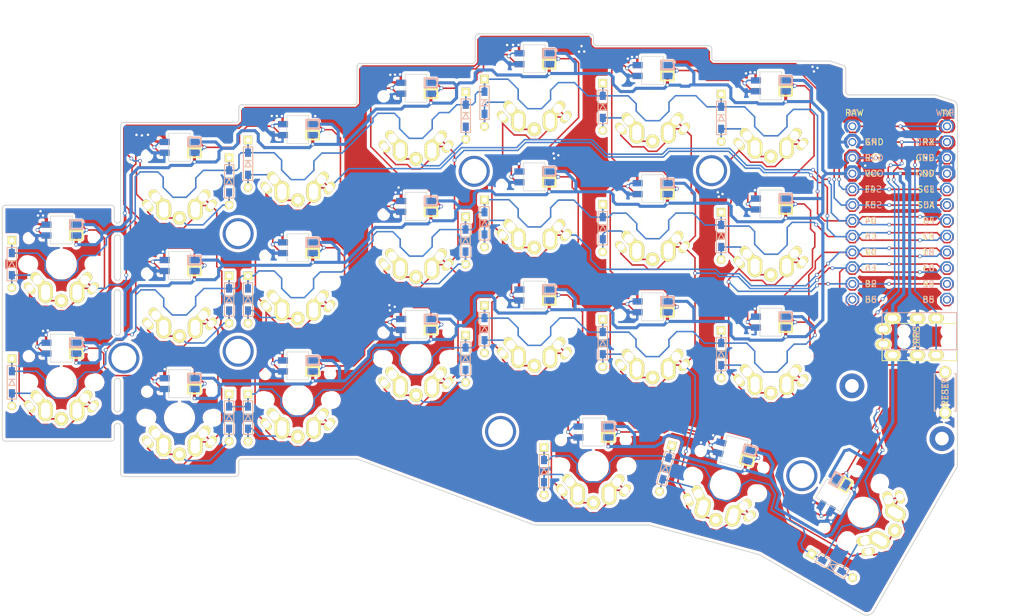
<source format=kicad_pcb>
(kicad_pcb (version 20211014) (generator pcbnew)
  (layers (0 "F.Cu" signal) (31 "B.Cu" signal) (34 "B.Paste" user) (35 "F.Paste" user) (36 "B.SilkS" user "B.Silkscreen") (37 "F.SilkS" user "F.Silkscreen") (38 "B.Mask" user) (39 "F.Mask" user) (44 "Edge.Cuts" user))
  (net 0 "")
  (net 1 "Row 0")
  (net 2 "Net-(D1-Pad2)")
  (net 3 "Row 1")
  (net 4 "Net-(D2-Pad2)")
  (net 5 "Net-(D3-Pad2)")
  (net 6 "Net-(D4-Pad2)")
  (net 7 "Row 2")
  (net 8 "Net-(D5-Pad2)")
  (net 9 "Net-(D6-Pad2)")
  (net 10 "Net-(D7-Pad2)")
  (net 11 "Net-(D8-Pad2)")
  (net 12 "Net-(D9-Pad2)")
  (net 13 "Net-(D10-Pad2)")
  (net 14 "Net-(D11-Pad2)")
  (net 15 "Net-(D12-Pad2)")
  (net 16 "Net-(D13-Pad2)")
  (net 17 "Net-(D14-Pad2)")
  (net 18 "Row 3")
  (net 19 "Net-(D15-Pad2)")
  (net 20 "Net-(D16-Pad2)")
  (net 21 "Net-(D17-Pad2)")
  (net 22 "Net-(D18-Pad2)")
  (net 23 "Net-(D19-Pad2)")
  (net 24 "Net-(D20-Pad2)")
  (net 25 "Net-(D21-Pad2)")
  (net 26 "Net-(D22-Pad2)")
  (net 27 "Net-(D23-Pad2)")
  (net 28 "unconnected-(J1-PadA)")
  (net 29 "Data")
  (net 30 "GND")
  (net 31 "VCC")
  (net 32 "LED")
  (net 33 "unconnected-(L1-Pad1)")
  (net 34 "Net-(L1-Pad3)")
  (net 35 "Net-(L2-Pad3)")
  (net 36 "Net-(L3-Pad1)")
  (net 37 "Net-(L3-Pad3)")
  (net 38 "Net-(L4-Pad1)")
  (net 39 "Net-(L6-Pad3)")
  (net 40 "Net-(L7-Pad3)")
  (net 41 "Net-(L11-Pad1)")
  (net 42 "Net-(L10-Pad3)")
  (net 43 "Net-(L12-Pad1)")
  (net 44 "Net-(L10-Pad1)")
  (net 45 "Net-(L12-Pad3)")
  (net 46 "Net-(L13-Pad3)")
  (net 47 "Net-(L14-Pad3)")
  (net 48 "Net-(L15-Pad3)")
  (net 49 "Net-(L16-Pad1)")
  (net 50 "Net-(L16-Pad3)")
  (net 51 "Net-(L17-Pad1)")
  (net 52 "Net-(L18-Pad1)")
  (net 53 "Net-(L20-Pad3)")
  (net 54 "Net-(L21-Pad3)")
  (net 55 "Net-(L22-Pad3)")
  (net 56 "Reset")
  (net 57 "Col 0")
  (net 58 "Col 1")
  (net 59 "Col 2")
  (net 60 "Col 3")
  (net 61 "Col 4")
  (net 62 "Col 5")
  (net 63 "Col 6")
  (net 64 "unconnected-(U1-Pad5)")
  (net 65 "unconnected-(U1-Pad6)")
  (net 66 "unconnected-(U1-Pad11)")
  (net 67 "unconnected-(U1-Pad12)")
  (net 68 "unconnected-(U1-Pad13)")
  (net 69 "unconnected-(U1-Pad24)")
  (net 70 "unconnected-(U2-Pad5)")
  (net 71 "unconnected-(U2-Pad6)")
  (net 72 "unconnected-(U2-Pad11)")
  (net 73 "unconnected-(U2-Pad12)")
  (net 74 "unconnected-(U2-Pad13)")
  (net 75 "unconnected-(U2-Pad24)")
  (footprint "kbd:MX_ALPS_PG1350_noLed" (layer "F.Cu") (at 189.729996 96.139996 180)
    (fp_text reference "SW22" hide)
    (fp_text value "SW_PUSH-kbd" hide)
  )
  (footprint "kbd:SK6812MINI_rev" (layer "F.Cu") (at 151.630003 48.170006)
    (fp_text reference "L12" hide)
    (fp_text value "SK6812MINI-kbd" hide)
  )
  (footprint "kbd:LEGO_HOLE" (layer "F.Cu") (at 217.300051 109.420003)
    (fp_text reference "H2" hide)
    (fp_text value "MountingHole")
  )
  (footprint "kbd:D3_TH_SMD" (layer "F.Cu") (at 140.550004 77.489994 -90)
    (fp_text reference "D10" hide)
    (fp_text value "1N4148" hide)
  )
  (footprint "kbd:SK6812MINI_rev" (layer "F.Cu") (at 189.730002 90.639996)
    (fp_text reference "L22" hide)
    (fp_text value "SK6812MINI-kbd" hide)
  )
  (footprint "kbd:M2_Hole_TH_Outside" (layer "F.Cu") (at 85.500003 96.429999)
    (fp_text reference "H8")
    (fp_text value "MountingHole")
  )
  (footprint "kbd:SK6812MINI_rev" (layer "F.Cu") (at 170.68 88.17)
    (fp_text reference "L18" hide)
    (fp_text value "SK6812MINI-kbd" hide)
  )
  (footprint "kbd:M2_Hole_TH_Outside" (layer "F.Cu") (at 103.920343 76.375504)
    (fp_text reference "H4")
    (fp_text value "MountingHole")
  )
  (footprint "kbd:LEGO_HOLE" (layer "F.Cu") (at 202.800051 100.920003)
    (fp_text reference "H1" hide)
    (fp_text value "MountingHole")
  )
  (footprint "kbd:D3_TH_SMD" (layer "F.Cu") (at 67.460334 100.337495 -90)
    (fp_text reference "D2" hide)
    (fp_text value "1N4148" hide)
  )
  (footprint "kbd:MX_ALPS_PG1350_noLed" (layer "F.Cu") (at 132.579999 58.429997 180)
    (fp_text reference "SW9" hide)
    (fp_text value "SW_PUSH-kbd" hide)
  )
  (footprint "kbd:SK6812MINI_rev" (layer "F.Cu") (at 132.575008 52.929995)
    (fp_text reference "L9" hide)
    (fp_text value "SK6812MINI-kbd" hide)
  )
  (footprint "kbd:MX_ALPS_PG1350_noLed" (layer "F.Cu") (at 113.520011 103.199997 180)
    (fp_text reference "SW8" hide)
    (fp_text value "SW_PUSH-kbd" hide)
  )
  (footprint "kbd:MX_ALPS_PG1350_noLed" (layer "F.Cu") (at 161.150007 113.859998 180)
    (fp_text reference "SW15" hide)
    (fp_text value "SW_PUSH-kbd" hide)
  )
  (footprint "kbd:MX_ALPS_PG1350_noLed" (layer "F.Cu") (at 151.630011 72.709996 180)
    (fp_text reference "SW13" hide)
    (fp_text value "SW_PUSH-kbd" hide)
  )
  (footprint "kbd:MX_ALPS_PG1350_noLed" (layer "F.Cu") (at 170.679996 74.619996 180)
    (fp_text reference "SW17" hide)
    (fp_text value "SW_PUSH-kbd" hide)
  )
  (footprint "kbd:D3_TH_SMD" (layer "F.Cu") (at 153.200345 114.665503 -90)
    (fp_text reference "D15" hide)
    (fp_text value "1N4148" hide)
  )
  (footprint "kbd:SK6812MINI_rev" (layer "F.Cu") (at 113.530014 59.599929)
    (fp_text reference "L6" hide)
    (fp_text value "SK6812MINI-kbd" hide)
  )
  (footprint "kbd:D3_TH_SMD" (layer "F.Cu") (at 140.549997 96.539991 -90)
    (fp_text reference "D11" hide)
    (fp_text value "1N4148" hide)
  )
  (footprint "kbd:MX_ALPS_PG1350_noLed" (layer "F.Cu") (at 151.630001 53.659999 180)
    (fp_text reference "SW12" hide)
    (fp_text value "SW_PUSH-kbd" hide)
  )
  (footprint "kbd:SK6812MINI_rev" (layer "F.Cu") (at 183.817084 111.508814 -15)
    (fp_text reference "L19" hide)
    (fp_text value "SK6812MINI-kbd" hide)
  )
  (footprint "kbd:D3_TH_SMD" (layer "F.Cu") (at 162.659994 75.494832 -90)
    (fp_text reference "D17" hide)
    (fp_text value "1N4148" hide)
  )
  (footprint "kbd:D3_TH_SMD" (layer "F.Cu") (at 102.46035 106.039994 -90)
    (fp_text reference "D5" hide)
    (fp_text value "1N4148" hide)
  )
  (footprint "kbd:M2_Hole_TH_Outside" (layer "F.Cu") (at 146.200341 108.2755)
    (fp_text reference "H3")
    (fp_text value "MountingHole")
  )
  (footprint "kbd:MX_ALPS_PG1350_noLed" (layer "F.Cu") (at 189.730002 58.04 180)
    (fp_text reference "SW20" hide)
    (fp_text value "SW_PUSH-kbd" hide)
  )
  (footprint "kbd:SK6812MINI_rev" (layer "F.Cu") (at 189.730005 52.539999)
    (fp_text reference "L20" hide)
    (fp_text value "SK6812MINI-kbd" hide)
  )
  (footprint "kbd:M2_Hole_TH_Outside" (layer "F.Cu") (at 194.730341 115.395501)
    (fp_text reference "H9")
    (fp_text value "MountingHole")
  )
  (footprint "kbd:D3_TH_SMD" (layer "F.Cu") (at 67.450333 81.289997 -90)
    (fp_text reference "D1" hide)
    (fp_text value "1N4148" hide)
  )
  (footprint "kbd:D3_TH_SMD" (layer "F.Cu") (at 143.610004 55.279998 -90)
    (fp_text reference "D12" hide)
    (fp_text value "1N4148" hide)
  )
  (footprint "kbd:M2_Hole_TH_Outside" (layer "F.Cu") (at 180.190341 66.225502)
    (fp_text reference "H5")
    (fp_text value "MountingHole")
  )
  (footprint "kbd:SK6812MINI_rev" (layer "F.Cu") (at 94.480008 100.559998)
    (fp_text reference "L5" hide)
    (fp_text value "SK6812MINI-kbd" hide)
  )
  (footprint "kbd:D3_TH_SMD" (layer "F.Cu") (at 105.510004 86.989997 -90)
    (fp_text reference "D7" hide)
    (fp_text value "1N4148" hide)
  )
  (footprint "kbd:D3_TH_SMD" (layer "F.Cu") (at 105.509996 106.040003 -90)
    (fp_text reference "D8" hide)
    (fp_text value "1N4148" hide)
  )
  (footprint "kbd:MX_ALPS_PG1350_noLed" (layer "F.Cu") (at 151.630007 91.760001 180)
    (fp_text reference "SW14" hide)
    (fp_text value "SW_PUSH-kbd" hide)
  )
  (footprint "kbd:MX_ALPS_PG1350_noLed" (layer "F.Cu") (at 94.470007 67.949997 180)
    (fp_text reference "SW3" hide)
    (fp_text value "SW_PUSH-kbd" hide)
  )
  (footprint "kbd:MX_ALPS_PG1350_noLed" (layer "F.Cu") (at 189.730003 77.1 180)
    (fp_text reference "SW21" hide)
    (fp_text value "SW_PUSH-kbd" hide)
  )
  (footprint "kbd:SK6812MINI_rev" (layer "F.Cu") (at 113.530001 78.650002)
    (fp_text reference "L7" hide)
    (fp_text value "SK6812MINI-kbd" hide)
  )
  (footprint "kbd:D3_TH_SMD" (layer "F.Cu") (at 181.740336 57.700503 -90)
    (fp_text reference "D20" hide)
    (fp_text value "1N4148" hide)
  )
  (footprint "kbd:SK6812MINI_rev" (layer "F.Cu") (at 75.430001 94.839995)
    (fp_text reference "L2" hide)
    (fp_text value "SK6812MINI-kbd" hide)
  )
  (footprint "kbd:SK6812MINI_rev" (layer "F.Cu") (at 94.480011 81.509994)
    (fp_text reference "L4" hide)
    (fp_text value "SK6812MINI-kbd" hide)
  )
  (footprint "kbd:D3_TH_SMD" (layer "F.Cu") (at 199.616254 129.929722 -30)
    (fp_text reference "D23" hide)
    (fp_text value "1N4148" hide)
  )
  (footprint "kbd:SK6812MINI_rev" (layer "F.Cu") (at 113.530004 97.699996)
    (fp_text reference "L8" hide)
    (fp_text value "SK6812MINI-kbd" hide)
  )
  (footprint "kbd:M2_Hole_TH_Outside" (layer "F.Cu") (at 141.950001 66.319998)
    (fp_text reference "H6")
    (fp_text value "MountingHole")
  )
  (footprint "kbd:SK6812MINI_rev" (layer "F.Cu") (at 161.150011 108.359993)
    (fp_text reference "L15" hide)
    (fp_text value "SK6812MINI-kbd" hide)
  )
  (footprint "kbd:ResetSW" (layer "F.Cu") (at 217.830343 101.965501 90)
    (fp_text reference "RSW1" hide)
    (fp_text value "SW_PUSH")
  )
  (footprint "kbd:D3_TH_SMD" (layer "F.Cu") (at 102.470336 67.945507 -90)
    (fp_text reference "D3" hide)
    (fp_text value "1N4148" hide)
  )
  (footprint "kbd:SK6812MINI_rev" (layer "F.Cu") (at 132.574999 91.029999)
    (fp_text reference "L11" hide)
    (fp_text value "SK6812MINI-kbd" hide)
  )
  (footprint "kbd:M2_Hole_TH_Outside" (layer "F.Cu") (at 103.920338 95.335506)
    (fp_text reference "H7")
    (fp_text value "MountingHole")
  )
  (footprint "kbd:SK6812MINI_rev" (layer "F.Cu") (at 75.430001 75.790001)
    (fp_text reference "L1" hide)
    (fp_text value "SK6812MINI-kbd" hide)
  )
  (footprint "kbd:MX_ALPS_PG1350_noLed" (layer "F.Cu") (at 75.429996 81.29 180)
    (fp_text reference "SW1" hide)
    (fp_text value "SW_PUSH-kbd" hide)
  )
  (footprint "kbd:ProMicro_Flipped_v2_A" (layer "F.Cu") (at 210.49 71.78)
    (fp_text reference "U1" hide)
    (fp_text value "ProMicro-kbd" hide)
  )
  (footprint "kbd:SK6812MINI_rev" (layer "F.Cu") (at 199.837019 118.541915 60)
    (fp_text reference "L23" hide)
    (fp_text value "SK6812MINI-kbd" hide)
  )
  (footprint "kbd:D3_TH_SMD" (layer "F.Cu") (at 140.590006 57.359999 -90)
    (fp_text reference "D9" hide)
    (fp_text value "1N4148" hide)
  )
  (footprint "kbd:MX_ALPS_PG1350_noLed" (layer "F.Cu") (at 170.679999 93.669996 180)
    (fp_text reference "SW18" hide)
    (fp_text value "SW_PUSH-kbd" hide)
  )
  (footprint "kbd:D3_TH_SMD" (layer "F.Cu") (at 143.609996 74.714994 -90)
    (fp_text reference "D13" hide)
    (fp_text value "1N4148" hide)
  )
  (footprint "kbd:SK6812MINI_rev" (layer "F.Cu") (at 132.575004 71.979997)
    (fp_text reference "L10" hide)
    (fp_text value "SK6812MINI-kbd" hide)
  )
  (footprint "kbd:D3_TH_SMD" (layer "F.Cu") (at 105.51 65.104498 -90)
    (fp_text reference "D6" hide)
    (fp_text value "1N4148" hide)
  )
  (footprint "kbd:MX_ALPS_PG1350_noLed" (layer "F.Cu") (at 75.43 100.339999 180)
    (fp_text reference "SW2" hide)
    (fp_text value "SW_PUSH-kbd" hide)
  )
  (footprint "kbd:SK6812MINI_rev" (layer "F.Cu") (at 151.630002 86.269996)
    (fp_text reference "L14" hide)
    (fp_text value "SK6812MINI-kbd" hide)
  )
  (footprint "kbd:MX_ALPS_PG1350_noLed" (layer "F.Cu") (at 113.530011 65.089992 180)
    (fp_text reference "SW6" hide)
    (fp_text value "SW_PUSH-kbd" hide)
  )
  (footprint "kbd:D3_TH_SMD" (layer "F.Cu") (at 102.460346 86.989994 -90)
    (fp_text reference "D4" hide)
    (fp_text value "1N4148" hide)
  )
  (footprint "kbd:MX_ALPS_PG1350_noLed" (layer "F.Cu") (at 132.580009 77.479997 180)
    (fp_text reference "SW10" hide)
    (fp_text value "SW_PUSH-kbd" hide)
  )
  (footprint "kbd:SK6812MINI_rev" (layer "F.Cu") (at 189.729999 71.589991)
    (fp_text reference "L21" hide)
    (fp_text value "SK6812MINI-kbd" hide)
  )
  (footprint "kbd:MX_ALPS_PG1350_noLed" (layer "F.Cu") (at 204.602505 121.293267 -120)
    (fp_text reference "SW23" hide)
    (fp_text value "SW_PUSH-kbd" hide)
  )
  (footprint "kbd:D3_TH_SMD" (layer "F.Cu") (at 143.61 91.774495 -90)
    (fp_text reference "D14" hide)
    (fp_text value "1N4148" hide)
  )
  (footprint "kbd:D3_TH_SMD" (layer "F.Cu") (at 181.740338 76.750503 -90)
    (fp_text reference "D21" hide)
    (fp_text value "1N4148" hide)
  )
  (footprint "kbd:MX_ALPS_PG1350_noLed" (layer "F.Cu") (at 94.470007 106.049996 180)
    (fp_text reference "SW5" hide)
    (fp_text value "SW_PUSH-kbd" hide)
  )
  (footprint "kbd:D3_TH_SMD" (layer "F.Cu") (at 162.660002 55.929995 -90)
    (fp_text reference "D16" hide)
    (fp_text value "1N4148" hide)
  )
  (footprint "kbd:D3_TH_SMD" (layer "F.Cu") (at 162.660001 94.029995 -90)
    (fp_text reference "D18" hide)
    (fp_text value "1N4148" hide)
  )
  (footprint "kbd:SK6812MINI_rev" (layer "F.Cu") (at 170.680002 69.119997)
    (fp_text reference "L17" hide)
    (fp_text value "SK6812MINI-kbd" hide)
  )
  (footprint "kbd:SK6812MINI_rev" (layer "F.Cu") (at 151.63001 67.22)
    (fp_text reference "L13" hide)
    (fp_text value "SK6812MINI-kbd" hide)
  )
  (footprint "kbd:MX_ALPS_PG1350_noLed" (layer "F.Cu") (at 132.580007 96.529999 180)
    (fp_text reference "SW11" hide)
    (fp_text value "SW_PUSH-kbd" hide)
  )
  (footprint "kbd:D3_TH_SMD" (layer "F.Cu") (at 172.789595 114.249629 -105)
    (fp_text reference "D19" hide)
    (fp_text value "1N4148" hide)
  )
  (footprint "kbd:MX_ALPS_PG1350_noLed" (layer "F.Cu") (at 170.679999 55.57 180)
    (fp_text reference "SW16" hide)
    (fp_text value "SW_PUSH-kbd" hide)
  )
  (footprint "kbd:MJ-4PP-9" (layer "F.Cu") (at 219.660732 93.850586 -90)
    (fp_text reference "J1")
    (fp_text value "MJ-4PP-9-kbd" hide)
  )
  (footprint "kbd:MX_ALPS_PG1350_noLed" (layer "F.Cu") (at 113.520002 84.150001 180)
    (fp_text reference "SW7" hide)
    (fp_text value "SW_PUSH-kbd" hide)
  )
  (footprint "kbd:SK6812MINI_rev" (layer "F.Cu") (at 170.680004 50.069996)
    (fp_text reference "L16" hide)
    (fp_text value "SK6812MINI-kbd" hide)
  )
  (footprint "kbd:D3_TH_SMD" (layer "F.Cu") (at 181.740337 95.800503 -90)
    (fp_text reference "D22" hide)
    (fp_text value "1N4148" hide)
  )
  (footprint "kbd:MX_ALPS_PG1350_noLed" (layer "F.Cu") (at 94.469994 86.999994 180)
    (fp_text reference "SW4" hide)
    (fp_text value "SW_PUSH-kbd" hide)
  )
  (footprint "kbd:SK6812MINI_rev" (layer "F.Cu") (at 94.479999 62.459994)
    (fp_text reference "L3" hide)
    (fp_text value "SK6812MINI-kbd" hide)
  )
  (footprint "kbd:MX_ALPS_PG1350_noLed" (layer "F.Cu") (at 182.393177 116.822911 165)
    (fp_text reference "SW19" hide)
    (fp_text value "SW_PUSH-kbd" hide)
  )
  (footprint "kbd:ProMicro_Flipped_v2_B" (layer "B.Cu") (at 210.49 71.78 180)
    (fp_text reference "U2" hide)
    (fp_text value "ProMicro-kbd" hide)
  )
  (gr_line (start 84.97501 104.6) (end 84.975009 100.225) (layer "Edge.Cuts") (width 0.15))
  (gr_line (start 84.97501 83.41) (end 84.975009 77.08) (layer "Edge.Cuts") (width 0.15))
  (gr_arc (start 83.97501 107.46) (mid 84.47501 106.96) (end 84.97501 107.46) (layer "Edge.Cuts") (width 0.15))
  (gr_arc (start 180.725004 48.544997) (mid 180.371455 48.398547) (end 180.225005 48.044997) (layer "Edge.Cuts") (width 0.15))
  (gr_arc (start 216.17 53.999901) (mid 216.248593 54.006109) (end 216.325232 54.024603) (layer "Edge.Cuts") (width 0.15))
  (gr_arc (start 104.025006 57.947503) (mid 103.878542 58.301033) (end 103.525011 58.447493) (layer "Edge.Cuts") (width 0.15))
  (gr_poly (pts (xy 149.880006 45.920003) (xy 153.380003 45.919998) (xy 153.380003 50.42) (xy 149.880006 50.420003)) (layer "Edge.Cuts") (width 0.1) (fill none))
  (gr_line (start 218.677934 115.82338) (end 219.63001 114.229998) (layer "Edge.Cuts") (width 0.15))
  (gr_poly (pts (xy 130.825003 69.729997) (xy 134.325005 69.729998) (xy 134.325001 74.229997) (xy 130.825007 74.23)) (layer "Edge.Cuts") (width 0.1) (fill none))
  (gr_line (start 161.675007 46.064995) (end 179.725006 46.065) (layer "Edge.Cuts") (width 0.15))
  (gr_arc (start 84.97501 83.41) (mid 84.47501 83.91) (end 83.97501 83.41) (layer "Edge.Cuts") (width 0.15))
  (gr_line (start 123.074996 55.094996) (end 123.075005 49.425) (layer "Edge.Cuts") (width 0.15))
  (gr_line (start 65.925006 72.287494) (end 65.925005 109.337501) (layer "Edge.Cuts") (width 0.15))
  (gr_poly (pts (xy 73.680003 92.590001) (xy 77.180008 92.589999) (xy 77.180006 97.09) (xy 73.680007 97.089996)) (layer "Edge.Cuts") (width 0.1) (fill none))
  (gr_arc (start 161.675007 46.064995) (mid 161.321454 45.91855) (end 161.175006 45.564998) (layer "Edge.Cuts") (width 0.15))
  (gr_arc (start 202.32 54) (mid 201.962894 53.854149) (end 201.81 53.5) (layer "Edge.Cuts") (width 0.15))
  (gr_arc (start 201.47 49.248) (mid 201.717251 49.428353) (end 201.81 49.72) (layer "Edge.Cuts") (width 0.15))
  (gr_line (start 142.624999 44.164995) (end 160.675005 44.164994) (layer "Edge.Cuts") (width 0.15))
  (gr_arc (start 219.800051 113.670003) (mid 219.754881 113.962101) (end 219.63001 114.229998) (layer "Edge.Cuts") (width 0.15))
  (gr_arc (start 83.975009 77.08) (mid 84.475009 76.58) (end 84.975009 77.08) (layer "Edge.Cuts") (width 0.15))
  (gr_line (start 204.397184 137.659337) (end 188.060006 128.230001) (layer "Edge.Cuts") (width 0.15))
  (gr_line (start 201.81 49.72) (end 201.81 53.5) (layer "Edge.Cuts") (width 0.15))
  (gr_arc (start 104.024999 113.197501) (mid 104.171448 112.843943) (end 104.525009 112.697501) (layer "Edge.Cuts") (width 0.15))
  (gr_poly (pts (xy 168.929999 47.820002) (xy 172.430004 47.820001) (xy 172.430005 52.319998) (xy 168.930003 52.320001)) (layer "Edge.Cuts") (width 0.1) (fill none))
  (gr_line (start 202.32 54) (end 216.17 53.999901) (layer "Edge.Cuts") (width 0.15))
  (gr_arc (start 66.425002 109.837496) (mid 66.071452 109.69105) (end 65.925005 109.337501) (layer "Edge.Cuts") (width 0.15))
  (gr_arc (start 85.475004 115.547496) (mid 85.121455 115.401049) (end 84.975008 115.0475) (layer "Edge.Cuts") (width 0.15))
  (gr_line (start 170.010003 123.359999) (end 151.820005 123.360003) (layer "Edge.Cuts") (width 0.15))
  (gr_line (start 66.425008 71.787493) (end 83.475015 71.787496) (layer "Edge.Cuts") (width 0.15))
  (gr_arc (start 83.975008 109.337484) (mid 83.828561 109.691043) (end 83.475002 109.83749) (layer "Edge.Cuts") (width 0.15))
  (gr_arc (start 151.820005 123.360003) (mid 151.607513 123.337131) (end 151.404712 123.269691) (layer "Edge.Cuts") (width 0.15))
  (gr_line (start 85.475007 58.447497) (end 103.525011 58.447493) (layer "Edge.Cuts") (width 0.15))
  (gr_arc (start 84.975022 74.164988) (mid 84.475022 74.664984) (end 83.975023 74.164986) (layer "Edge.Cuts") (width 0.15))
  (gr_poly (pts (xy 73.680006 73.539994) (xy 77.180005 73.539998) (xy 77.180011 78.039998) (xy 73.680013 78.040003)) (layer "Edge.Cuts") (width 0.1) (fill none))
  (gr_arc (start 142.124996 44.664997) (mid 142.271446 44.311444) (end 142.624999 44.164995) (layer "Edge.Cuts") (width 0.15))
  (gr_poly (pts (xy 111.78001 57.349922) (xy 115.280003 57.349934) (xy 115.280009 61.84993) (xy 111.78001 61.849926)) (layer "Edge.Cuts") (width 0.1) (fill none))
  (gr_arc (start 160.675005 44.164994) (mid 161.028561 44.311441) (end 161.175009 44.664997) (layer "Edge.Cuts") (width 0.15))
  (gr_poly (pts (xy 92.729999 60.209998) (xy 96.230006 60.209995) (xy 96.230003 64.71) (xy 92.73 64.709999)) (layer "Edge.Cuts") (width 0.1) (fill none))
  (gr_arc (start 83.475015 71.787496) (mid 83.828574 71.933944) (end 83.975021 72.287503) (layer "Edge.Cuts") (width 0.15))
  (gr_arc (start 83.975009 100.225) (mid 84.475009 99.725) (end 84.975009 100.225) (layer "Edge.Cuts") (width 0.15))
  (gr_arc (start 187.680002 128.070002) (mid 187.877882 128.13129) (end 188.060006 128.230001) (layer "Edge.Cuts") (width 0.15))
  (gr_arc (start 206.325204 137.279848) (mid 205.440007 137.870006) (end 204.397184 137.659337) (layer "Edge.Cuts") (width 0.15))
  (gr_line (start 151.404712 123.269691) (end 123.075002 112.697502) (layer "Edge.Cuts") (width 0.15))
  (gr_line (start 180.725004 48.544997) (end 199.120004 48.549954) (layer "Edge.Cuts") (width 0.15))
  (gr_arc (start 199.120004 48.549954) (mid 199.307895 48.562163) (end 199.490003 48.610002) (layer "Edge.Cuts") (width 0.15))
  (gr_line (start 180.225004 46.565) (end 180.225005 48.044997) (layer "Edge.Cuts") (width 0.15))
  (gr_line (start 104.525 55.594996) (end 122.575005 55.594998) (layer "Edge.Cuts") (width 0.15))
  (gr_poly (pts (xy 130.825011 50.679996) (xy 134.325001 50.679994) (xy 134.325003 55.18) (xy 130.825006 55.179998)) (layer "Edge.Cuts") (width 0.1) (fill none))
  (gr_arc (start 142.125009 48.425001) (mid 141.978564 48.778557) (end 141.625006 48.924999) (layer "Edge.Cuts") (width 0.15))
  (gr_line (start 199.490003 48.610002) (end 201.47 49.248) (layer "Edge.Cuts") (width 0.15))
  (gr_poly (pts (xy 149.880006 64.969998) (xy 153.380007 64.970001) (xy 153.380004 69.47) (xy 149.880005 69.469993)) (layer "Edge.Cuts") (width 0.1) (fill none))
  (gr_poly (pts (xy 187.980004 88.390003) (xy 191.480006 88.389999) (xy 191.480001 92.889994) (xy 187.980005 92.89)) (layer "Edge.Cuts") (width 0.1) (fill none))
  (gr_line (start 85.475004 115.547496) (end 103.525006 115.547497) (layer "Edge.Cuts") (width 0.15))
  (gr_arc (start 84.97501 104.6) (mid 84.47501 105.1) (end 83.97501 104.6) (layer "Edge.Cuts") (width 0.15))
  (gr_poly (pts (xy 168.930005 85.920002) (xy 172.430002 85.919993) (xy 172.430011 90.419998) (xy 168.929999 90.419996)) (layer "Edge.Cuts") (width 0.1) (fill none))
  (gr_line (start 83.97501 107.46) (end 83.975008 109.337484) (layer "Edge.Cuts") (width 0.15))
  (gr_line (start 84.975008 115.0475) (end 84.97501 107.46) (layer "Edge.Cuts") (width 0.15))
  (gr_line (start 216.325232 54.024603) (end 219.050004 54.900001) (layer "Edge.Cuts") (width 0.15))
  (gr_poly (pts (xy 197.013467 118.932457) (xy 198.763464 115.901369) (xy 202.660582 118.15137) (xy 200.910572 121.182458)) (layer "Edge.Cuts") (width 0.1) (fill none))
  (gr_arc (start 123.075005 49.425) (mid 123.221447 49.071443) (end 123.575003 48.924999) (layer "Edge.Cuts") (width 0.15))
  (gr_arc (start 123.074996 55.094996) (mid 122.928552 55.448546) (end 122.575005 55.594998) (layer "Edge.Cuts") (width 0.15))
  (gr_line (start 83.975009 100.225) (end 83.97501 104.6) (layer "Edge.Cuts") (width 0.15))
  (gr_line (start 83.975009 85.93) (end 83.97501 92.285) (layer "Edge.Cuts") (width 0.15))
  (gr_poly (pts (xy 92.73 98.309993) (xy 96.230006 98.310004) (xy 96.230007 102.81) (xy 92.730005 102.810001)) (layer "Edge.Cuts") (width 0.1) (fill none))
  (gr_poly (pts (xy 111.780011 76.399926) (xy 115.280008 76.399922) (xy 115.279998 80.899926) (xy 111.780005 80.89992)) (layer "Edge.Cuts") (width 0.1) (fill none))
  (gr_arc (start 219.050004 54.900001) (mid 219.590304 55.250871) (end 219.80005 55.860002) (layer "Edge.Cuts") (width 0.15))
  (gr_poly (pts (xy 168.930006 66.870003) (xy 172.429999 66.869998) (xy 172.430004 71.369995) (xy 168.930003 71.369994)) (layer "Edge.Cuts") (width 0.1) (fill none))
  (gr_line (start 83.975021 72.287503) (end 83.975023 74.164986) (layer "Edge.Cuts") (width 0.15))
  (gr_line (start 84.97501 92.285) (end 84.975009 85.93) (layer "Edge.Cuts") (width 0.15))
  (gr_line (start 104.525009 112.697501) (end 123.075002 112.697502) (layer "Edge.Cuts") (width 0.15))
  (gr_arc (start 65.925006 72.287494) (mid 66.071441 71.933927) (end 66.425008 71.787493) (layer "Edge.Cuts") (width 0.15))
  (gr_line (start 104.025002 115.047498) (end 104.024999 113.197501) (layer "Edge.Cuts") (width 0.15))
  (gr_poly (pts (xy 187.979999 50.289996) (xy 191.480004 50.289999) (xy 191.480007 54.789998) (xy 187.980002 54.79)) (layer "Edge.Cuts") (width 0.1) (fill none))
  (gr_poly (pts (xy 159.400007 106.109994) (xy 162.900002 106.109994) (xy 162.900003 110.609999) (xy 159.400002 110.610002)) (layer "Edge.Cuts") (width 0.1) (fill none))
  (gr_arc (start 83.975009 85.93) (mid 84.475009 85.43) (end 84.975009 85.93) (layer "Edge.Cuts") (width 0.15))
  (gr_poly (pts (xy 92.730005 79.259996) (xy 96.230001 79.259994) (xy 96.23001 83.760001) (xy 92.730006 83.759992)) (layer "Edge.Cuts") (width 0.1) (fill none))
  (gr_arc (start 179.725006 46.065) (mid 180.078555 46.211451) (end 180.225004 46.565) (layer "Edge.Cuts") (width 0.15))
  (gr_line (start 104.025006 57.947503) (end 104.025002 56.094998) (layer "Edge.Cuts") (width 0.15))
  (gr_poly (pts (xy 111.780007 95.449927) (xy 115.280002 95.449922) (xy 115.280007 99.949931) (xy 111.780006 99.949929)) (layer "Edge.Cuts") (width 0.1) (fill none))
  (gr_line (start 187.680002 128.070002) (end 170.300005 123.409999) (layer "Edge.Cuts") (width 0.15))
  (gr_line (start 142.125009 48.425001) (end 142.124996 44.664997) (layer "Edge.Cuts") (width 0.15))
  (gr_line (start 123.575003 48.924999) (end 141.625006 48.924999) (layer "Edge.Cuts") (width 0.15))
  (gr_line (start 83.975009 77.08) (end 83.97501 83.41) (layer "Edge.Cuts") (width 0.15))
  (gr_poly (pts (xy 130.825003 88.779999) (xy 134.325008 88.779996) (xy 134.325009 93.280001) (xy 130.825 93.279995)) (layer "Edge.Cuts") (width 0.1) (fill none))
  (gr_arc (start 170.010003 123.359999) (mid 170.156869 123.374183) (end 170.300005 123.409999) (layer "Edge.Cuts") (width 0.15))
  (gr_line (start 206.325204 137.279848) (end 218.677934 115.82338) (layer "Edge.Cuts") (width 0.15))
  (gr_poly (pts (xy 182.709061 108.882547) (xy 186.089793 109.78842) (xy 184.925113 114.135083) (xy 181.544378 113.229216)) (layer "Edge.Cuts") (width 0.1) (fill none))
  (gr_arc (start 84.974996 58.947497) (mid 85.121442 58.593935) (end 85.475007 58.447497) (layer "Edge.Cuts") (width 0.15))
  (gr_line (start 161.175009 44.664997) (end 161.175006 45.564998) (layer "Edge.Cuts") (width 0.15))
  (gr_arc (start 84.97501 92.285) (mid 84.47501 92.785) (end 83.97501 92.285) (layer "Edge.Cuts") (width 0.15))
  (gr_poly (pts (xy 187.980004 69.34) (xy 191.480007 69.340001) (xy 191.480003 73.840001) (xy 187.980005 73.84)) (layer "Edge.Cuts") (width 0.1) (fill none))
  (gr_poly (pts (xy 149.880005 84.020003) (xy 153.380009 84.019995) (xy 153.380007 88.519997) (xy 149.880006 88.519991)) (layer "Edge.Cuts") (width 0.1) (fill none))
  (gr_line (start 219.800051 113.670003) (end 219.80005 55.860002) (layer "Edge.Cuts") (width 0.15))
  (gr_line (start 66.425002 109.837496) (end 83.475002 109.83749) (layer "Edge.Cuts") (width 0.15))
  (gr_arc (start 104.025002 115.047498) (mid 103.878558 115.401051) (end 103.525006 115.547497) (layer "Edge.Cuts") (width 0.15))
  (gr_arc (start 104.025002 56.094998) (mid 104.171449 55.741446) (end 104.525 55.594996) (layer "Edge.Cuts") (width 0.15))
  (gr_line (start 84.975022 74.164988) (end 84.974996 58.947497) (layer "Edge.Cuts") (width 0.15))
  (segment (start 143.610008 51.469996) (end 143.610003 53.504996) (width 0.25) (layer "F.Cu") (net 1))
  (segment (start 198.420007 74.31) (end 201.895002 74.310002) (width 0.25) (layer "F.Cu") (net 1))
  (segment (start 203.273661 75.284512) (end 203.845006 74.713165) (width 0.25) (layer "F.Cu") (net 1))
  (segment (start 102.470342 64.1355) (end 102.470337 66.170498) (width 0.25) (layer "F.Cu") (net 1))
  (segment (start 105.510004 61.294496) (end 105.509999 63.329497) (width 0.25) (layer "F.Cu") (net 1))
  (segment (start 67.450336 77.480003) (end 67.450333 79.515) (width 0.25) (layer "F.Cu") (net 1))
  (segment (start 203.845006 74.713165) (end 203.845008 74.309998) (width 0.25) (layer "F.Cu") (net 1))
  (segment (start 197.260504 73.150496) (end 198.420007 74.31) (width 0.25) (layer "F.Cu") (net 1))
  (segment (start 181.740336 53.8905) (end 181.740335 55.925503) (width 0.25) (layer "F.Cu") (net 1))
  (segment (start 203.845008 74.309998) (end 204.49501 73.659999) (width 0.25) (layer "F.Cu") (net 1))
  (segment (start 162.659999 52.12) (end 162.660006 54.154996) (width 0.25) (layer "F.Cu") (net 1))
  (segment (start 204.49501 73.659999) (end 213.770009 73.659997) (width 0.25) (layer "F.Cu") (net 1))
  (segment (start 201.895005 74.71317) (end 202.466344 75.284508) (width 0.25) (layer "F.Cu") (net 1))
  (segment (start 140.590007 53.55) (end 140.590005 55.584999) (width 0.25) (layer "F.Cu") (net 1))
  (segment (start 197.260502 69.544422) (end 197.260504 73.150496) (width 0.25) (layer "F.Cu") (net 1))
  (segment (start 201.895002 74.310002) (end 201.895005 74.71317) (width 0.25) (layer "F.Cu") (net 1))
  (segment (start 202.466344 75.284508) (end 203.273661 75.284512) (width 0.25) (layer "F.Cu") (net 1))
  (via (at 197.260502 69.544422) (size 0.6) (drill 0.4) (layers "F.Cu" "B.Cu") (net 1))
  (via (at 213.770009 73.659997) (size 0.6) (drill 0.4) (layers "F.Cu" "B.Cu") (net 1))
  (segment (start 104.410509 63.329491) (end 104.050001 63.69) (width 0.25) (layer "B.Cu") (net 1))
  (segment (start 136.330005 56.849993) (end 137.890005 56.849999) (width 0.25) (layer "B.Cu") (net 1))
  (segment (start 129.090003 56.969999) (end 129.930002 57.809999) (width 0.25) (layer "B.Cu") (net 1))
  (segment (start 154.250007 53.260001) (end 155.490001 52.019999) (width 0.25) (layer "B.Cu") (net 1))
  (segment (start 102.470342 64.1355) (end 102.470337 66.170498) (width 0.25) (layer "B.Cu") (net 1))
  (segment (start 95.560005 70.510002) (end 93.430003 70.510003) (width 0.25) (layer "B.Cu") (net 1))
  (segment (start 154.250006 54.759999) (end 154.250007 53.260001) (width 0.25) (layer "B.Cu") (net 1))
  (segment (start 192.340004 59.130006) (end 192.34 57.36) (width 0.25) (layer "B.Cu") (net 1))
  (segment (start 105.509999 63.329497) (end 104.410509 63.329491) (width 0.25) (layer "B.Cu") (net 1))
  (segment (start 216.485002 73.659995) (end 217.135006 74.310001) (width 0.25) (layer "B.Cu") (net 1))
  (segment (start 78.070009 82.29) (end 78.070004 80.699995) (width 0.25) (layer "B.Cu") (net 1))
  (segment (start 168.040009 55.429998) (end 168.040002 56.61) (width 0.25) (layer "B.Cu") (net 1))
  (segment (start 126.420004 56.970002) (end 129.090003 56.969999) (width 0.25) (layer "B.Cu") (net 1))
  (segment (start 83.76548 76.03452) (end 82.7 77.1) (width 0.25) (layer "B.Cu") (net 1))
  (segment (start 67.450333 79.515) (end 71.565005 79.515) (width 0.25) (layer "B.Cu") (net 1))
  (segment (start 150.560002 56.23) (end 152.780009 56.230008) (width 0.25) (layer "B.Cu") (net 1))
  (segment (start 82.7 78.15) (end 80.95 79.9) (width 0.25) (layer "B.Cu") (net 1))
  (segment (start 141.665004 55.584996) (end 140.590005 55.584999) (width 0.25) (layer "B.Cu") (net 1))
  (segment (start 142.130007 55.119999) (end 141.665004 55.584996) (width 0.25) (layer "B.Cu") (net 1))
  (segment (start 110.920007 64.540002) (end 110.920001 66.12) (width 0.25) (layer "B.Cu") (net 1))
  (segment (start 112.460001 67.660003) (end 114.620007 67.660004) (width 0.25) (layer "B.Cu") (net 1))
  (segment (start 188.609999 60.599998) (end 190.870002 60.600002) (width 0.25) (layer "B.Cu") (net 1))
  (segment (start 98.319503 66.170502) (end 97.1 67.389999) (width 0.25) (layer "B.Cu") (net 1))
  (segment (start 174.370002 54.130001) (end 177.650004 54.130003) (width 0.25) (layer "B.Cu") (net 1))
  (segment (start 140.590007 53.55) (end 140.590005 55.584999) (width 0.25) (layer "B.Cu") (net 1))
  (segment (start 105.510004 61.294496) (end 105.509999 63.329497) (width 0.25) (layer "B.Cu") (net 1))
  (segment (start 97.1 67.389999) (end 97.100003 68.97) (width 0.25) (layer "B.Cu") (net 1))
  (segment (start 158.090003 52.019998) (end 160.225002 54.154997) (width 0.25) (layer "B.Cu") (net 1))
  (segment (start 187.130005 59.119998) (end 188.609999 60.599998) (width 0.25) (layer "B.Cu") (net 1))
  (segment (start 91.840002 67.28) (end 90.980008 66.420002) (width 0.25) (layer "B.Cu") (net 1))
  (segment (start 218.513661 73.335491) (end 219.085004 73.906831) (width 0.25) (layer "B.Cu") (net 1))
  (segment (start 72.820004 82.299997) (end 74.41 83.890001) (width 0.25) (layer "B.Cu") (net 1))
  (segment (start 171.800007 58.160002) (end 173.330003 56.63) (width 0.25) (layer "B.Cu") (net 1))
  (segment (start 78.869999 79.9) (end 80.95 79.9) (width 0.25) (layer "B.Cu") (net 1))
  (segment (start 177.650004 54.130003) (end 179.445508 55.925499) (width 0.25) (layer "B.Cu") (net 1))
  (segment (start 102.470337 66.170498) (end 98.319503 66.170502) (width 0.25) (layer "B.Cu") (net 1))
  (segment (start 116.120003 64.670002) (end 117.410007 63.380002) (width 0.25) (layer "B.Cu") (net 1))
  (segment (start 160.225002 54.154997) (end 162.660006 54.154996) (width 0.25) (layer "B.Cu") (net 1))
  (segment (start 137.890005 56.849999) (end 139.155005 55.585001) (width 0.25) (layer "B.Cu") (net 1))
  (segment (start 133.619999 61.010002) (end 135.180003 59.450001) (width 0.25) (layer "B.Cu") (net 1))
  (segment (start 104.050001 63.69) (end 104.050008 65.800002) (width 0.25) (layer "B.Cu") (net 1))
  (segment (start 152.780009 56.230008) (end 154.250006 54.759999) (width 0.25) (layer "B.Cu") (net 1))
  (segment (start 196.234748 56.339998) (end 197.260502 57.365756) (width 0.25) (layer "B.Cu") (net 1))
  (segment (start 155.490001 52.019999) (end 158.090003 52.019998) (width 0.25) (layer "B.Cu") (net 1))
  (segment (start 117.410007 63.380002) (end 120.660005 63.380001) (width 0.25) (layer "B.Cu") (net 1))
  (segment (start 213.770009 73.659997) (end 216.485002 73.659995) (width 0.25) (layer "B.Cu") (net 1))
  (segment (start 181.740335 55.925503) (end 185.5155 55.925499) (width 0.25) (layer "B.Cu") (net 1))
  (segment (start 139.155005 55.585001) (end 140.590005 55.584999) (width 0.25) (layer "B.Cu") (net 1))
  (segment (start 120.660005 63.380001) (end 125.630002 58.410003) (width 0.25) (layer "B.Cu") (net 1))
  (segment (start 97.100003 68.97) (end 95.560005 70.510002) (width 0.25) (layer "B.Cu") (net 1))
  (segment (start 197.260502 57.365756) (end 197.260502 69.544422) (width 0.25) (layer "B.Cu") (net 1))
  (segment (start 143.610008 51.469996) (end 147.409995 51.469998) (width 0.25) (layer "B.Cu") (net 1))
  (segment (start 78.070004 80.699995) (end 78.869999 79.9) (width 0.25) (layer "B.Cu") (net 1))
  (segment (start 125.630009 57.759998) (end 126.420004 56.970002) (width 0.25) (layer "B.Cu") (net 1))
  (segment (start 143.610003 53.504996) (end 142.565005 53.505001) (width 0.25) (layer "B.Cu") (net 1))
  (segment (start 104.050008 65.800002) (end 103.679499 66.170503) (width 0.25) (layer "B.Cu") (net 1))
  (segment (start 142.130001 53.939996) (end 142.130007 55.119999) (width 0.25) (layer "B.Cu") (net 1))
  (segment (start 181.740336 53.8905) (end 181.740335 55.925503) (width 0.25) (layer "B.Cu") (net 1))
  (segment (start 173.330006 55.169999) (end 174.370002 54.130001) (width 0.25) (layer "B.Cu") (net 1))
  (segment (start 110.920001 66.12) (end 112.460001 67.660003) (width 0.25) (layer "B.Cu") (net 1))
  (segment (start 67.450336 77.480003) (end 67.450333 79.515) (width 0.25) (layer "B.Cu") (net 1))
  (segment (start 116.120005 66.16) (end 116.120003 64.670002) (width 0.25) (layer "B.Cu") (net 1))
  (segment (start 219.085004 73.906831) (end 219.085004 74.310001) (width 0.25) (layer "B.Cu") (net 1))
  (segment (start 168.040002 56.61) (end 169.590005 58.16) (width 0.25) (layer "B.Cu") (net 1))
  (segment (start 147.409995 51.469998) (end 149.030003 53.089998) (width 0.25) (layer "B.Cu") (net 1))
  (segment (start 93.430003 70.510003) (end 91.840008 68.920002) (width 0.25) (layer "B.Cu") (net 1))
  (segment (start 135.180003 57.999997) (end 136.295001 56.885003) (width 0.25) (layer "B.Cu") (net 1))
  (segment (start 193.36 56.339999) (end 196.234748 56.339998) (width 0.25) (layer "B.Cu") (net 1))
  (segment (start 143.610003 53.504996) (end 143.610008 51.469996) (width 0.25) (layer "B.Cu") (net 1))
  (segment (start 162.660006 54.154996) (end 166.764999 54.155) (width 0.25) (layer "B.Cu") (net 1))
  (segment (start 82.7 77.1) (end 82.7 78.15) (width 0.25) (layer "B.Cu") (net 1))
  (segment (start 91.840008 68.920002) (end 91.840002 67.28) (width 0.25) (layer "B.Cu") (net 1))
  (segment (start 88.140003 66.420001) (end 87.340003 67.220002) (width 0.25) (layer "B.Cu") (net 1))
  (segment (start 166.764999 54.155) (end 168.040009 55.429998) (width 0.25) (layer "B.Cu") (net 1))
  (segment (start 114.620007 67.660004) (end 116.120005 66.16) (width 0.25) (layer "B.Cu") (net 1))
  (segment (start 142.565005 53.505001) (end 142.130001 53.939996) (width 0.25) (layer "B.Cu") (net 1))
  (segment (start 103.679499 66.170503) (end 102.470337 66.170498) (width 0.25) (layer "B.Cu") (net 1))
  (segment (start 87.340003 67.220002) (end 87.340003 74.043913) (width 0.25) (layer "B.Cu") (net 1))
  (segment (start 129.930005 59.470001) (end 131.470002 61.010004) (width 0.25) (layer "B.Cu") (net 1))
  (segment (start 72.820003 80.77) (end 72.820004 82.299997) (width 0.25) (layer "B.Cu") (net 1))
  (segment (start 217.135009 73.906831) (end 217.706349 73.33549) (width 0.25) (layer "B.Cu") (net 1))
  (segment (start 90.980008 66.420002) (end 88.140003 66.420001) (width 0.25) (layer "B.Cu") (net 1))
  (segment (start 74.41 83.890001) (end 76.470006 83.889998) (width 0.25) (layer "B.Cu") (net 1))
  (segment (start 217.706349 73.33549) (end 218.513661 73.335491) (width 0.25) (layer "B.Cu") (net 1))
  (segment (start 162.659999 52.12) (end 162.660006 54.154996) (width 0.25) (layer "B.Cu") (net 1))
  (segment (start 190.870002 60.600002) (end 192.340004 59.130006) (width 0.25) (layer "B.Cu") (net 1))
  (segment (start 71.565005 79.515) (end 72.820003 80.77) (width 0.25) (layer "B.Cu") (net 1))
  (segment (start 131.470002 61.010004) (end 133.619999 61.010002) (width 0.25) (layer "B.Cu") (net 1))
  (segment (start 179.445508 55.925499) (end 181.740335 55.925503) (width 0.25) (layer "B.Cu") (net 1))
  (segment (start 87.340003 74.043913) (end 85.349396 76.03452) (width 0.25) (layer "B.Cu") (net 1))
  (segment (start 192.34 57.36) (end 193.36 56.339999) (width 0.25) (layer "B.Cu") (net 1))
  (segment (start 187.130008 57.540003) (end 187.130005 59.119998) (width 0.25) (layer "B.Cu") (net 1))
  (segment (start 173.330003 56.63) (end 173.330006 55.169999) (width 0.25) (layer "B.Cu") (net 1))
  (segment (start 136.295001 56.885003) (end 136.330005 56.849993) (width 0.25) (layer "B.Cu") (net 1))
  (segment (start 76.470006 83.889998) (end 78.070009 82.29) (width 0.25) (layer "B.Cu") (net 1))
  (segment (start 217.135006 74.310001) (end 217.135009 73.906831) (width 0.25) (layer "B.Cu") (net 1))
  (segment (start 149.030003 53.089998) (end 149.030009 54.699997) (width 0.25) (layer "B.Cu") (net 1))
  (segment (start 185.5155 55.925499) (end 187.130008 57.540003) (width 0.25) (layer "B.Cu") (net 1))
  (segment (start 125.630002 58.410003) (end 125.630009 57.759998) (width 0.25) (layer "B.Cu") (net 1))
  (segment (start 129.930002 57.809999) (end 129.930005 59.470001) (width 0.25) (layer "B.Cu") (net 1))
  (segment (start 149.030009 54.699997) (end 150.560002 56.23) (width 0.25) (layer "B.Cu") (net 1))
  (segment (start 109.709499 63.329495) (end 110.920007 64.540002) (width 0.25) (layer "B.Cu") (net 1))
  (segment (start 135.180003 59.450001) (end 135.180003 57.999997) (width 0.25) (layer "B.Cu") (net 1))
  (segment (start 85.349396 76.03452) (end 83.76548 76.03452) (width 0.25) (layer "B.Cu") (net 1))
  (segment (start 105.509999 63.329497) (end 109.709499 63.329495) (width 0.25) (layer "B.Cu") (net 1))
  (segment (start 169.590005 58.16) (end 171.800007 58.160002) (width 0.25) (layer "B.Cu") (net 1))
  (segment (start 73.710003 87.189998) (end 72.889997 86.370006) (width 0.25) (layer "F.Cu") (net 2))
  (segment (start 75.43 87.189993) (end 73.710003 87.189998) (width 0.25) (layer "F.Cu") (net 2))
  (segment (start 67.450339 83.064999) (end 67.450338 85.100003) (width 0.25) (layer "F.Cu") (net 2))
  (segment (start 70.854994 83.064999) (end 71.619996 83.83) (width 0.25) (layer "B.Cu") (net 2))
  (segment (start 67.450339 83.064999) (end 67.450338 85.100003) (width 0.25) (layer "B.Cu") (net 2))
  (segment (start 67.450339 83.064999) (end 70.854994 83.064999) (width 0.25) (layer "B.Cu") (net 2))
  (segment (start 197.051527 74.922897) (end 198.978627 76.849999) (width 0.25) (layer "F.Cu") (net 3))
  (segment (start 204.425004 77.430002) (end 213.770004 77.430002) (width 0.25) (layer "F.Cu") (net 3))
  (segment (start 143.609998 70.904995) (end 143.609997 72.939997) (width 0.25) (layer "F.Cu") (net 3))
  (segment (start 203.845004 76.850002) (end 204.425004 77.430002) (width 0.25) (layer "F.Cu") (net 3))
  (segment (start 102.460343 83.179992) (end 102.460341 85.214994) (width 0.25) (layer "F.Cu") (net 3))
  (segment (start 198.978627 76.849999) (end 201.895008 76.849998) (width 0.25) (layer "F.Cu") (net 3))
  (segment (start 105.510002 83.180003) (end 105.510007 85.215001) (width 0.25) (layer "F.Cu") (net 3))
  (segment (start 201.895008 77.253163) (end 202.466349 77.824512) (width 0.25) (layer "F.Cu") (net 3))
  (segment (start 203.845005 77.253168) (end 203.845004 76.850002) (width 0.25) (layer "F.Cu") (net 3))
  (segment (start 181.740334 72.940502) (end 181.740334 74.975498) (width 0.25) (layer "F.Cu") (net 3))
  (segment (start 85.19 93.58) (end 86.134998 92.635002) (width 0.25) (layer "F.Cu") (net 3))
  (segment (start 140.55 73.679995) (end 140.550003 75.714992) (width 0.25) (layer "F.Cu") (net 3))
  (segment (start 67.460331 96.527499) (end 67.460335 98.562499) (width 0.25) (layer "F.Cu") (net 3))
  (segment (start 201.895008 76.849998) (end 201.895008 77.253163) (width 0.25) (layer "F.Cu") (net 3))
  (segment (start 86.134998 92.635002) (end 86.815002 92.635002) (width 0.25) (layer "F.Cu") (net 3))
  (segment (start 203.273661 77.824512) (end 203.845005 77.253168) (width 0.25) (layer "F.Cu") (net 3))
  (segment (start 162.659992 71.684832) (end 162.659994 73.719839) (width 0.25) (layer "F.Cu") (net 3))
  (segment (start 202.466349 77.824512) (end 203.273661 77.824512) (width 0.25) (layer "F.Cu") (net 3))
  (segment (start 82.58 95.13) (end 84.13 93.58) (width 0.25) (layer "F.Cu") (net 3))
  (segment (start 84.13 93.58) (end 85.19 93.58) (width 0.25) (layer "F.Cu") (net 3))
  (via (at 82.58 95.13) (size 0.6) (drill 0.4) (layers "F.Cu" "B.Cu") (net 3))
  (via (at 86.815002 92.635002) (size 0.6) (drill 0.4) (layers "F.Cu" "B.Cu") (net 3))
  (via (at 213.770004 77.430002) (size 0.6) (drill 0.4) (layers "F.Cu" "B.Cu") (net 3))
  (via (at 197.051527 74.922897) (size 0.6) (drill 0.4) (layers "F.Cu" "B.Cu") (net 3))
  (segment (start 141.725007 75.714993) (end 140.550003 75.714992) (width 0.25) (layer "B.Cu") (net 3))
  (segment (start 149.030006 72.379996) (end 149.030005 73.71) (width 0.25) (layer "B.Cu") (net 3))
  (segment (start 143.609997 72.939997) (end 142.520006 72.939999) (width 0.25) (layer "B.Cu") (net 3))
  (segment (start 150.610004 75.290003) (end 152.680005 75.289998) (width 0.25) (layer "B.Cu") (net 3))
  (segment (start 120.630006 82.550002) (end 125.630001 77.549999) (width 0.25) (layer "B.Cu") (net 3))
  (segment (start 193.179903 74.554521) (end 192.370006 75.364419) (width 0.25) (layer "B.Cu") (net 3))
  (segment (start 79.300007 98.690001) (end 81.270004 98.690001) (width 0.25) (layer "B.Cu") (net 3))
  (segment (start 106.430003 83.179999) (end 107.220514 82.38949) (width 0.25) (layer "B.Cu") (net 3))
  (segment (start 143.609998 70.904995) (end 147.555 70.904994) (width 0.25) (layer "B.Cu") (net 3))
  (segment (start 218.513659 75.875488) (end 219.085007 76.446836) (width 0.25) (layer "B.Cu") (net 3))
  (segment (start 181.740334 72.940502) (end 181.740334 74.975498) (width 0.25) (layer "B.Cu") (net 3))
  (segment (start 110.930009 85.200004) (end 112.420002 86.690001) (width 0.25) (layer "B.Cu") (net 3))
  (segment (start 103.705011 85.214995) (end 102.460341 85.214994) (width 0.25) (layer "B.Cu") (net 3))
  (segment (start 192.370006 78.19) (end 190.870006 79.690003) (width 0.25) (layer "B.Cu") (net 3))
  (segment (start 114.58 86.690001) (end 116.070007 85.200003) (width 0.25) (layer "B.Cu") (net 3))
  (segment (start 93.310008 89.489998) (end 95.580004 89.489999) (width 0.25) (layer "B.Cu") (net 3))
  (segment (start 116.070007 83.629999) (end 117.150002 82.549999) (width 0.25) (layer "B.Cu") (net 3))
  (segment (start 217.135004 76.446832) (end 217.706344 75.875486) (width 0.25) (layer "B.Cu") (net 3))
  (segment (start 213.770004 77.430002) (end 216.555005 77.429999) (width 0.25) (layer "B.Cu") (net 3))
  (segment (start 95.580004 89.489999) (end 97.070001 88.000002) (width 0.25) (layer "B.Cu") (net 3))
  (segment (start 217.706344 75.875486) (end 218.513659 75.875488) (width 0.25) (layer "B.Cu") (net 3))
  (segment (start 158.000004 70.960002) (end 160.759837 73.719837) (width 0.25) (layer "B.Cu") (net 3))
  (segment (start 187.130003 76.025253) (end 186.259586 75.154839) (width 0.25) (layer "B.Cu") (net 3))
  (segment (start 143.609998 70.904995) (end 143.609997 72.939997) (width 0.25) (layer "B.Cu") (net 3))
  (segment (start 91.930004 86.830003) (end 91.930005 88.110002) (width 0.25) (layer "B.Cu") (net 3))
  (segment (start 135.170007 76.95) (end 136.405011 75.714993) (width 0.25) (layer "B.Cu") (net 3))
  (segment (start 109.719497 82.389491) (end 110.930005 83.599993) (width 0.25) (layer "B.Cu") (net 3))
  (segment (start 174.440005 73.059998) (end 177.190007 73.06) (width 0.25) (layer "B.Cu") (net 3))
  (segment (start 162.659994 73.719839) (end 163.59017 73.719831) (width 0.25) (layer "B.Cu") (net 3))
  (segment (start 181.919671 75.154837) (end 181.740334 74.975498) (width 0.25) (layer "B.Cu") (net 3))
  (segment (start 105.510002 83.180003) (end 105.510007 85.215001) (width 0.25) (layer "B.Cu") (net 3))
  (segment (start 67.460335 98.562499) (end 71.452505 98.562499) (width 0.25) (layer "B.Cu") (net 3))
  (segment (start 173.280009 74.22) (end 174.440005 73.059998) (width 0.25) (layer "B.Cu") (net 3))
  (segment (start 164.240007 73.07) (end 166.460007 73.069995) (width 0.25) (layer "B.Cu") (net 3))
  (segment (start 82.58 97.380005) (end 82.58 95.13) (width 0.25) (layer "B.Cu") (net 3))
  (segment (start 126.280009 76.049999) (end 128.810009 76.050001) (width 0.25) (layer "B.Cu") (net 3))
  (segment (start 219.085007 76.446836) (end 219.085 76.849996) (width 0.25) (layer "B.Cu") (net 3))
  (segment (start 78.060005 101.41) (end 78.060002 99.93) (width 0.25) (layer "B.Cu") (net 3))
  (segment (start 142.100003 73.359998) (end 142.100002 75.339998) (width 0.25) (layer "B.Cu") (net 3))
  (segment (start 87.420003 92.030001) (end 87.420001 86.269998) (width 0.25) (layer "B.Cu") (net 3))
  (segment (start 130.019999 78.500002) (end 131.520004 80.000002) (width 0.25) (layer "B.Cu") (net 3))
  (segment (start 90.540006 85.440006) (end 91.930004 86.830003) (width 0.25) (layer "B.Cu") (net 3))
  (segment (start 196.683146 74.55452) (end 193.179903 74.554521) (width 0.25) (layer "B.Cu") (net 3))
  (segment (start 133.670005 79.999997) (end 135.170004 78.499995) (width 0.25) (layer "B.Cu") (net 3))
  (segment (start 128.810009 76.050001) (end 130.020006 77.260003) (width 0.25) (layer "B.Cu") (net 3))
  (segment (start 91.930005 88.110002) (end 93.310008 89.489998) (width 0.25) (layer "B.Cu") (net 3))
  (segment (start 163.59017 73.719831) (end 164.240007 73.07) (width 0.25) (layer "B.Cu") (net 3))
  (segment (start 76.580003 102.889998) (end 78.060005 101.41) (width 0.25) (layer "B.Cu") (net 3))
  (segment (start 74.310003 102.890003) (end 76.580003 102.889998) (width 0.25) (layer "B.Cu") (net 3))
  (segment (start 190.870006 79.690003) (end 188.720002 79.690004) (width 0.25) (layer "B.Cu") (net 3))
  (segment (start 116.070007 85.200003) (end 116.070007 83.629999) (width 0.25) (layer "B.Cu") (net 3))
  (segment (start 197.051527 74.922897) (end 196.683146 74.55452) (width 0.25) (layer "B.Cu") (net 3))
  (segment (start 107.220514 82.38949) (end 109.719497 82.389491) (width 0.25) (layer "B.Cu") (net 3))
  (segment (start 104.050005 84.869999) (end 103.705011 85.214995) (width 0.25) (layer "B.Cu") (net 3))
  (segment (start 97.070001 88.000002) (end 97.070005 86.55) (width 0.25) (layer "B.Cu") (net 3))
  (segment (start 72.830004 99.940001) (end 72.830007 101.410003) (width 0.25) (layer "B.Cu") (net 3))
  (segment (start 87.420001 86.269998) (end 88.250007 85.439999) (width 0.25) (layer "B.Cu") (net 3))
  (segment (start 117.150002 82.549999) (end 120.630006 82.550002) (width 0.25) (layer "B.Cu") (net 3))
  (segment (start 216.555005 77.429999) (end 217.135006 76.849998) (width 0.25) (layer "B.Cu") (net 3))
  (segment (start 217.135006 76.849998) (end 217.135004 76.446832) (width 0.25) (layer "B.Cu") (net 3))
  (segment (start 81.270004 98.690001) (end 82.58 97.380005) (width 0.25) (layer "B.Cu") (net 3))
  (segment (start 142.100002 75.339998) (end 141.725007 75.714993) (width 0.25) (layer "B.Cu") (net 3))
  (segment (start 192.370006 75.364419) (end 192.370006 78.19) (width 0.25) (layer "B.Cu") (net 3))
  (segment (start 104.050001 83.69) (end 104.050005 84.869999) (width 0.25) (layer "B.Cu") (net 3))
  (segment (start 105.510002 83.180003) (end 104.56 83.179998) (width 0.25) (layer "B.Cu") (net 3))
  (segment (start 67.460331 96.527499) (end 67.460335 98.562499) (width 0.25) (layer "B.Cu") (net 3))
  (segment (start 131.520004 80.000002) (end 133.670005 79.999997) (width 0.25) (layer "B.Cu") (net 3))
  (segment (start 168.140003 74.749995) (end 168.14 75.72) (width 0.25) (layer "B.Cu") (net 3))
  (segment (start 130.020006 77.260003) (end 130.019999 78.500002) (width 0.25) (layer "B.Cu") (net 3))
  (segment (start 179.105506 74.975504) (end 181.740334 74.975498) (width 0.25) (layer "B.Cu") (net 3))
  (segment (start 105.510002 83.180003) (end 106.430003 83.179999) (width 0.25) (layer "B.Cu") (net 3))
  (segment (start 112.420002 86.690001) (end 114.58 86.690001) (width 0.25) (layer "B.Cu") (net 3))
  (segment (start 102.460343 83.179992) (end 102.460341 85.214994) (width 0.25) (layer "B.Cu") (net 3))
  (segment (start 162.659992 71.684832) (end 162.659994 73.719839) (width 0.25) (layer "B.Cu") (net 3))
  (segment (start 98.405012 85.214995) (end 102.460341 85.214994) (width 0.25) (layer "B.Cu") (net 3))
  (segment (start 186.259586 75.154839) (end 181.919671 75.154837) (width 0.25) (layer "B.Cu") (net 3))
  (segment (start 142.520006 72.939999) (end 142.100003 73.359998) (width 0.25) (layer "B.Cu") (net 3))
  (segment (start 149.030005 73.71) (end 150.610004 75.290003) (width 0.25) (layer "B.Cu") (net 3))
  (segment (start 177.190007 73.06) (end 179.105506 74.975504) (width 0.25) (layer "B.Cu") (net 3))
  (segment (start 154.260004 73.71) (end 154.260007 72.199999) (width 0.25) (layer "B.Cu") (net 3))
  (segment (start 71.452505 98.562499) (end 72.830004 99.940001) (width 0.25) (layer "B.Cu") (net 3))
  (segment (start 125.630001 77.549999) (end 125.630003 76.700002) (width 0.25) (layer "B.Cu") (net 3))
  (segment (start 147.555 70.904994) (end 149.030006 72.379996) (width 0.25) (layer "B.Cu") (net 3))
  (segment (start 97.070005 86.55) (end 98.405012 85.214995) (width 0.25) (layer "B.Cu") (net 3))
  (segment (start 104.56 83.179998) (end 104.050001 83.69) (width 0.25) (layer "B.Cu") (net 3))
  (segment (start 173.28 75.700001) (end 173.280009 74.22) (width 0.25) (layer "B.Cu") (net 3))
  (segment (start 160.759837 73.719837) (end 162.659994 73.719839) (width 0.25) (layer "B.Cu") (net 3))
  (segment (start 166.460007 73.069995) (end 168.140003 74.749995) (width 0.25) (layer "B.Cu") (net 3))
  (segment (start 135.170004 78.499995) (end 135.170007 76.95) (width 0.25) (layer "B.Cu") (net 3))
  (segment (start 78.060002 99.93) (end 79.300007 98.690001) (width 0.25) (layer "B.Cu") (net 3))
  (segment (start 169.610004 77.189997) (end 171.790009 77.189996) (width 0.25) (layer "B.Cu") (net 3))
  (segment (start 86.815002 92.635002) (end 87.420003 92.030001) (width 0.25) (layer "B.Cu") (net 3))
  (segment (start 155.500004 70.96) (end 158.000004 70.960002) (width 0.25) (layer "B.Cu") (net 3))
  (segment (start 136.405011 75.714993) (end 140.550003 75.714992) (width 0.25) (layer "B.Cu") (net 3))
  (segment (start 110.930005 83.599993) (end 110.930009 85.200004) (width 0.25) (layer "B.Cu") (net 3))
  (segment (start 152.680005 75.289998) (end 154.260004 73.71) (width 0.25) (layer "B.Cu") (net 3))
  (segment (start 187.13 78.099997) (end 187.130003 76.025253) (width 0.25) (layer "B.Cu") (net 3))
  (segment (start 125.630003 76.700002) (end 126.280009 76.049999) (width 0.25) (layer "B.Cu") (net 3))
  (segment (start 140.55 73.679995) (end 140.550003 75.714992) (width 0.25) (layer "B.Cu") (net 3))
  (segment (start 171.790009 77.189996) (end 173.28 75.700001) (width 0.25) (layer "B.Cu") (net 3))
  (segment (start 72.830007 101.410003) (end 74.310003 102.890003) (width 0.25) (layer "B.Cu") (net 3))
  (segment (start 188.720002 79.690004) (end 187.13 78.099997) (width 0.25) (layer "B.Cu") (net 3))
  (segment (start 88.250007 85.439999) (end 90.540006 85.440006) (width 0.25) (layer "B.Cu") (net 3))
  (segment (start 154.260007 72.199999) (end 155.500004 70.96) (width 0.25) (layer "B.Cu") (net 3))
  (segment (start 168.14 75.72) (end 169.610004 77.189997) (width 0.25) (layer "B.Cu") (net 3))
  (segment (start 67.460337 102.112494) (end 67.460333 104.147501) (width 0.25) (layer "F.Cu") (net 4))
  (segment (start 73.709998 106.239998) (end 72.889998 105.419998) (width 0.25) (layer "F.Cu") (net 4))
  (segment (start 75.429997 106.239995) (end 73.709998 106.239998) (width 0.25) (layer "F.Cu") (net 4))
  (segment (start 67.460337 102.112494) (end 67.460333 104.147501) (width 0.25) (layer "B.Cu") (net 4))
  (segment (start 70.852498 102.112497) (end 71.619996 102.879995) (width 0.25) (layer "B.Cu") (net 4))
  (segment (start 67.460337 102.112494) (end 70.852498 102.112497) (width 0.25) (layer "B.Cu") (net 4))
  (segment (start 94.470008 73.849993) (end 92.750009 73.849994) (width 0.25) (layer "F.Cu") (net 5))
  (segment (start 92.750009 73.849994) (end 91.930002 73.029997) (width 0.25) (layer "F.Cu") (net 5))
  (segment (start 102.470343 69.720505) (end 102.470338 71.7555) (width 0.25) (layer "F.Cu") (net 5))
  (segment (start 98.260009 74.949992) (end 95.569999 74.949998) (width 0.25) (layer "B.Cu") (net 5))
  (segment (start 101.4545 71.755501) (end 98.260009 74.949992) (width 0.25) (layer "B.Cu") (net 5))
  (segment (start 95.569999 74.949998) (end 94.470008 73.849993) (width 0.25) (layer "B.Cu") (net 5))
  (segment (start 102.470338 71.7555) (end 101.4545 71.755501) (width 0.25) (layer "B.Cu") (net 5))
  (segment (start 102.470343 69.720505) (end 102.470338 71.7555) (width 0.25) (layer "B.Cu") (net 5))
  (segment (start 92.749997 92.899996) (end 91.930001 92.079995) (width 0.25) (layer "F.Cu") (net 6))
  (segment (start 94.469999 92.899995) (end 92.749997 92.899996) (width 0.25) (layer "F.Cu") (net 6))
  (segment (start 102.460347 88.764997) (end 102.460346 90.799997) (width 0.25) (layer "F.Cu") (net 6))
  (segment (start 102.460347 88.764997) (end 102.460346 90.799997) (width 0.25) (layer "B.Cu") (net 6))
  (segment (start 102.460346 90.799997) (end 101.640009 90.799992) (width 0.25) (layer "B.Cu") (net 6))
  (segment (start 98.440013 93.99999) (end 95.569999 93.999992) (width 0.25) (layer "B.Cu") (net 6))
  (segment (start 101.640009 90.799992) (end 98.440013 93.99999) (width 0.25) (layer "B.Cu") (net 6))
  (segment (start 95.569999 93.999992) (end 94.469999 92.899995) (width 0.25) (layer "B.Cu") (net 6))
  (segment (start 198.330001 79.389996) (end 196.899526 80.820473) (width 0.25) (layer "F.Cu") (net 7))
  (segment (start 196.210845 90.765125) (end 196.833843 91.388122) (width 0.25) (layer "F.Cu") (net 7))
  (segment (start 143.609997 87.964492) (end 143.609994 89.99949) (width 0.25) (layer "F.Cu") (net 7))
  (segment (start 204.475003 80.020002) (end 203.845003 79.389999) (width 0.25) (layer "F.Cu") (net 7))
  (segment (start 202.466346 80.364515) (end 201.895003 79.793168) (width 0.25) (layer "F.Cu") (net 7))
  (segment (start 196.899528 81.99644) (end 195.86247 83.033498) (width 0.25) (layer "F.Cu") (net 7))
  (segment (start 213.76001 80.019997) (end 204.475003 80.020002) (width 0.25) (layer "F.Cu") (net 7))
  (segment (start 196.899525 81.253498) (end 196.899527 81.253501) (width 0.25) (layer "F.Cu") (net 7))
  (segment (start 195.86247 83.033498) (end 195.862471 90.416749) (width 0.25) (layer "F.Cu") (net 7))
  (segment (start 203.27366 80.364509) (end 202.466346 80.364515) (width 0.25) (layer "F.Cu") (net 7))
  (segment (start 195.862471 90.416749) (end 196.210845 90.765125) (width 0.25) (layer "F.Cu") (net 7))
  (segment (start 105.509999 102.229999) (end 105.509998 104.264995) (width 0.25) (layer "F.Cu") (net 7))
  (segment (start 201.895005 79.39) (end 198.330001 79.389996) (width 0.25) (layer "F.Cu") (net 7))
  (segment (start 203.845003 79.389999) (end 203.845008 79.79317) (width 0.25) (layer "F.Cu") (net 7))
  (segment (start 140.550001 92.729991) (end 140.549999 94.764991) (width 0.25) (layer "F.Cu") (net 7))
  (segment (start 181.740331 91.990508) (end 181.740335 94.025504) (width 0.25) (layer "F.Cu") (net 7))
  (segment (start 196.899527 81.253501) (end 196.899528 81.99644) (width 0.25) (layer "F.Cu") (net 7))
  (segment (start 201.895003 79.793168) (end 201.895005 79.39) (width 0.25) (layer "F.Cu") (net 7))
  (segment (start 162.660002 90.219995) (end 162.660003 92.254998) (width 0.25) (layer "F.Cu") (net 7))
  (segment (start 203.845008 79.79317) (end 203.27366 80.364509) (width 0.25) (layer "F.Cu") (net 7))
  (segment (start 102.460344 102.229994) (end 102.460344 104.264998) (width 0.25) (layer "F.Cu") (net 7))
  (segment (start 196.833843 91.388122) (end 196.833842 92.750658) (width 0.25) (layer "F.Cu") (net 7))
  (segment (start 196.899526 80.820473) (end 196.899525 81.253498) (width 0.25) (layer "F.Cu") (net 7))
  (via (at 196.833842 92.750658) (size 0.6) (drill 0.4) (layers "F.Cu" "B.Cu") (net 7))
  (via (at 213.76001 80.019997) (size 0.6) (drill 0.4) (layers "F.Cu" "B.Cu") (net 7))
  (segment (start 143.609994 89.99949) (end 147.439493 89.999488) (width 0.25) (layer "B.Cu") (net 7))
  (segment (start 217.135001 79.390001) (end 217.135001 78.986836) (width 0.25) (layer "B.Cu") (net 7))
  (segment (start 162.660002 90.219995) (end 162.660003 92.254998) (width 0.25) (layer "B.Cu") (net 7))
  (segment (start 149.030002 91.590001) (end 149.029998 92.799998) (width 0.25) (layer "B.Cu") (net 7))
  (segment (start 105.509995 104.264996) (end 105.509998 104.264995) (width 0.25) (layer "B.Cu") (net 7))
  (segment (start 192.270001 97.209994) (end 190.790009 98.689999) (width 0.25) (layer "B.Cu") (net 7))
  (segment (start 120.600003 101.559999) (end 117.58 101.560001) (width 0.25) (layer "B.Cu") (net 7))
  (segment (start 169.620003 96.199996) (end 171.710005 96.2) (width 0.25) (layer "B.Cu") (net 7))
  (segment (start 116.170006 102.97) (end 116.170004 104.199995) (width 0.25) (layer "B.Cu") (net 7))
  (segment (start 190.790009 98.689999) (end 190.450002 98.689998) (width 0.25) (layer "B.Cu") (net 7))
  (segment (start 190.450002 98.689998) (end 188.610006 98.690001) (width 0.25) (layer "B.Cu") (net 7))
  (segment (start 131.520002 99.09) (end 129.930006 97.500001) (width 0.25) (layer "B.Cu") (net 7))
  (segment (start 128.990008 95.039998) (end 126.170003 95.040002) (width 0.25) (layer "B.Cu") (net 7))
  (segment (start 166.864998 92.254997) (end 168.020003 93.410003) (width 0.25) (layer "B.Cu") (net 7))
  (segment (start 177.210004 92.159995) (end 179.07551 94.025506) (width 0.25) (layer "B.Cu") (net 7))
  (segment (start 181.740331 91.990508) (end 181.740335 94.025504) (width 0.25) (layer "B.Cu") (net 7))
  (segment (start 136.685011 94.764995) (end 135.180007 96.269996) (width 0.25) (layer "B.Cu") (net 7))
  (segment (start 188.610006 98.690001) (end 187.140003 97.22) (width 0.25) (layer "B.Cu") (net 7))
  (segment (start 140.549999 94.764991) (end 136.685011 94.764995) (width 0.25) (layer "B.Cu") (net 7))
  (segment (start 143.609994 89.99949) (end 142.680509 89.999494) (width 0.25) (layer "B.Cu") (net 7))
  (segment (start 112.510005 105.790001) (end 110.83 104.109994) (width 0.25) (layer "B.Cu") (net 7))
  (segment (start 195.394502 94.190003) (end 193.490004 94.19) (width 0.25) (layer "B.Cu") (net 7))
  (segment (start 143.609997 87.964492) (end 143.609994 89.99949) (width 0.25) (layer "B.Cu") (net 7))
  (segment (start 173.320001 93.429996) (end 174.590001 92.160001) (width 0.25) (layer "B.Cu") (net 7))
  (segment (start 219.085003 78.986831) (end 219.085005 79.389999) (width 0.25) (layer "B.Cu") (net 7))
  (segment (start 192.370004 95.309997) (end 192.370006 97.110003) (width 0.25) (layer "B.Cu") (net 7))
  (segment (start 135.180007 96.269996) (end 135.180002 97.590001) (width 0.25) (layer "B.Cu") (net 7))
  (segment (start 110.830004 102.910002) (end 109.359491 101.439492) (width 0.25) (layer "B.Cu") (net 7))
  (segment (start 149.029998 92.799998) (end 150.620009 94.39) (width 0.25) (layer "B.Cu") (net 7))
  (segment (start 133.680006 99.090003) (end 131.520002 99.09) (width 0.25) (layer "B.Cu") (net 7))
  (segment (start 126.170003 95.040002) (end 125.620005 95.59) (width 0.25) (layer "B.Cu") (net 7))
  (segment (start 141.775007 94.76499) (end 140.549999 94.764991) (width 0.25) (layer "B.Cu") (net 7))
  (segment (start 110.83 104.109994) (end 110.830004 102.910002) (width 0.25) (layer "B.Cu") (net 7))
  (segment (start 160.355 92.255002) (end 162.660003 92.254998) (width 0.25) (layer "B.Cu") (net 7))
  (segment (start 125.620004 96.540004) (end 120.600003 101.559999) (width 0.25) (layer "B.Cu") (net 7))
  (segment (start 217.135001 78.986836) (end 217.706344 78.415488) (width 0.25) (layer "B.Cu") (net 7))
  (segment (start 158.080004 89.980001) (end 160.355 92.255002) (width 0.25) (layer "B.Cu") (net 7))
  (segment (start 152.680006 94.389996) (end 154.270007 92.8) (width 0.25) (layer "B.Cu") (net 7))
  (segment (start 114.580003 105.790004) (end 112.510005 105.790001) (width 0.25) (layer "B.Cu") (net 7))
  (segment (start 168.020003 93.410003) (end 168.020001 94.600001) (width 0.25) (layer "B.Cu") (net 7))
  (segment (start 185.855512 94.02551) (end 181.740335 94.025504) (width 0.25) (layer "B.Cu") (net 7))
  (segment (start 106.640003 102.229999) (end 105.509999 102.229999) (width 0.25) (layer "B.Cu") (net 7))
  (segment (start 102.460348 104.264998) (end 105.509995 104.264996) (width 0.25) (layer "B.Cu") (net 7))
  (segment (start 192.370006 97.110003) (end 192.270001 97.209994) (width 0.25) (layer "B.Cu") (net 7))
  (segment (start 213.76001 80.019997) (end 216.505005 80.019999) (width 0.25) (layer "B.Cu") (net 7))
  (segment (start 174.590001 92.160001) (end 177.210004 92.159995) (width 0.25) (layer "B.Cu") (net 7))
  (segment (start 187.139999 95.309999) (end 186.850003 95.020001) (width 0.25) (layer "B.Cu") (net 7))
  (segment (start 140.550001 92.729991) (end 140.549999 94.764991) (width 0.25) (layer "B.Cu") (net 7))
  (segment (start 102.460344 102.229994) (end 102.460344 104.264998) (width 0.25) (layer "B.Cu") (net 7))
  (segment (start 116.170004 104.199995) (end 114.580003 105.790004) (width 0.25) (layer "B.Cu") (net 7))
  (segment (start 187.140006 96.83) (end 187.139999 95.309999) (width 0.25) (layer "B.Cu") (net 7))
  (segment (start 129.930006 97.500001) (end 129.930007 95.979999) (width 0.25) (layer "B.Cu") (net 7))
  (segment (start 117.58 101.560001) (end 116.170006 102.97) (width 0.25) (layer "B.Cu") (net 7))
  (segment (start 196.833842 92.750658) (end 195.394502 94.190003) (width 0.25) (layer "B.Cu") (net 7))
  (segment (start 147.439493 89.999488) (end 149.030002 91.590001) (width 0.25) (layer "B.Cu") (net 7))
  (segment (start 162.660003 92.254998) (end 166.864998 92.254997) (width 0.25) (layer "B.Cu") (net 7))
  (segment (start 107.430512 101.439493) (end 106.640003 102.229999) (width 0.25) (layer "B.Cu") (net 7))
  (segment (start 150.620009 94.39) (end 152.680006 94.389996) (width 0.25) (layer "B.Cu") (net 7))
  (segment (start 154.270003 91.450003) (end 155.740005 89.979999) (width 0.25) (layer "B.Cu") (net 7))
  (segment (start 186.850003 95.020001) (end 185.855512 94.02551) (width 0.25) (layer "B.Cu") (net 7))
  (segment (start 142.150005 90.53) (end 142.150002 94.390002) (width 0.25) (layer "B.Cu") (net 7))
  (segment (start 217.706344 78.415488) (end 218.513665 78.415492) (width 0.25) (layer "B.Cu") (net 7))
  (segment (start 216.505005 80.019999) (end 217.135001 79.390001) (width 0.25) (layer "B.Cu") (net 7))
  (segment (start 173.320006 94.590002) (end 173.320001 93.429996) (width 0.25) (layer "B.Cu") (net 7))
  (segment (start 168.020001 94.600001) (end 169.620003 96.199996) (width 0.25) (layer "B.Cu") (net 7))
  (segment (start 154.270007 92.8) (end 154.270003 91.450003) (width 0.25) (layer "B.Cu") (net 7))
  (segment (start 179.07551 94.025506) (end 181.740335 94.025504) (width 0.25) (layer "B.Cu") (net 7))
  (segment (start 193.490004 94.19) (end 192.370004 95.309997) (width 0.25) (layer "B.Cu") (net 7))
  (segment (start 142.150002 94.390002) (end 141.775007 94.76499) (width 0.25) (layer "B.Cu") (net 7))
  (segment (start 218.513665 78.415492) (end 219.085003 78.986831) (width 0.25) (layer "B.Cu") (net 7))
  (segment (start 187.140003 97.22) (end 187.140006 96.83) (width 0.25) (layer "B.Cu") (net 7))
  (segment (start 142.680509 89.999494) (end 142.150005 90.53) (width 0.25) (layer "B.Cu") (net 7))
  (segment (start 105.509999 102.229999) (end 105.509998 104.264995) (width 0.25) (layer "B.Cu") (net 7))
  (segment (start 135.180002 97.590001) (end 133.680006 99.090003) (width 0.25) (layer "B.Cu") (net 7))
  (segment (start 129.930007 95.979999) (end 128.990008 95.039998) (width 0.25) (layer "B.Cu") (net 7))
  (segment (start 155.740005 89.979999) (end 158.080004 89.980001) (width 0.25) (layer "B.Cu") (net 7))
  (segment (start 171.710005 96.2) (end 173.320006 94.590002) (width 0.25) (layer "B.Cu") (net 7))
  (segment (start 125.620005 95.59) (end 125.620004 96.540004) (width 0.25) (layer "B.Cu") (net 7))
  (segment (start 109.359491 101.439492) (end 107.430512 101.439493) (width 0.25) (layer "B.Cu") (net 7))
  (segment (start 94.470004 111.949998) (end 92.750009 111.949997) (width 0.25) (layer "F.Cu") (net 8))
  (segment (start 102.460346 107.814997) (end 102.460345 109.849994) (width 0.25) (layer "F.Cu") (net 8))
  (segment (start 92.750009 111.949997) (end 91.930005 111.129995) (width 0.25) (layer "F.Cu") (net 8))
  (segment (start 102.460345 109.849994) (end 102.460346 107.814997) (width 0.25) (layer "B.Cu") (net 8))
  (segment (start 102.460345 109.849994) (end 99.330341 112.979997) (width 0.25) (layer "B.Cu") (net 8))
  (segment (start 99.330341 112.979997) (end 95.500012 112.980001) (width 0.25) (layer "B.Cu") (net 8))
  (segment (start 95.500012 112.980001) (end 94.470004 111.949998) (width 0.25) (layer "B.Cu") (net 8))
  (segment (start 105.509996 66.879495) (end 105.509996 68.91449) (width 0.25) (layer "F.Cu") (net 9))
  (segment (start 113.530003 70.989995) (end 111.810009 70.989997) (width 0.25) (layer "F.Cu") (net 9))
  (segment (start 111.810009 70.989997) (end 110.990004 70.169995) (width 0.25) (layer "F.Cu") (net 9))
  (segment (start 105.509996 66.879495) (end 108.969499 66.879494) (width 0.25) (layer "B.Cu") (net 9))
  (segment (start 108.969499 66.879494) (end 109.72001 67.629996) (width 0.25) (layer "B.Cu") (net 9))
  (segment (start 105.509996 68.91449) (end 105.509996 66.879495) (width 0.25) (layer "B.Cu") (net 9))
  (segment (start 111.800001 90.049998) (end 110.980003 89.229999) (width 0.25) (layer "F.Cu") (net 10))
  (segment (start 105.510005 88.765003) (end 105.510005 90.800001) (width 0.25) (layer "F.Cu") (net 10))
  (segment (start 113.520003 90.049998) (end 111.800001 90.049998) (width 0.25) (layer "F.Cu") (net 10))
  (segment (start 105.510005 88.765003) (end 106.395002 88.765) (width 0.25) (layer "B.Cu") (net 10))
  (segment (start 110.320001 89.890001) (end 110.980003 89.229999) (width 0.25) (layer "B.Cu") (net 10))
  (segment (start 106.395002 88.765) (end 107.520002 89.889998) (width 0.25) (layer "B.Cu") (net 10))
  (segment (start 105.51 88.765001) (end 105.51 90.799996) (width 0.25) (layer "B.Cu") (net 10))
  (segment (start 107.520002 89.889998) (end 110.320001 89.890001) (width 0.25) (layer "B.Cu") (net 10))
  (segment (start 111.800013 109.099997) (end 110.980014 108.28) (width 0.25) (layer "F.Cu") (net 11))
  (segment (start 113.520009 109.100002) (end 111.800013 109.099997) (width 0.25) (layer "F.Cu") (net 11))
  (segment (start 105.509997 107.814999) (end 105.509996 109.85) (width 0.25) (layer "F.Cu") (net 11))
  (segment (start 110.250011 109.010002) (end 110.980013 108.279998) (width 0.25) (layer "B.Cu") (net 11))
  (segment (start 106.165006 107.815001) (end 107.360004 109.009999) (width 0.25) (layer "B.Cu") (net 11))
  (segment (start 105.509997 107.814999) (end 105.509996 109.85) (width 0.25) (layer "B.Cu") (net 11))
  (segment (start 105.509997 107.814999) (end 106.165006 107.815001) (width 0.25) (layer "B.Cu") (net 11))
  (segment (start 107.360004 109.009999) (end 110.250011 109.010002) (width 0.25) (layer "B.Cu") (net 11))
  (segment (start 140.590005 59.135003) (end 140.590007 61.170001) (width 0.25) (layer "F.Cu") (net 12))
  (segment (start 132.580004 64.329999) (end 130.860004 64.329997) (width 0.25) (layer "F.Cu") (net 12))
  (segment (start 130.860004 64.329997) (end 130.040003 63.509999) (width 0.25) (layer "F.Cu") (net 12))
  (segment (start 140.590005 59.135003) (end 140.590007 61.170001) (width 0.25) (layer "B.Cu") (net 12))
  (segment (start 140.590007 61.170001) (end 136.330007 65.429999) (width 0.25) (layer "B.Cu") (net 12))
  (segment (start 133.679999 65.429999) (end 132.580004 64.329999) (width 0.25) (layer "B.Cu") (net 12))
  (segment (start 136.330007 65.429999) (end 133.679999 65.429999) (width 0.25) (layer "B.Cu") (net 12))
  (segment (start 130.860004 83.380002) (end 130.040002 82.56) (width 0.25) (layer "F.Cu") (net 13))
  (segment (start 140.550002 79.264994) (end 140.549999 81.299994) (width 0.25) (layer "F.Cu") (net 13))
  (segment (start 132.580008 83.379999) (end 130.860004 83.380002) (width 0.25) (layer "F.Cu") (net 13))
  (segment (start 136.240009 84.440003) (end 133.640005 84.44) (width 0.25) (layer "B.Cu") (net 13))
  (segment (start 139.380012 81.299998) (end 136.240009 84.440003) (width 0.25) (layer "B.Cu") (net 13))
  (segment (start 133.640005 84.44) (end 132.580008 83.379999) (width 0.25) (layer "B.Cu") (net 13))
  (segment (start 140.550002 79.264994) (end 140.549999 81.299994) (width 0.25) (layer "B.Cu") (net 13))
  (segment (start 140.549999 81.299994) (end 139.380012 81.299998) (width 0.25) (layer "B.Cu") (net 13))
  (segment (start 130.860005 102.429999) (end 130.040005 101.609995) (width 0.25) (layer "F.Cu") (net 14))
  (segment (start 140.550003 98.314996) (end 140.550006 100.349992) (width 0.25) (layer "F.Cu") (net 14))
  (segment (start 132.580004 102.429997) (end 130.860005 102.429999) (width 0.25) (layer "F.Cu") (net 14))
  (segment (start 140.550006 100.349992) (end 139.540012 100.349994) (width 0.25) (layer "B.Cu") (net 14))
  (segment (start 140.550003 98.314996) (end 140.550006 100.349992) (width 0.25) (layer "B.Cu") (net 14))
  (segment (start 139.540012 100.349994) (end 136.360006 103.529993) (width 0.25) (layer "B.Cu") (net 14))
  (segment (start 136.360006 103.529993) (end 133.680007 103.529995) (width 0.25) (layer "B.Cu") (net 14))
  (segment (start 133.680007 103.529995) (end 132.580004 102.429997) (width 0.25) (layer "B.Cu") (net 14))
  (segment (start 151.630003 59.559996) (end 149.910007 59.559998) (width 0.25) (layer "F.Cu") (net 15))
  (segment (start 149.910007 59.559998) (end 149.09 58.739998) (width 0.25) (layer "F.Cu") (net 15))
  (segment (start 143.610007 57.054994) (end 143.610006 59.089999) (width 0.25) (layer "F.Cu") (net 15))
  (segment (start 144.090002 55.179999) (end 143.610004 55.66) (width 0.25) (layer "B.Cu") (net 15))
  (segment (start 143.610007 57.054994) (end 143.610006 59.089999) (width 0.25) (layer "B.Cu") (net 15))
  (segment (start 143.610004 55.66) (end 143.610007 57.054994) (width 0.25) (layer "B.Cu") (net 15))
  (segment (start 146.799998 55.180001) (end 144.090002 55.179999) (width 0.25) (layer "B.Cu") (net 15))
  (segment (start 147.820002 56.200003) (end 146.799998 55.180001) (width 0.25) (layer "B.Cu") (net 15))
  (segment (start 143.610004 76.489995) (end 143.610003 78.524997) (width 0.25) (layer "F.Cu") (net 16))
  (segment (start 151.630009 78.609997) (end 149.910008 78.610001) (width 0.25) (layer "F.Cu") (net 16))
  (segment (start 149.910008 78.610001) (end 149.090007 77.789999) (width 0.25) (layer "F.Cu") (net 16))
  (segment (start 143.610004 76.489995) (end 143.610003 78.524997) (width 0.25) (layer "B.Cu") (net 16))
  (segment (start 143.609997 75.030003) (end 144.410004 74.230003) (width 0.25) (layer "B.Cu") (net 16))
  (segment (start 144.410004 74.230003) (end 146.800004 74.229997) (width 0.25) (layer "B.Cu") (net 16))
  (segment (start 146.800004 74.229997) (end 147.82001 75.249998) (width 0.25) (layer "B.Cu") (net 16))
  (segment (start 143.610004 76.489995) (end 143.609997 75.030003) (width 0.25) (layer "B.Cu") (net 16))
  (segment (start 149.910009 97.660002) (end 149.09001 96.839998) (width 0.25) (layer "F.Cu") (net 17))
  (segment (start 143.609998 93.549496) (end 143.609999 95.584494) (width 0.25) (layer "F.Cu") (net 17))
  (segment (start 151.63001 97.659999) (end 149.910009 97.660002) (width 0.25) (layer "F.Cu") (net 17))
  (segment (start 143.609998 93.549496) (end 143.609999 95.584494) (width 0.25) (layer "B.Cu") (net 17))
  (segment (start 143.609998 93.549496) (end 147.069498 93.549491) (width 0.25) (layer "B.Cu") (net 17))
  (segment (start 147.069498 93.549491) (end 147.820006 94.299998) (width 0.25) (layer "B.Cu") (net 17))
  (segment (start 203.845002 82.333171) (end 203.273659 82.904514) (width 0.25) (layer "F.Cu") (net 18))
  (segment (start 203.845009 81.93) (end 203.845002 82.333171) (width 0.25) (layer "F.Cu") (net 18))
  (segment (start 206.787976 107.754565) (end 206.793503 107.757757) (width 0.25) (layer "F.Cu") (net 18))
  (segment (start 204.495008 82.579998) (end 203.845009 81.93) (width 0.25) (layer "F.Cu") (net 18))
  (segment (start 205.010965 90.800965) (end 203.02 88.81) (width 0.25) (layer "F.Cu") (net 18))
  (segment (start 207.527744 98.199171) (end 205.010965 95.682392) (width 0.25) (layer "F.Cu") (net 18))
  (segment (start 203.273659 82.904514) (end 202.466346 82.904509) (width 0.25) (layer "F.Cu") (net 18))
  (segment (start 206.96631 104.947682) (end 206.964803 104.942057) (width 0.25) (layer "F.Cu") (net 18))
  (segment (start 153.200352 110.855504) (end 153.200347 112.8905) (width 0.25) (layer "F.Cu") (net 18))
  (segment (start 200.83 88.12) (end 200.83 82.6) (width 0.25) (layer "F.Cu") (net 18))
  (segment (start 200.83 82.6) (end 201.5 81.93) (width 0.25) (layer "F.Cu") (net 18))
  (segment (start 206.964803 104.942057) (end 207.527744 103.967014) (width 0.25) (layer "F.Cu") (net 18))
  (segment (start 201.5 81.93) (end 201.895 81.93) (width 0.25) (layer "F.Cu") (net 18))
  (segment (start 205.010965 95.682392) (end 205.010965 90.800965) (width 0.25) (layer "F.Cu") (net 18))
  (segment (start 201.52 88.81) (end 200.83 88.12) (width 0.25) (layer "F.Cu") (net 18))
  (segment (start 203.02 88.81) (end 201.52 88.81) (width 0.25) (layer "F.Cu") (net 18))
  (segment (start 213.750004 82.580002) (end 204.495008 82.579998) (width 0.25) (layer "F.Cu") (net 18))
  (segment (start 201.895008 82.333171) (end 201.895001 81.930002) (width 0.25) (layer "F.Cu") (net 18))
  (segment (start 206.793503 107.757757) (end 207.737849 111.282103) (width 0.25) (layer "F.Cu") (net 18))
  (segment (start 202.466346 82.904509) (end 201.895008 82.333171) (width 0.25) (layer "F.Cu") (net 18))
  (segment (start 196.316696 128.02472) (end 198.079054 129.04222) (width 0.25) (layer "F.Cu") (net 18))
  (segment (start 207.527744 103.967014) (end 207.527744 98.199171) (width 0.25) (layer "F.Cu") (net 18))
  (segment (start 173.775702 110.569457) (end 173.248998 112.53511) (width 0.25) (layer "F.Cu") (net 18))
  (via (at 207.737849 111.282103) (size 0.6) (drill 0.4) (layers "F.Cu" "B.Cu") (net 18))
  (via (at 206.96631 104.947682) (size 0.6) (drill 0.4) (layers "F.Cu" "B.Cu") (net 18))
  (via (at 206.787976 107.754565) (size 0.6) (drill 0.4) (layers "F.Cu" "B.Cu") (net 18))
  (via (at 213.750004 82.580002) (size 0.6) (drill 0.4) (layers "F.Cu" "B.Cu") (net 18))
  (segment (start 205.621051 118.789505) (end 204.918099 116.166051) (width 0.25) (layer "B.Cu") (net 18))
  (segment (start 163.770007 113.259999) (end 163.770006 114.899999) (width 0.25) (layer "B.Cu") (net 18))
  (segment (start 196.316695 128.024719) (end 198.079056 129.042217) (width 0.25) (layer "B.Cu") (net 18))
  (segment (start 157.250007 112.219999) (end 154.570001 112.219999) (width 0.25) (layer "B.Cu") (net 18))
  (segment (start 205.784057 123.687171) (end 206.344128 123.5371) (width 0.25) (layer "B.Cu") (net 18))
  (segment (start 184.184494 118.740619) (end 184.613147 118.493132) (width 0.25) (layer "B.Cu") (net 18))
  (segment (start 194.983637 123.923088) (end 189.800481 120.930591) (width 0.25) (layer "B.Cu") (net 18))
  (segment (start 186.515077 116.031514) (end 189.557745 116.846795) (width 0.25) (layer "B.Cu") (net 18))
  (segment (start 190.469912 118.426714) (end 190.141206 119.65344) (width 0.25) (layer "B.Cu") (net 18))
  (segment (start 185.04538 116.880041) (end 186.515077 116.031514) (width 0.25) (layer "B.Cu") (net 18))
  (segment (start 217.706344 80.955484) (end 218.513663 80.95549) (width 0.25) (layer "B.Cu") (net 18))
  (segment (start 158.530004 114.9) (end 158.530001 113.500001) (width 0.25) (layer "B.Cu") (net 18))
  (segment (start 194.606405 126.367431) (end 194.81874 127.159877) (width 0.25) (layer "B.Cu") (net 18))
  (segment (start 182.776037 119.553795) (end 184.184494 118.740619) (width 0.25) (layer "B.Cu") (net 18))
  (segment (start 198.079058 129.042221) (end 201.211513 123.61665) (width 0.25) (layer "B.Cu") (net 18))
  (segment (start 162.270001 116.400002) (end 160.030005 116.400002) (width 0.25) (layer "B.Cu") (net 18))
  (segment (start 179.643119 117.182125) (end 180.569427 118.786545) (width 0.25) (layer "B.Cu") (net 18))
  (segment (start 189.557745 116.846795) (end 190.469912 118.426714) (width 0.25) (layer "B.Cu") (net 18))
  (segment (start 203.683513 123.82542) (end 204.185808 124.115419) (width 0.25) (layer "B.Cu") (net 18))
  (segment (start 194.983637 123.923088) (end 195.311405 125.146335) (width 0.25) (layer "B.Cu") (net 18))
  (segment (start 189.800481 120.930591) (end 189.799737 120.927829) (width 0.25) (layer "B.Cu") (net 18))
  (segment (start 217.135004 81.526835) (end 217.706344 80.955484) (width 0.25) (layer "B.Cu") (net 18))
  (segment (start 173.775702 110.569457) (end 173.248998 112.53511) (width 0.25) (layer "B.Cu") (net 18))
  (segment (start 202.366078 123.307284) (end 202.652942 123.230419) (width 0.25) (layer "B.Cu") (net 18))
  (segment (start 172.018698 112.210001) (end 164.820005 112.209997) (width 0.25) (layer "B.Cu") (net 18))
  (segment (start 201.211513 123.61665) (end 202.366078 123.307284) (width 0.25) (layer "B.Cu") (net 18))
  (segment (start 153.899499 112.890504) (end 153.200347 112.8905) (width 0.25) (layer "B.Cu") (net 18))
  (segment (start 153.200347 112.8905) (end 153.200352 110.855504) (width 0.25) (layer "B.Cu") (net 18))
  (segment (start 180.010642 115.810515) (end 179.806172 116.573594) (width 0.25) (layer "B.Cu") (net 18))
  (segment (start 206.962936 119.945293) (end 206.842147 119.494504) (width 0.25) (layer "B.Cu") (net 18))
  (segment (start 190.141206 119.65344) (end 189.799737 120.927829) (width 0.25) (layer "B.Cu") (net 18))
  (segment (start 219.085005 81.526833) (end 219.085006 81.929992) (width 0.25) (layer "B.Cu") (net 18))
  (segment (start 154.570001 112.219999) (end 153.899499 112.890504) (width 0.25) (layer "B.Cu") (net 18))
  (segment (start 204.185808 124.115419) (end 205.784057 123.687171) (width 0.25) (layer "B.Cu") (net 18))
  (segment (start 202.652942 123.230419) (end 203.683513 123.82542) (width 0.25) (layer "B.Cu") (net 18))
  (segment (start 207.424127 121.666486) (end 206.962936 119.945293) (width 0.25) (layer "B.Cu") (net 18))
  (segment (start 194.81874 127.159877) (end 196.316696 128.024722) (width 0.25) (layer "B.Cu") (net 18))
  (segment (start 207.204128 122.047536) (end 207.424127 121.666486) (width 0.25) (layer "B.Cu") (net 18))
  (segment (start 179.833861 115.504326) (end 180.010642 115.810515) (width 0.25) (layer "B.Cu") (net 18))
  (segment (start 206.33081 106.048401) (end 206.96631 104.947682) (width 0.25) (layer "B.Cu") (net 18))
  (segment (start 180.689637 118.994754) (end 182.389665 119.450273) (width 0.25) (layer "B.Cu") (net 18))
  (segment (start 184.613147 118.493132) (end 185.04538 116.880041) (width 0.25) (layer "B.Cu") (net 18))
  (segment (start 206.787976 107.754565) (end 206.33081 106.048401) (width 0.25) (layer "B.Cu") (net 18))
  (segment (start 160.030005 116.400002) (end 158.530004 114.9) (width 0.25) (layer "B.Cu") (net 18))
  (segment (start 195.311405 125.146335) (end 194.606405 126.367431) (width 0.25) (layer "B.Cu") (net 18))
  (segment (start 158.530001 113.500001) (end 157.250007 112.219999) (width 0.25) (layer "B.Cu") (net 18))
  (segment (start 213.750004 82.580002) (end 216.485 82.580001) (width 0.25) (layer "B.Cu") (net 18))
  (segment (start 179.010973 114.07903) (end 179.833861 115.504326) (width 0.25) (layer "B.Cu") (net 18))
  (segment (start 217.135002 81.930003) (end 217.135004 81.526835) (width 0.25) (layer "B.Cu") (net 18))
  (segment (start 216.485 82.580001) (end 217.135002 81.930003) (width 0.25) (layer "B.Cu") (net 18))
  (segment (start 173.249005 112.535119) (end 179.010973 114.07903) (width 0.25) (layer "B.Cu") (net 18))
  (segment (start 172.02407 112.206896) (end 172.018698 112.210001) (width 0.25) (layer "B.Cu") (net 18))
  (segment (start 182.389665 119.450273) (end 182.776037 119.553795) (width 0.25) (layer "B.Cu") (net 18))
  (segment (start 180.569427 118.786545) (end 180.689637 118.994754) (width 0.25) (layer "B.Cu") (net 18))
  (segment (start 164.820005 112.209997) (end 163.770007 113.259999) (width 0.25) (layer "B.Cu") (net 18))
  (segment (start 206.842147 119.494504) (end 205.621051 118.789505) (width 0.25) (layer "B.Cu") (net 18))
  (segment (start 163.770006 114.899999) (end 162.270001 116.400002) (width 0.25) (layer "B.Cu") (net 18))
  (segment (start 179.806172 116.573594) (end 179.643119 117.182125) (width 0.25) (layer "B.Cu") (net 18))
  (segment (start 218.513663 80.95549) (end 219.085005 81.526833) (width 0.25) (layer "B.Cu") (net 18))
  (segment (start 206.344128 123.5371) (end 207.204128 122.047536) (width 0.25) (layer "B.Cu") (net 18))
  (segment (start 173.249005 112.535119) (end 172.02407 112.206896) (width 0.25) (layer "B.Cu") (net 18))
  (segment (start 204.918099 116.166051) (end 207.737849 111.282103) (width 0.25) (layer "B.Cu") (net 18))
  (segment (start 161.150003 119.759998) (end 159.430006 119.759998) (width 0.25) (layer "F.Cu") (net 19))
  (segment (start 153.200346 116.440501) (end 153.200346 118.475504) (width 0.25) (layer "F.Cu") (net 19))
  (segment (start 159.430006 119.759998) (end 158.610006 118.939997) (width 0.25) (layer "F.Cu") (net 19))
  (segment (start 153.200346 116.440501) (end 153.200346 118.475504) (width 0.25) (layer "B.Cu") (net 19))
  (segment (start 153.420003 115.199997) (end 156.140009 115.200004) (width 0.25) (layer "B.Cu") (net 19))
  (segment (start 153.200007 115.419996) (end 153.420003 115.199997) (width 0.25) (layer "B.Cu") (net 19))
  (segment (start 156.140009 115.200004) (end 157.34 116.399995) (width 0.25) (layer "B.Cu") (net 19))
  (segment (start 153.200349 115.420347) (end 153.200007 115.419996) (width 0.25) (layer "B.Cu") (net 19))
  (segment (start 153.200346 116.440501) (end 153.200349 115.420347) (width 0.25) (layer "B.Cu") (net 19))
  (segment (start 162.660001 57.704997) (end 162.66 59.739996) (width 0.25) (layer "F.Cu") (net 20))
  (segment (start 170.680003 61.469995) (end 168.959996 61.469999) (width 0.25) (layer "F.Cu") (net 20))
  (segment (start 168.959996 61.469999) (end 168.139999 60.649996) (width 0.25) (layer "F.Cu") (net 20))
  (segment (start 162.660001 57.704997) (end 162.66 59.739996) (width 0.25) (layer "B.Cu") (net 20))
  (segment (start 166.464998 57.704996) (end 166.870002 58.109998) (width 0.25) (layer "B.Cu") (net 20))
  (segment (start 162.660001 57.704997) (end 166.464998 57.704996) (width 0.25) (layer "B.Cu") (net 20))
  (segment (start 162.659993 77.269837) (end 162.659999 79.304833) (width 0.25) (layer "F.Cu") (net 21))
  (segment (start 168.959996 80.519992) (end 168.140001 79.699995) (width 0.25) (layer "F.Cu") (net 21))
  (segment (start 170.679999 80.519992) (end 168.959996 80.519992) (width 0.25) (layer "F.Cu") (net 21))
  (segment (start 162.659993 77.269837) (end 162.659999 79.304833) (width 0.25) (layer "B.Cu") (net 21))
  (segment (start 165.660008 75.949996) (end 163.200005 75.95) (width 0.25) (layer "B.Cu") (net 21))
  (segment (start 166.869999 77.159996) (end 165.660008 75.949996) (width 0.25) (layer "B.Cu") (net 21))
  (segment (start 162.659996 76.490008) (end 162.659993 77.269837) (width 0.25) (layer "B.Cu") (net 21))
  (segment (start 163.200005 75.95) (end 162.659996 76.490008) (width 0.25) (layer "B.Cu") (net 21))
  (segment (start 166.869998 77.159996) (end 166.869999 77.159996) (width 0.25) (layer "B.Cu") (net 21))
  (segment (start 162.660008 95.804996) (end 162.660003 97.839996) (width 0.25) (layer "F.Cu") (net 22))
  (segment (start 168.960003 99.570002) (end 168.140001 98.749998) (width 0.25) (layer "F.Cu") (net 22))
  (segment (start 170.68 99.569996) (end 168.960003 99.570002) (width 0.25) (layer "F.Cu") (net 22))
  (segment (start 162.660008 95.804996) (end 166.465002 95.804997) (width 0.25) (layer "B.Cu") (net 22))
  (segment (start 162.660008 95.804996) (end 162.660003 97.839996) (width 0.25) (layer "B.Cu") (net 22))
  (segment (start 166.465002 95.804997) (end 166.870001 96.21) (width 0.25) (layer "B.Cu") (net 22))
  (segment (start 172.330198 115.964152) (end 171.803493 117.929812) (width 0.25) (layer "F.Cu") (net 23))
  (segment (start 180.866145 122.521873) (end 179.204757 122.076702) (width 0.25) (layer "F.Cu") (net 23))
  (segment (start 179.204757 122.076702) (end 178.624924 121.072416) (width 0.25) (layer "F.Cu") (net 23))
  (segment (start 172.330198 115.964152) (end 177.514658 117.353323) (width 0.25) (layer "B.Cu") (net 23))
  (segment (start 177.514658 117.353323) (end 178.055601 118.290263) (width 0.25) (layer "B.Cu") (net 23))
  (segment (start 172.330198 115.964152) (end 171.803493 117.929812) (width 0.25) (layer "B.Cu") (net 23))
  (segment (start 181.740334 59.475502) (end 181.740338 61.510501) (width 0.25) (layer "F.Cu") (net 24))
  (segment (start 189.729997 63.939995) (end 188.010003 63.939997) (width 0.25) (layer "F.Cu") (net 24))
  (segment (start 188.010003 63.939997) (end 187.190001 63.119999) (width 0.25) (layer "F.Cu") (net 24))
  (segment (start 181.740334 59.475502) (end 181.740338 61.510501) (width 0.25) (layer "B.Cu") (net 24))
  (segment (start 181.740334 59.475502) (end 184.815505 59.475505) (width 0.25) (layer "B.Cu") (net 24))
  (segment (start 184.815505 59.475505) (end 185.920003 60.579995) (width 0.25) (layer "B.Cu") (net 24))
  (segment (start 189.730008 82.999998) (end 188.010004 83.000005) (width 0.25) (layer "F.Cu") (net 25))
  (segment (start 188.010004 83.000005) (end 187.190003 82.180002) (width 0.25) (layer "F.Cu") (net 25))
  (segment (start 181.740339 78.525498) (end 181.740334 80.560503) (width 0.25) (layer "F.Cu") (net 25))
  (segment (start 181.740339 78.525498) (end 181.740334 80.560503) (width 0.25) (layer "B.Cu") (net 25))
  (segment (start 181.740339 78.525498) (end 184.805505 78.525505) (width 0.25) (layer "B.Cu") (net 25))
  (segment (start 184.805505 78.525505) (end 185.920003 79.639999) (width 0.25) (layer "B.Cu") (net 25))
  (segment (start 189.730006 102.039998) (end 188.010001 102.039993) (width 0.25) (layer "F.Cu") (net 26))
  (segment (start 181.740335 97.575507) (end 181.740335 99.610503) (width 0.25) (layer "F.Cu") (net 26))
  (segment (start 188.010001 102.039993) (end 187.189998 101.219999) (width 0.25) (layer "F.Cu") (net 26))
  (segment (start 181.740335 97.575507) (end 184.815512 97.575506) (width 0.25) (layer "B.Cu") (net 26))
  (segment (start 184.815512 97.575506) (end 185.919997 98.679995) (width 0.25) (layer "B.Cu") (net 26))
  (segment (start 181.740335 97.575507) (end 181.740335 99.610503) (width 0.25) (layer "B.Cu") (net 26))
  (segment (start 208.852053 125.732831) (end 207.731914 126.032969) (width 0.25) (layer "F.Cu") (net 27))
  (segment (start 209.712053 124.243272) (end 208.852053 125.732831) (width 0.25) (layer "F.Cu") (net 27))
  (segment (start 201.153442 130.817221) (end 202.915808 131.83472) (width 0.25) (layer "F.Cu") (net 27))
  (segment (start 201.153441 130.817223) (end 203.852205 126.14283) (width 0.25) (layer "B.Cu") (net 27))
  (segment (start 201.153448 130.817219) (end 202.915805 131.834712) (width 0.25) (layer "B.Cu") (net 27))
  (segment (start 203.852205 126.14283) (end 204.897211 125.862825) (width 0.25) (layer "B.Cu") (net 27))
  (segment (start 207.860732 91.750586) (end 207.860732 94.200586) (width 0.25) (layer "F.Cu") (net 28))
  (segment (start 202.466345 60.044512) (end 203.475491 60.04451) (width 0.25) (layer "F.Cu") (net 29))
  (segment (start 210.610001 59.070005) (end 203.995004 59.07) (width 0.25) (layer "F.Cu") (net 29))
  (segment (start 212.960008 61.419997) (end 210.610001 59.070005) (width 0.25) (layer "F.Cu") (net 29))
  (segment (start 203.995007 59.525001) (end 203.995004 59.07) (width 0.25) (layer "F.Cu") (net 29))
  (segment (start 201.895005 59.069999) (end 201.895001 59.473168) (width 0.25) (layer "F.Cu") (net 29))
  (segment (start 212.960008 65.3) (end 212.960008 61.419997) (width 0.25) (layer "F.Cu") (net 29))
  (segment (start 203.475491 60.04451) (end 203.995007 59.525001) (width 0.25) (layer "F.Cu") (net 29))
  (segment (start 201.895001 59.473168) (end 202.466345 60.044512) (width 0.25) (layer "F.Cu") (net 29))
  (via (at 212.960008 65.3) (size 0.6) (drill 0.4) (layers "F.Cu" "B.Cu") (net 29))
  (via (at 210.610001 59.070005) (size 0.6) (drill 0.4) (layers "F.Cu" "B.Cu") (net 29))
  (segment (start 212.960005 85.599999) (end 212.960003 81.490002) (width 0.25) (layer "B.Cu") (net 29))
  (segment (start 217.135011 58.66683) (end 217.706349 58.095487) (width 0.25) (layer "B.Cu") (net 29))
  (segment (start 216.360735 95.950586) (end 216.360734 90.000584) (width 0.25) (layer "B.Cu") (net 29))
  (segment (start 219.085008 58.666828) (end 219.085003 59.070002) (width 0.25) (layer "B.Cu") (net 29))
  (segment (start 217.706349 58.095487) (end 218.513664 58.09549) (width 0.25) (layer "B.Cu") (net 29))
  (segment (start 217.135006 59.07) (end 217.135011 58.66683) (width 0.25) (layer "B.Cu") (net 29))
  (segment (start 217.135006 59.07) (end 210.610001 59.070005) (width 0.25) (layer "B.Cu") (net 29))
  (segment (start 215.240005 87.879996) (end 212.960005 85.599999) (width 0.25) (layer "B.Cu") (net 29))
  (segment (start 216.360728 89.00073) (end 215.240005 87.879996) (width 0.25) (layer "B.Cu") (net 29))
  (segment (start 216.360734 90.000584) (end 216.360728 89.00073) (width 0.25) (layer "B.Cu") (net 29))
  (segment (start 218.513664 58.09549) (end 219.085008 58.666828) (width 0.25) (layer "B.Cu") (net 29))
  (segment (start 212.960003 81.490002) (end 212.960008 65.3) (width 0.25) (layer "B.Cu") (net 29))
  (segment (start 219.210005 62.064939) (end 218.565439 62.709511) (width 0.5) (layer "F.Cu") (net 30))
  (segment (start 203.325433 63.050489) (end 203.970003 63.695059) (width 0.5) (layer "F.Cu") (net 30))
  (segment (start 202.414575 67.789512) (end 203.325437 67.789512) (width 0.5) (layer "F.Cu") (net 30))
  (segment (start 130.17 69.74) (end 130.17 71.099993) (width 0.5) (layer "F.Cu") (net 30))
  (segment (start 92.079999 61.029999) (end 92.079999 61.584994) (width 0.5) (layer "F.Cu") (net 30))
  (segment (start 203.970007 65.410003) (end 203.970003 66.690003) (width 0.5) (layer "F.Cu") (net 30))
  (segment (start 201.770002 67.144946) (end 202.414575 67.789512) (width 0.5) (layer "F.Cu") (net 30))
  (segment (start 203.970003 67.144944) (end 203.970003 66.690003) (width 0.5) (layer "F.Cu") (net 30))
  (segment (start 217.010006 62.069995) (end 217.010005 61.609998) (width 0.5) (layer "F.Cu") (net 30))
  (segment (start 204.940004 65.410002) (end 203.970007 65.410003) (width 0.5) (layer "F.Cu") (net 30))
  (segment (start 214.780003 62.540001) (end 214.780007 64.150003) (width 0.5) (layer "F.Cu") (net 30))
  (segment (start 201.770005 63.695053) (end 202.414572 63.050487) (width 0.5) (layer "F.Cu") (net 30))
  (segment (start 202.414572 63.050487) (end 203.325433 63.050489) (width 0.5) (layer "F.Cu") (net 30))
  (segment (start 201.770003 64.15) (end 201.770005 63.695053) (width 0.5) (layer "F.Cu") (net 30))
  (segment (start 92.08 99.68499) (end 92.080008 99.684998) (width 0.5) (layer "F.Cu") (net 30))
  (segment (start 73.030001 74.000001) (end 72.48 73.45) (width 0.5) (layer "F.Cu") (net 30))
  (segment (start 203.325437 67.789512) (end 203.970003 67.144944) (width 0.5) (layer "F.Cu") (net 30))
  (segment (start 218.565439 62.709511) (end 217.649512 62.709512) (width 0.5) (layer "F.Cu") (net 30))
  (segment (start 201.770001 66.689997) (end 201.770002 67.144946) (width 0.5) (layer "F.Cu") (net 30))
  (segment (start 217.010005 61.609998) (end 215.710004 61.609999) (width 0.5) (layer "F.Cu") (net 30))
  (segment (start 219.210002 61.609995) (end 219.210005 62.064939) (width 0.5) (layer "F.Cu") (net 30))
  (segment (start 215.710004 61.609999) (end 214.780003 62.540001) (width 0.5) (layer "F.Cu") (net 30))
  (segment (start 89.4 60.43) (end 91.48 60.43) (width 0.5) (layer "F.Cu") (net 30))
  (segment (start 73.030001 74.915001) (end 73.030001 74.000001) (width 0.5) (layer "F.Cu") (net 30))
  (segment (start 217.649512 62.709512) (end 217.010006 62.069995) (width 0.5) (layer "F.Cu") (net 30))
  (segment (start 203.970003 63.695059) (end 203.970001 64.149999) (width 0.5) (layer "F.Cu") (net 30))
  (segment (start 130.17 71.099993) (end 130.175004 71.104997) (width 0.5) (layer "F.Cu") (net 30))
  (segment (start 91.48 60.43) (end 92.079999 61.029999) (width 0.5) (layer "F.Cu") (net 30))
  (segment (start 92.08 98.23) (end 92.08 99.68499) (width 0.5) (layer "F.Cu") (net 30))
  (segment (start 203.970001 64.149999) (end 203.970007 65.410003) (width 0.5) (layer "F.Cu") (net 30))
  (via (at 214.780007 64.150003) (size 0.6) (drill 0.4) (layers "F.Cu" "B.Cu") (net 30))
  (via (at 87.54 60.45) (size 0.6) (drill 0.4) (layers "F.Cu" "B.Cu") (net 30))
  (via (at 181.19 69.7) (size 0.6) (drill 0.4) (layers "F.Cu" "B.Cu") (net 30))
  (via (at 185.73 50.53) (size 0.6) (drill 0.4) (layers "F.Cu" "B.Cu") (net 30))
  (via (at 154.73 63.45) (size 0.6) (drill 0.4) (layers "F.Cu" "B.Cu") (net 30))
  (via (at 196.56 119.71) (size 0.6) (drill 0.4) (layers "F.Cu" "B.Cu") (net 30))
  (via (at 187.15 50.36) (size 0.6) (drill 0.4) (layers "F.Cu" "B.Cu") (net 30))
  (via (at 147.25 45.96) (size 0.6) (drill 0.4) (layers "F.Cu" "B.Cu") (net 30))
  (via (at 110.14 57.4) (size 0.6) (drill 0.4) (layers "F.Cu" "B.Cu") (net 30))
  (via (at 181.34 70.42) (size 0.6) (drill 0.4) (layers "F.Cu" "B.Cu") (net 30))
  (via (at 129.14 88.17) (size 0.6) (drill 0.4) (layers "F.Cu" "B.Cu") (net 30))
  (via (at 89.4 60.43) (size 0.6) (drill 0.4) (layers "F.Cu" "B.Cu") (net 30))
  (via (at 116.33 57.41) (size 0.6) (drill 0.4) (layers "F.Cu" "B.Cu") (net 30))
  (via (at 159.24 46.13) (size 0.6) (drill 0.4) (layers "F.Cu" "B.Cu") (net 30))
  (via (at 197.25 49.65) (size 0.6) (drill 0.4) (layers "F.Cu" "B.Cu") (net 30))
  (via (at 109.33 57.4) (size 0.6) (drill 0.4) (layers "F.Cu" "B.Cu") (net 30))
  (via (at 128.43 50.76) (size 0.6) (drill 0.4) (layers "F.Cu" "B.Cu") (net 30))
  (via (at 128.37 88.76) (size 0.6) (drill 0.4) (layers "F.Cu" "B.Cu") (net 30))
  (via (at 130.01 50.69) (size 0.6) (drill 0.4) (layers "F.Cu" "B.Cu") (net 30))
  (via (at 92.08 98.23) (size 0.6) (drill 0.4) (layers "F.Cu" "B.Cu") (net 30))
  (via (at 166.69 48.16) (size 0.6) (drill 0.4) (layers "F.Cu" "B.Cu") (net 30))
  (via (at 154.84 64.24) (size 0.6) (drill 0.4) (layers "F.Cu" "B.Cu") (net 30))
  (via (at 130.17 69.74) (size 0.6) (drill 0.4) (layers "F.Cu" "B.Cu") (net 30))
  (via (at 186.43 50.36) (size 0.6) (drill 0.4) (layers "F.Cu" "B.Cu") (net 30))
  (via (at 148.21 45.94) (size 0.6) (drill 0.4) (layers "F.Cu" "B.Cu") (net 30))
  (via (at 158.84 47.04) (size 0.6) (drill 0.4) (layers "F.Cu" "B.Cu") (net 30))
  (via (at 91.79 79.27) (size 0.6) (drill 0.4) (layers "F.Cu" "B.Cu") (net 30))
  (via (at 155.5 63.74) (size 0.6) (drill 0.4) (layers "F.Cu" "B.Cu") (net 30))
  (via (at 110.95 95.52) (size 0.6) (drill 0.4) (layers "F.Cu" "B.Cu") (net 30))
  (via (at 167.37 47.88) (size 0.6) (drill 0.4) (layers "F.Cu" "B.Cu") (net 30))
  (via (at 110.96 76.51) (size 0.6) (drill 0.4) (layers "F.Cu" "B.Cu") (net 30))
  (via (at 128.28 87.9) (size 0.6) (drill 0.4) (layers "F.Cu" "B.Cu") (net 30))
  (via (at 179.53 112.19) (size 0.6) (drill 0.4) (layers "F.Cu" "B.Cu") (net 30))
  (via (at 129.18 50.74) (size 0.6) (drill 0.4) (layers "F.Cu" "B.Cu") (net 30))
  (via (at 187.17 88.46) (size 0.6) (drill 0.4) (layers "F.Cu" "B.Cu") (net 30))
  (via (at 71.67 73.45) (size 0.6) (drill 0.4) (layers "F.Cu" "B.Cu") (net 30))
  (via (at 73.26 91.98) (size 0.6) (drill 0.4) (layers "F.Cu" "B.Cu") (net 30))
  (via (at 199.41 122.85) (size 0.6) (drill 0.4) (layers "F.Cu" "B.Cu") (net 30))
  (via (at 168.14 47.88) (size 0.6) (drill 0.4) (layers "F.Cu" "B.Cu") (net 30))
  (via (at 181.95 69.98) (size 0.6) (drill 0.4) (layers "F.Cu" "B.Cu") (net 30))
  (via (at 129.76 68.94) (size 0.6) (drill 0.4) (layers "F.Cu" "B.Cu") (net 30))
  (via (at 149.15 65.09) (size 0.6) (drill 0.4) (layers "F.Cu" "B.Cu") (net 30))
  (via (at 196.45 49.47) (size 0.6) (drill 0.4) (layers "F.Cu" "B.Cu") (net 30))
  (via (at 178.49 110.05) (size 0.6) (drill 0.4) (layers "F.Cu" "B.Cu") (net 30))
  (via (at 72.48 73.45) (size 0.6) (drill 0.4) (layers "F.Cu" "B.Cu") (net 30))
  (via (at 72.95 92.69) (size 0.6) (drill 0.4) (layers "F.Cu" "B.Cu") (net 30))
  (via (at 187.18 69.36) (size 0.6) (drill 0.4) (layers "F.Cu" "B.Cu") (net 30))
  (via (at 129.28 69.74) (size 0.6) (drill 0.4) (layers "F.Cu" "B.Cu") (net 30))
  (via (at 204.940004 65.410002) (size 0.6) (drill 0.4) (layers "F.Cu" "B.Cu") (net 30))
  (via (at 158.69 106.36) (size 0.6) (drill 0.4) (layers "F.Cu" "B.Cu") (net 30))
  (via (at 72.49 92.07) (size 0.6) (drill 0.4) (layers "F.Cu" "B.Cu") (net 30))
  (via (at 159.68 47.01) (size 0.6) (drill 0.4) (layers "F.Cu" "B.Cu") (net 30))
  (via (at 196.68 50.22) (size 0.6) (drill 0.4) (layers "F.Cu" "B.Cu") (net 30))
  (via (at 85.648782 73.079801) (size 0.6) (drill 0.4) (layers "F.Cu" "B.Cu") (net 30))
  (via (at 72.07 72.76) (size 0.6) (drill 0.4) (layers "F.Cu" "B.Cu") (net 30))
  (via (at 180.44 108.89) (size 0.6) (drill 0.4) (layers "F.Cu" "B.Cu") (net 30))
  (via (at 149.08 45.94) (size 0.6) (drill 0.4) (layers "F.Cu" "B.Cu") (net 30))
  (via (at 110.97 57.4) (size 0.6) (drill 0.4) (layers "F.Cu" "B.Cu") (net 30))
  (via (at 88.42 60.54) (size 0.6) (drill 0.4) (layers "F.Cu" "B.Cu") (net 30))
  (segment (start 185.53 69.36) (end 184.81 70.08) (width 0.5) (layer "B.Cu") (net 30))
  (segment (start 219.210005 66.235053) (end 218.565434 65.590485) (width 0.5) (layer "B.Cu") (net 30))
  (segment (start 108.41 58.09) (end 108.41 59.63) (width 0.5) (layer "B.Cu") (net 30))
  (segment (start 147.573615 49.045006) (end 149.230003 49.045006) (width 0.5) (layer "B.Cu") (net 30))
  (segment (start 165.675 49.175) (end 165.675 50.045) (width 0.5) (layer "B.Cu") (net 30))
  (segment (start 71.175001 76.665001) (end 70.31 75.8) (width 0.5) (layer "B.Cu") (net 30))
  (segment (start 217.010007 64.15) (end 214.780007 64.150003) (width 0.5) (layer "B.Cu") (net 30))
  (segment (start 92.080011 82.384994) (end 90.334994 82.384994) (width 0.5) (layer "B.Cu") (net 30))
  (segment (start 128.47 69.74) (end 129.28 69.74) (width 0.5) (layer "B.Cu") (net 30))
  (segment (start 110.14 57.4) (end 109.33 57.4) (width 0.5) (layer "B.Cu") (net 30))
  (segment (start 217.010004 63.690001) (end 217.010007 64.15) (width 0.5) (layer "B.Cu") (net 30))
  (segment (start 196.496714 122.156714) (end 197.094052 122.754052) (width 0.5) (layer "B.Cu") (net 30))
  (segment (start 130.175004 72.854997) (end 128.37266 72.854997) (width 0.5) (layer "B.Cu") (net 30))
  (segment (start 201.770002 61.609999) (end 201.770005 61.15505) (width 0.5) (layer "B.Cu") (net 30))
  (segment (start 109.364996 98.574996) (end 108.37 97.58) (width 0.5) (layer "B.Cu") (net 30))
  (segment (start 213.360729 90.000588) (end 213.360735 95.950588) (width 0.5) (layer "B.Cu") (net 30))
  (segment (start 213.360729 90.000588) (end 213.360725 87.250726) (width 0.5) (layer "B.Cu") (net 30))
  (segment (start 110.97 57.4) (end 110.14 57.4) (width 0.5) (layer "B.Cu") (net 30))
  (segment (start 217.010004 66.235057) (end 217.010004 66.690003) (width 0.5) (layer "B.Cu") (net 30))
  (segment (start 204.940004 65.410002) (end 206.920006 65.410001) (width 0.5) (layer "B.Cu") (net 30))
  (segment (start 71.43 73.45) (end 70.31 74.57) (width 0.5) (layer "B.Cu") (net 30))
  (segment (start 128.37266 72.854997) (end 127.49 71.972337) (width 0.5) (layer "B.Cu") (net 30))
  (segment (start 147.27 45.94) (end 147.25 45.96) (width 0.5) (layer "B.Cu") (net 30))
  (segment (start 128.25 69.96) (end 128.47 69.74) (width 0.5) (layer "B.Cu") (net 30))
  (segment (start 166.69 48.16) (end 165.675 49.175) (width 0.5) (layer "B.Cu") (net 30))
  (segment (start 211.780005 65.460001) (end 211.780004 64.150001) (width 0.5) (layer "B.Cu") (net 30))
  (segment (start 109.385002 79.525002) (end 111.130001 79.525002) (width 0.5) (layer "B.Cu") (net 30))
  (segment (start 196.496714 119.773286) (end 196.496714 122.156714) (width 0.5) (layer "B.Cu") (net 30))
  (segment (start 109.21 76.51) (end 108.31 77.41) (width 0.5) (layer "B.Cu") (net 30))
  (segment (start 147.514996 87.144996) (end 146.9 86.53) (width 0.5) (layer "B.Cu") (net 30))
  (segment (start 166.574996 50.944996) (end 168.280004 50.944996) (width 0.5) (layer "B.Cu") (net 30))
  (segment (start 184.62 52.5) (end 185.534999 53.414999) (width 0.5) (layer "B.Cu") (net 30))
  (segment (start 185.534999 53.414999) (end 187.330005 53.414999) (width 0.5) (layer "B.Cu") (net 30))
  (segment (start 108.41 59.63) (end 109.254929 60.474929) (width 0.5) (layer "B.Cu") (net 30))
  (segment (start 218.565434 65.590485) (end 217.654568 65.590491) (width 0.5) (layer "B.Cu") (net 30))
  (segment (start 187.18 69.36) (end 185.53 69.36) (width 0.5) (layer "B.Cu") (net 30))
  (segment (start 71.424995 95.714995) (end 73.030001 95.714995) (width 0.5) (layer "B.Cu") (net 30))
  (segment (start 166.625 89.045) (end 165.81 88.23) (width 0.5) (layer "B.Cu") (net 30))
  (segment (start 166.97 47.88) (end 166.69 48.16) (width 0.5) (layer "B.Cu") (net 30))
  (segment (start 90.092662 63.334994) (end 89.4 62.642332) (width 0.5) (layer "B.Cu") (net 30))
  (segment (start 147.25 45.96) (end 146.54 46.67) (width 0.5) (layer "B.Cu") (net 30))
  (segment (start 89.53 99.47) (end 90.77 98.23) (width 0.5) (layer "B.Cu") (net 30))
  (segment (start 127.49 70.72) (end 128.25 69.96) (width 0.5) (layer "B.Cu") (net 30))
  (segment (start 89.4 60.43) (end 89.4 62.642332) (width 0.5) (layer "B.Cu") (net 30))
  (segment (start 180.44 108.89) (end 179.65 108.89) (width 0.5) (layer "B.Cu") (net 30))
  (segment (start 109.254929 60.474929) (end 111.130014 60.474929) (width 0.5) (layer "B.Cu") (net 30))
  (segment (start 72.95 92.69) (end 71.5 92.69) (width 0.5) (layer "B.Cu") (net 30))
  (segment (start 184.81 70.08) (end 184.81 71.71) (width 0.5) (layer "B.Cu") (net 30))
  (segment (start 185.655009 72.464991) (end 185.61 72.51) (width 0.5) (layer "B.Cu") (net 30))
  (segment (start 166.654997 69.994997) (end 165.86 69.2) (width 0.5) (layer "B.Cu") (net 30))
  (segment (start 90.77 98.23) (end 92.08 98.23) (width 0.5) (layer "B.Cu") (net 30))
  (segment (start 109.33 57.4) (end 109.1 57.4) (width 0.5) (layer "B.Cu") (net 30))
  (segment (start 214.780007 64.150003) (end 211.780004 64.150001) (width 0.5) (layer "B.Cu") (net 30))
  (segment (start 199.314052 122.754052) (end 199.41 122.85) (width 0.5) (layer "B.Cu") (net 30))
  (segment (start 92.079999 63.334994) (end 90.092662 63.334994) (width 0.5) (layer "B.Cu") (net 30))
  (segment (start 168.280002 69.994997) (end 166.654997 69.994997) (width 0.5) (layer "B.Cu") (net 30))
  (segment (start 196.56 119.71) (end 196.496714 119.773286) (width 0.5) (layer "B.Cu") (net 30))
  (segment (start 89.18 81.23) (end 89.18 80.37) (width 0.5) (layer "B.Cu") (net 30))
  (segment (start 182.57 69.36) (end 181.95 69.98) (width 0.5) (layer "B.Cu") (net 30))
  (segment (start 146.83 67.322335) (end 146.83 67.3) (width 0.5) (layer "B.Cu") (net 30))
  (segment (start 168.28 89.045) (end 166.625 89.045) (width 0.5) (layer "B.Cu") (net 30))
  (segment (start 217.010007 64.15) (end 217.010004 66.690003) (width 0.5) (layer "B.Cu") (net 30))
  (segment (start 179.65 108.89) (end 178.49 110.05) (width 0.5) (layer "B.Cu") (net 30))
  (segment (start 89.84 81.89) (end 89.18 81.23) (width 0.5) (layer "B.Cu") (net 30))
  (segment (start 217.649515 63.050489) (end 217.010004 63.690001) (width 0.5) (layer "B.Cu") (net 30))
  (segment (start 217.654568 65.590491) (end 217.010004 66.235057) (width 0.5) (layer "B.Cu") (net 30))
  (segment (start 72.48 73.45) (end 71.67 73.45) (width 0.5) (layer "B.Cu") (net 30))
  (segment (start 71.67 73.45) (end 71.43 73.45) (width 0.5) (layer "B.Cu") (net 30))
  (segment (start 219.210006 64.149999) (end 219.210007 63.695056) (width 0.5) (layer "B.Cu") (net 30))
  (segment (start 147.602665 68.095) (end 146.83 67.322335) (width 0.5) (layer "B.Cu") (net 30))
  (segment (start 129.28 69.74) (end 130.17 69.74) (width 0.5) (layer "B.Cu") (net 30))
  (segment (start 130.174999 91.904999) (end 128.384999 91.904999) (width 0.5) (layer "B.Cu") (net 30))
  (segment (start 202.414567 60.510491) (end 203.325435 60.51049) (width 0.5) (layer "B.Cu") (net 30))
  (segment (start 71.5 92.69) (end 70.34 93.85) (width 0.5) (layer "B.Cu") (net 30))
  (segment (start 149.230002 87.144996) (end 147.514996 87.144996) (width 0.5) (layer "B.Cu") (net 30))
  (segment (start 185.73 50.53) (end 184.62 51.64) (width 0.5) (layer "B.Cu") (net 30))
  (segment (start 206.920006 65.410001) (end 208.180002 64.150002) (width 0.5) (layer "B.Cu") (net 30))
  (segment (start 201.770005 61.15505) (end 202.414567 60.510491) (width 0.5) (layer "B.Cu") (net 30))
  (segment (start 184.62 51.64) (end 184.62 52.5) (width 0.5) (layer "B.Cu") (net 30))
  (segment (start 149.23001 68.095) (end 147.602665 68.095) (width 0.5) (layer "B.Cu") (net 30))
  (segment (start 146.54 48.011391) (end 147.573615 49.045006) (width 0.5) (layer "B.Cu") (net 30))
  (segment (start 168.14 47.88) (end 167.37 47.88) (width 0.5) (layer "B.Cu") (net 30))
  (segment (start 90.503607 101.434998) (end 89.53 100.461391) (width 0.5) (layer "B.Cu") (net 30))
  (segment (start 203.970001 61.155056) (end 203.970002 61.610001) (width 0.5) (layer "B.Cu") (net 30))
  (segment (start 219.210003 66.690001) (end 219.210005 66.235053) (width 0.5) (layer "B.Cu") (net 30))
  (segment (start 185.53 69.36) (end 182.57 69.36) (width 0.5) (layer "B.Cu") (net 30))
  (segment (start 127.49 71.972337) (end 127.49 71.08) (width 0.5) (layer "B.Cu") (net 30))
  (segment (start 208.180002 64.150002) (end 205.639999 61.609999) (width 0.5) (layer "B.Cu") (net 30))
  (segment (start 146.54 46.67) (end 146.54 48.011391) (width 0.5) (layer "B.Cu") (net 30))
  (segment (start 219.210007 63.695056) (end 218.565437 63.050494) (width 0.5) (layer "B.Cu") (net 30))
  (segment (start 109.1 57.4) (end 108.41 58.09) (width 0.5) (layer "B.Cu") (net 30))
  (segment (start 108.31 77.41) (end 108.31 78.45) (width 0.5) (layer "B.Cu") (net 30))
  (segment (start 218.565437 63.050494) (end 217.649515 63.050489) (width 0.5) (layer "B.Cu") (net 30))
  (segment (start 111.130004 98.574996) (end 109.364996 98.574996) (width 0.5) (layer "B.Cu") (net 30))
  (segment (start 203.325435 60.51049) (end 203.970001 61.155056) (width 0.5) (layer "B.Cu") (net 30))
  (segment (start 211.780004 64.150001) (end 208.180002 64.150002) (width 0.5) (layer "B.Cu") (net 30))
  (segment (start 148.21 45.94) (end 147.27 45.94) (width 0.5) (layer "B.Cu") (net 30))
  (segment (start 165.675 50.045) (end 166.574996 50.944996) (width 0.5) (layer "B.Cu") (net 30))
  (segment (start 185.584996 91.514996) (end 184.72 90.65) (width 0.5) (layer "B.Cu") (net 30))
  (segment (start 212.110005 65.789996) (end 211.780005 65.460001) (width 0.5) (layer "B.Cu") (net 30))
  (segment (start 213.360735 95.950588) (end 213.360734 100.745887) (width 0.5) (layer "B.Cu") (net 30))
  (segment (start 187.330002 91.514996) (end 185.584996 91.514996) (width 0.5) (layer "B.Cu") (net 30))
  (segment (start 70.34 94.63) (end 71.424995 95.714995) (width 0.5) (layer "B.Cu") (net 30))
  (segment (start 70.34 93.85) (end 70.34 94.63) (width 0.5) (layer "B.Cu") (net 30))
  (segment (start 149.08 45.94) (end 148.21 45.94) (width 0.5) (layer "B.Cu") (net 30))
  (segment (start 184.81 71.71) (end 185.61 72.51) (width 0.5) (layer "B.Cu") (net 30))
  (segment (start 213.360734 100.745887) (end 217.83034 105.215503) (width 0.5) (layer "B.Cu") (net 30))
  (segment (start 70.31 74.57) (end 70.31 75.8) (width 0.5) (layer "B.Cu") (net 30))
  (segment (start 197.094052 122.754052) (end 199.314052 122.754052) (width 0.5) (layer "B.Cu") (net 30))
  (segment (start 213.360725 87.250726) (end 212.110002 85.999999) (width 0.5) (layer "B.Cu") (net 30))
  (segment (start 73.030001 76.665001) (end 71.175001 76.665001) (width 0.5) (layer "B.Cu") (net 30))
  (segment (start 127.49 71.08) (end 127.49 70.72) (width 0.5) (layer "B.Cu") (net 30))
  (segment (start 128.384999 91.904999) (end 127.41 90.93) (width 0.5) (layer "B.Cu") (net 30))
  (segment (start 212.110002 85.999999) (end 212.110005 65.789996) (width 0.5) (layer "B.Cu") (net 30))
  (segment (start 187.329999 72.464991) (end 185.655009 72.464991) (width 0.5) (layer "B.Cu") (net 30))
  (segment (start 108.31 78.45) (end 109.385002 79.525002) (width 0.5) (layer "B.Cu") (net 30))
  (segment (start 110.96 76.51) (end 109.21 76.51) (width 0.5) (layer "B.Cu") (net 30))
  (segment (start 90.334994 82.384994) (end 89.84 81.89) (width 0.5) (layer "B.Cu") (net 30))
  (segment (start 92.080008 101.434998) (end 90.503607 101.434998) (width 0.5) (layer "B.Cu") (net 30))
  (segment (start 167.37 47.88) (end 166.97 47.88) (width 0.5) (layer "B.Cu") (net 30))
  (segment (start 205.639999 61.609999) (end 203.970002 61.610001) (width 0.5) (layer "B.Cu") (net 30))
  (segment (start 89.53 100.461391) (end 89.53 99.47) (width 0.5) (layer "B.Cu") (net 30))
  (segment (start 77.830009 78.149998) (end 77.830001 78.149998) (width 0.5) (layer "F.Cu") (net 31))
  (segment (start 134.975003 74.295001) (end 134.975003 72.854997) (width 0.5) (layer "F.Cu") (net 31))
  (segment (start 219.210003 66.690001) (end 219.210003 67.144946) (width 0.5) (layer "F.Cu") (net 31))
  (segment (start 96.880002 64.820003) (end 96.880009 64.819997) (width 0.5) (layer "F.Cu") (net 31))
  (segment (start 115.930002 79.525001) (end 115.929999 81.000001) (width 0.5) (layer "F.Cu") (net 31))
  (segment (start 201.79479 116.900954) (end 203.076784 117.641114) (width 0.5) (layer "F.Cu") (net 31))
  (segment (start 115.930016 60.474926) (end 115.930016 61.979986) (width 0.5) (layer "F.Cu") (net 31))
  (segment (start 192.130001 73.869993) (end 192.129998 72.464992) (width 0.5) (layer "F.Cu") (net 31))
  (segment (start 96.880012 102.939993) (end 96.880003 102.940001) (width 0.5) (layer "F.Cu") (net 31))
  (segment (start 173.080003 90.530001) (end 173.079999 90.529997) (width 0.5) (layer "F.Cu") (net 31))
  (segment (start 96.879999 63.33499) (end 96.880002 64.820003) (width 0.5) (layer "F.Cu") (net 31))
  (segment (start 134.975 93.435002) (end 134.970006 93.440001) (width 0.5) (layer "F.Cu") (net 31))
  (segment (start 163.551273 110.699488) (end 163.551273 109.236261) (width 0.5) (layer "F.Cu") (net 31))
  (segment (start 115.930016 61.979986) (end 115.930001 61.98) (width 0.5) (layer "F.Cu") (net 31))
  (segment (start 154.030009 69.609994) (end 154.030011 68.095001) (width 0.5) (layer "F.Cu") (net 31))
  (segment (start 154.030003 69.610001) (end 154.030009 69.609994) (width 0.5) (layer "F.Cu") (net 31))
  (segment (start 134.974999 91.905001) (end 134.975 93.435002) (width 0.5) (layer "F.Cu") (net 31))
  (segment (start 115.929999 81.000001) (end 115.930004 80.999999) (width 0.5) (layer "F.Cu") (net 31))
  (segment (start 185.908837 112.975167) (end 185.509698 114.46478) (width 0.5) (layer "F.Cu") (net 31))
  (segment (start 173.080005 71.46) (end 173.080007 69.994994) (width 0.5) (layer "F.Cu") (net 31))
  (segment (start 173.079999 90.529997) (end 173.080001 89.044999) (width 0.5) (layer "F.Cu") (net 31))
  (segment (start 96.880007 101.434997) (end 96.880012 102.939993) (width 0.5) (layer "F.Cu") (net 31))
  (segment (start 134.975006 53.804997) (end 134.975007 55.324998) (width 0.5) (layer "F.Cu") (net 31))
  (segment (start 96.880008 82.384999) (end 96.880008 83.799994) (width 0.5) (layer "F.Cu") (net 31))
  (segment (start 218.56544 67.789511) (end 217.654574 67.789511) (width 0.5) (layer "F.Cu") (net 31))
  (segment (start 77.829999 97.210002) (end 77.830003 97.210002) (width 0.5) (layer "F.Cu") (net 31))
  (segment (start 154.030002 87.144996) (end 154.030002 88.639999) (width 0.5) (layer "F.Cu") (net 31))
  (segment (start 210.590003 66.690001) (end 217.010004 66.690003) (width 0.5) (layer "F.Cu") (net 31))
  (segment (start 96.880008 83.799994) (end 96.880001 83.8) (width 0.5) (layer "F.Cu") (net 31))
  (segment (start 203.076784 117.641114) (end 203.087157 117.638331) (width 0.5) (layer "F.Cu") (net 31))
  (segment (start 192.130005 91.514992) (end 192.130005 92.98) (width 0.5) (layer "F.Cu") (net 31))
  (segment (start 77.829999 95.714996) (end 77.829999 97.210002) (width 0.5) (layer "F.Cu") (net 31))
  (segment (start 134.980003 74.3) (end 134.975003 74.295001) (width 0.5) (layer "F.Cu") (net 31))
  (segment (start 217.654574 67.789511) (end 217.010002 67.144944) (width 0.5) (layer "F.Cu") (net 31))
  (segment (start 134.975007 55.324998) (end 134.970007 55.33) (width 0.5) (layer "F.Cu") (net 31))
  (segment (start 192.130003 73.87) (end 192.130001 73.869993) (width 0.5) (layer "F.Cu") (net 31))
  (segment (start 217.010002 67.144944) (end 217.010004 66.690003) (width 0.5) (layer "F.Cu") (net 31))
  (segment (start 192.130005 55.079996) (end 192.130003 55.080002) (width 0.5) (layer "F.Cu") (net 31))
  (segment (start 173.080002 50.944996) (end 173.080005 52.429999) (width 0.5) (layer "F.Cu") (net 31))
  (segment (start 219.210003 67.144946) (end 218.56544 67.789511) (width 0.5) (layer "F.Cu") (net 31))
  (segment (start 77.830003 76.664999) (end 77.830009 78.149998) (width 0.5) (layer "F.Cu") (net 31))
  (segment (start 163.551273 109.236261) (end 163.550007 109.234994) (width 0.5) (layer "F.Cu") (net 31))
  (segment (start 192.130006 53.414995) (end 192.130005 55.079996) (width 0.5) (layer "F.Cu") (net 31))
  (segment (start 154.030004 49.045002) (end 154.030003 50.550002) (width 0.5) (layer "F.Cu") (net 31))
  (segment (start 115.930005 98.574995) (end 115.930003 100.11) (width 0.5) (layer "F.Cu") (net 31))
  (segment (start 185.509698 114.46478) (end 185.513408 114.471203) (width 0.5) (layer "F.Cu") (net 31))
  (via (at 134.970007 55.33) (size 0.6) (drill 0.4) (layers "F.Cu" "B.Cu") (net 31))
  (via (at 77.830003 97.210002) (size 0.6) (drill 0.4) (layers "F.Cu" "B.Cu") (net 31))
  (via (at 210.590003 66.690001) (size 0.6) (drill 0.4) (layers "F.Cu" "B.Cu") (net 31))
  (via (at 154.030002 88.639999) (size 0.6) (drill 0.4) (layers "F.Cu" "B.Cu") (net 31))
  (via (at 192.130003 55.080002) (size 0.6) (drill 0.4) (layers "F.Cu" "B.Cu") (net 31))
  (via (at 134.980003 74.3) (size 0.6) (drill 0.4) (layers "F.Cu" "B.Cu") (net 31))
  (via (at 192.130005 92.98) (size 0.6) (drill 0.4) (layers "F.Cu" "B.Cu") (net 31))
  (via (at 115.930001 61.98) (size 0.6) (drill 0.4) (layers "F.Cu" "B.Cu") (net 31))
  (via (at 185.513408 114.471203) (size 0.6) (drill 0.4) (layers "F.Cu" "B.Cu") (net 31))
  (via (at 173.080005 71.46) (size 0.6) (drill 0.4) (layers "F.Cu" "B.Cu") (net 31))
  (via (at 173.080005 52.429999) (size 0.6) (drill 0.4) (layers "F.Cu" "B.Cu") (net 31))
  (via (at 154.030003 69.610001) (size 0.6) (drill 0.4) (layers "F.Cu" "B.Cu") (net 31))
  (via (at 134.970006 93.440001) (size 0.6) (drill 0.4) (layers "F.Cu" "B.Cu") (net 31))
  (via (at 77.830001 78.149998) (size 0.6) (drill 0.4) (layers "F.Cu" "B.Cu") (net 31))
  (via (at 96.880003 102.940001) (size 0.6) (drill 0.4) (layers "F.Cu" "B.Cu") (net 31))
  (via (at 115.930003 100.11) (size 0.6) (drill 0.4) (layers "F.Cu" "B.Cu") (net 31))
  (via (at 96.880009 64.819997) (size 0.6) (drill 0.4) (layers "F.Cu" "B.Cu") (net 31))
  (via (at 115.930004 80.999999) (size 0.6) (drill 0.4) (layers "F.Cu" "B.Cu") (net 31))
  (via (at 173.080003 90.530001) (size 0.6) (drill 0.4) (layers "F.Cu" "B.Cu") (net 31))
  (via (at 96.880001 83.8) (size 0.6) (drill 0.4) (layers "F.Cu" "B.Cu") (net 31))
  (via (at 203.087157 117.638331) (size 0.6) (drill 0.4) (layers "F.Cu" "B.Cu") (net 31))
  (via (at 163.551273 110.699488) (size 0.6) (drill 0.4) (layers "F.Cu" "B.Cu") (net 31))
  (via (at 154.030003 50.550002) (size 0.6) (drill 0.4) (layers "F.Cu" "B.Cu") (net 31))
  (via (at 192.130003 73.87) (size 0.6) (drill 0.4) (layers "F.Cu" "B.Cu") (net 31))
  (segment (start 120.040003 61.839999) (end 119.900006 61.980002) (width 0.5) (layer "B.Cu") (net 31))
  (segment (start 163.730004 50.55) (end 158.260002 50.550001) (width 0.5) (layer "B.Cu") (net 31))
  (segment (start 139.580002 52.059998) (end 141.660002 52.059994) (width 0.5) (layer "B.Cu") (net 31))
  (segment (start 168.080004 91.549999) (end 164.950005 91.549999) (width 0.5) (layer "B.Cu") (net 31))
  (segment (start 139.110002 52.53) (end 139.100002 52.540002) (width 0.5) (layer "B.Cu") (net 31))
  (segment (start 139.100002 52.540002) (end 139.100003 53.739996) (width 0.5) (layer "B.Cu") (net 31))
  (segment (start 106.610003 59.769999) (end 104.510002 59.769998) (width 0.5) (layer "B.Cu") (net 31))
  (segment (start 115.410003 62.499999) (end 108.150005 62.500003) (width 0.5) (layer "B.Cu") (net 31))
  (segment (start 120.039998 59.750001) (end 120.040003 61.839999) (width 0.5) (layer "B.Cu") (net 31))
  (segment (start 175.240762 112.008536) (end 175.063985 111.702352) (width 0.5) (layer "B.Cu") (net 31))
  (segment (start 210.590003 67.869998) (end 210.590003 66.690001) (width 0.5) (layer "B.Cu") (net 31))
  (segment (start 127.830003 94.36) (end 125.896088 94.360002) (width 0.5) (layer "B.Cu") (net 31))
  (segment (start 203.970003 66.23506) (end 203.325439 65.59049) (width 0.5) (layer "B.Cu") (net 31))
  (segment (start 164.830005 71.640001) (end 164.35 71.159997) (width 0.5) (layer "B.Cu") (net 31))
  (segment (start 177.330004 52.389999) (end 182.770006 52.389999) (width 0.5) (layer "B.Cu") (net 31))
  (segment (start 139.100003 53.739996) (end 139.100001 54.479999) (width 0.5) (layer "B.Cu") (net 31))
  (segment (start 168.360003 71.640003) (end 164.830005 71.640001) (width 0.5) (layer "B.Cu") (net 31))
  (segment (start 142.000001 86.930001) (end 142.000003 88.319998) (width 0.5) (layer "B.Cu") (net 31))
  (segment (start 142.100002 51.619997) (end 142.100003 50.470002) (width 0.5) (layer "B.Cu") (net 31))
  (segment (start 194.779745 89.764999) (end 196.697374 91.682629) (width 0.5) (layer "B.Cu") (net 31))
  (segment (start 154.030003 47.295003) (end 156.745006 47.295004) (width 0.5) (layer "B.Cu") (net 31))
  (segment (start 87.970608 84.765475) (end 86.682413 86.05367) (width 0.5) (layer "B.Cu") (net 31))
  (segment (start 139.050003 92.66) (end 138.530003 93.180002) (width 0.5) (layer "B.Cu") (net 31))
  (segment (start 209.363792 106.766885) (end 209.36073 106.755454) (width 0.5) (layer "B.Cu") (net 31))
  (segment (start 142.530003 86.399999) (end 142.15 86.779998) (width 0.5) (layer "B.Cu") (net 31))
  (segment (start 92.675484 65.745479) (end 90.920004 65.745482) (width 0.5) (layer "B.Cu") (net 31))
  (segment (start 102.710003 81.479999) (end 101.461656 81.48) (width 0.5) (layer "B.Cu") (net 31))
  (segment (start 197.210006 73.88) (end 198.120003 74.789999) (width 0.5) (layer "B.Cu") (net 31))
  (segment (start 154.030003 69.610001) (end 153.540004 70.1) (width 0.5) (layer "B.Cu") (net 31))
  (segment (start 130.304524 75.37548) (end 125.984527 75.37548) (width 0.5) (layer "B.Cu") (net 31))
  (segment (start 121.225479 81.000001) (end 120.164749 81.000001) (width 0.5) (layer "B.Cu") (net 31))
  (segment (start 202.544816 119.657702) (end 199.504814 124.923138) (width 0.5) (layer "B.Cu") (net 31))
  (segment (start 149.710006 51.06) (end 153.520003 51.059998) (width 0.5) (layer "B.Cu") (net 31))
  (segment (start 130.870007 74.81) (end 130.304524 75.37548) (width 0.5) (layer "B.Cu") (net 31))
  (segment (start 134.470003 93.93) (end 132.779998 93.93) (width 0.5) (layer "B.Cu") (net 31))
  (segment (start 158.194424 88.640001) (end 154.030002 88.639999) (width 0.5) (layer "B.Cu") (net 31))
  (segment (start 129.550004 94.209997) (end 129.400004 94.36) (width 0.5) (layer "B.Cu") (net 31))
  (segment (start 93.060005 65.370001) (end 92.680003 65.750001) (width 0.5) (layer "B.Cu") (net 31))
  (segment (start 81.200003 97.05) (end 81.040002 97.209998) (width 0.5) (layer "B.Cu") (net 31))
  (segment (start 103.870002 60.410003) (end 103.870002 61.86) (width 0.5) (layer "B.Cu") (net 31))
  (segment (start 108.150005 62.500003) (end 107.160001 61.509999) (width 0.5) (layer "B.Cu") (net 31))
  (segment (start 139.500005 91.189998) (end 139.292374 91.397627) (width 0.5) (layer "B.Cu") (net 31))
  (segment (start 184.92553 114.810619) (end 182.414125 114.137689) (width 0.5) (layer "B.Cu") (net 31))
  (segment (start 86.640002 66.940001) (end 86.640002 72.749998) (width 0.5) (layer "B.Cu") (net 31))
  (segment (start 145.870006 89.179999) (end 145.350002 88.659999) (width 0.5) (layer "B.Cu") (net 31))
  (segment (start 120.244422 97.969676) (end 120.244426 100.110001) (width 0.5) (layer "B.Cu") (net 31))
  (segment (start 190.119084 113.615994) (end 189.596761 115.565337) (width 0.5) (layer "B.Cu") (net 31))
  (segment (start 81.950003 76.209999) (end 82.630001 76.209999) (width 0.5) (layer "B.Cu") (net 31))
  (segment (start 191.700002 55.46) (end 192.080005 55.080001) (width 0.5) (layer "B.Cu") (net 31))
  (segment (start 205.71216 113.0917) (end 209.363792 106.766885) (width 0.5) (layer "B.Cu") (net 31))
  (segment (start 139.110002 52.53) (end 139.580002 52.059998) (width 0.5) (layer "B.Cu") (net 31))
  (segment (start 120.244426 100.110001) (end 115.930003 100.11) (width 0.5) (layer "B.Cu") (net 31))
  (segment (start 134.974997 90.154999) (end 138.049745 90.154997) (width 0.5) (layer "B.Cu") (net 31))
  (segment (start 112.910002 100.609999) (end 101.370001 100.610001) (width 0.5) (layer "B.Cu") (net 31))
  (segment (start 80.655001 74.915002) (end 81.950003 76.209999) (width 0.5) (layer "B.Cu") (net 31))
  (segment (start 185.513408 114.471203) (end 184.92553 114.810619) (width 0.5) (layer "B.Cu") (net 31))
  (segment (start 141.660002 52.059994) (end 142.100002 51.619997) (width 0.5) (layer "B.Cu") (net 31))
  (segment (start 203.087157 117.638331) (end 203.284812 118.375988) (width 0.5) (layer "B.Cu") (net 31))
  (segment (start 158.260001 48.810003) (end 158.260002 50.550001) (width 0.5) (layer "B.Cu") (net 31))
  (segment (start 118.949748 77.775001) (end 120.164748 78.989998) (width 0.5) (layer "B.Cu") (net 31))
  (segment (start 100.830004 63.119999) (end 100.830005 64.32) (width 0.5) (layer "B.Cu") (net 31))
  (segment (start 154.030008 66.344997) (end 156.655006 66.345) (width 0.5) (layer "B.Cu") (net 31))
  (segment (start 144.820003 49.99) (end 145.625486 50.795476) (width 0.5) (layer "B.Cu") (net 31))
  (segment (start 176.780005 52.389999) (end 176.560001 52.609999) (width 0.5) (layer "B.Cu") (net 31))
  (segment (start 134.980003 74.3) (end 138.580005 74.299999) (width 0.5) (layer "B.Cu") (net 31))
  (segment (start 183.880991 93.350989) (end 186.160995 93.350987) (width 0.5) (layer "B.Cu") (net 31))
  (segment (start 145.270006 86.929999) (end 144.740003 86.4) (width 0.5) (layer "B.Cu") (net 31))
  (segment (start 172.520004 91.089995) (end 168.540005 91.090002) (width 0.5) (layer "B.Cu") (net 31))
  (segment (start 81.950003 76.209999) (end 81.950003 77.229993) (width 0.5) (layer "B.Cu") (net 31))
  (segment (start 129.400004 94.36) (end 127.830003 94.36) (width 0.5) (layer "B.Cu") (net 31))
  (segment (start 177.450002 71.46) (end 182.820002 71.460002) (width 0.5) (layer "B.Cu") (net 31))
  (segment (start 183.290003 52.91) (end 183.290001 54.53) (width 0.5) (layer "B.Cu") (net 31))
  (segment (start 177.330004 52.389999) (end 176.780005 52.389999) (width 0.5) (layer "B.Cu") (net 31))
  (segment (start 145.350002 88.659999) (end 145.270001 88.579999) (width 0.5) (layer "B.Cu") (net 31))
  (segment (start 100.870007 101.110002) (end 100.860004 101.12) (width 0.5) (layer "B.Cu") (net 31))
  (segment (start 163.830002 69.620003) (end 158.340001 69.620001) (width 0.5) (layer "B.Cu") (net 31))
  (segment (start 129.830003 93.929999) (end 129.550004 94.209997) (width 0.5) (layer "B.Cu") (net 31))
  (segment (start 209.870006 95.441312) (end 209.870004 90.509857) (width 0.5) (layer "B.Cu") (net 31))
  (segment (start 198.110002 68.740001) (end 198.110004 69.490001) (width 0.5) (layer "B.Cu") (net 31))
  (segment (start 124.945486 95.310608) (end 124.945485 96.260001) (width 0.5) (layer "B.Cu") (net 31))
  (segment (start 153.520003 51.059998) (end 154.030003 50.550002) (width 0.5) (layer "B.Cu") (net 31))
  (segment (start 101.33 62.619998) (end 100.830004 63.119999) (width 0.5) (layer "B.Cu") (net 31))
  (segment (start 191.545165 74.454837) (end 192.130003 73.87) (width 0.5) (layer "B.Cu") (net 31))
  (segment (start 209.870004 90.509857) (end 209.360728 90.000587) (width 0.5) (layer "B.Cu") (net 31))
  (segment (start 198.120003 74.789999) (end 198.120004 76.009998) (width 0.5) (layer "B.Cu") (net 31))
  (segment (start 130.690004 55.83) (end 130.235003 56.285001) (width 0.5) (layer "B.Cu") (net 31))
  (segment (start 144.740003 86.4) (end 142.530003 86.399999) (width 0.5) (layer "B.Cu") (net 31))
  (segment (start 172.56207 109.255341) (end 172.374143 109.956685) (width 0.5) (layer "B.Cu") (net 31))
  (segment (start 138.970005 73.910001) (end 138.970003 72.760004) (width 0.5) (layer "B.Cu") (net 31))
  (segment (start 132.779998 93.93) (end 129.830003 93.929999) (width 0.5) (layer "B.Cu") (net 31))
  (segment (start 103.870002 61.86) (end 103.110002 62.62) (width 0.5) (layer "B.Cu") (net 31))
  (segment (start 77.829998 93.964997) (end 80.829872 93.964998) (width 0.5) (layer "B.Cu") (net 31))
  (segment (start 142.000003 88.319998) (end 142.000002 89.640004) (width 0.5) (layer "B.Cu") (net 31))
  (segment (start 138.049745 90.154997) (end 139.292374 91.397627) (width 0.5) (layer "B.Cu") (net 31))
  (segment (start 134.980003 74.3) (end 134.470004 74.809995) (width 0.5) (layer "B.Cu") (net 31))
  (segment (start 168.030002 52.939998) (end 167.510004 53.460001) (width 0.5) (layer "B.Cu") (net 31))
  (segment (start 202.41457 65.590487) (end 201.769997 66.235055) (width 0.5) (layer "B.Cu") (net 31))
  (segment (start 173.079999 87.295) (end 176.269746 87.295001) (width 0.5) (layer "B.Cu") (net 31))
  (segment (start 199.504814 124.923138) (end 198.521276 125.186675) (width 0.5) (layer "B.Cu") (net 31))
  (segment (start 124.955484 77.27) (end 121.225479 81.000001) (width 0.5) (layer "B.Cu") (net 31))
  (segment (start 121.095484 100.110001) (end 120.244426 100.110001) (width 0.5) (layer "B.Cu") (net 31))
  (segment (start 141.960003 69.91) (end 141.960004 71.419998) (width 0.5) (layer "B.Cu") (net 31))
  (segment (start 168.680002 71.960001) (end 168.360003 71.640003) (width 0.5) (layer "B.Cu") (net 31))
  (segment (start 173.080004 68.244996) (end 175.814999 68.244995) (width 0.5) (layer "B.Cu") (net 31))
  (segment (start 195.400003 92.979998) (end 192.130005 92.98) (width 0.5) (layer "B.Cu") (net 31))
  (segment (start 90.920004 65.745482) (end 87.834524 65.745482) (width 0.5) (layer "B.Cu") (net 31))
  (segment (start 142.000002 89.640004) (end 141.170001 90.470002) (width 0.5) (layer "B.Cu") (net 31))
  (segment (start 119.900006 61.980002) (end 115.930001 61.98) (width 0.5) (layer "B.Cu") (net 31))
  (segment (start 138.615001 71.104998) (end 139.620003 72.109998) (width 0.5) (layer "B.Cu") (net 31))
  (segment (start 198.120001 90.259999) (end 196.697374 91.682629) (width 0.5) (layer "B.Cu") (net 31))
  (segment (start 142.100003 50.470002) (end 142.580002 49.990003) (width 0.5) (layer "B.Cu") (net 31))
  (segment (start 138.970003 72.760004) (end 139.620003 72.109998) (width 0.5) (layer "B.Cu") (net 31))
  (segment (start 96.880009 99.684999) (end 99.949747 99.684996) (width 0.5) (layer "B.Cu") (net 31))
  (segment (start 183.350003 73.449998) (end 184.35484 74.454838) (width 0.5) (layer "B.Cu") (net 31))
  (segment (start 134.970007 55.33) (end 134.47 55.830001) (width 0.5) (layer "B.Cu") (net 31))
  (segment (start 100.330003 64.819997) (end 96.880009 64.819997) (width 0.5) (layer "B.Cu") (net 31))
  (segment (start 190.588484 120.606678) (end 191.196749 118.336598) (width 0.5) (layer "B.Cu") (net 31))
  (segment (start 86.682413 91.487587) (end 85.84 92.33) (width 0.5) (layer "B.Cu") (net 31))
  (segment (start 203.970003 66.690003) (end 210.590003 66.690001) (width 0.5) (layer "B.Cu") (net 31))
  (segment (start 182.820002 71.460002) (end 183.350004 71.989999) (width 0.5) (layer "B.Cu") (net 31))
  (segment (start 134.590004 93.810002) (end 134.470003 93.93) (width 0.5) (layer "B.Cu") (net 31))
  (segment (start 177.334749 90.530002) (end 182.890002 90.529999) (width 0.5) (layer "B.Cu") (net 31))
  (segment (start 192.140003 73.880005) (end 197.210006 73.88) (width 0.5) (layer "B.Cu") (net 31))
  (segment (start 139.292374 91.397627) (end 139.050003 91.639998) (width 0.5) (layer "B.Cu") (net 31))
  (segment (start 142.580002 49.990003) (end 144.820003 49.99) (width 0.5) (layer "B.Cu") (net 31))
  (segment (start 144.75 69.47) (end 142.400005 69.47) (width 0.5) (layer "B.Cu") (net 31))
  (segment (start 183.330003 90.969998) (end 183.330003 92.799996) (width 0.5) (layer "B.Cu") (net 31))
  (segment (start 192.130005 51.664995) (end 195.055001 51.664998) (width 0.5) (layer "B.Cu") (net 31))
  (segment (start 196.300004 55.079999) (end 192.130003 55.080002) (width 0.5) (layer "B.Cu") (net 31))
  (segment (start 202.395282 111.176699) (end 205.71216 113.0917) (width 0.5) (layer "B.Cu") (net 31))
  (segment (start 153.540004 70.1) (end 145.380003 70.100001) (width 0.5) (layer "B.Cu") (net 31))
  (segment (start 177.334747 88.359999) (end 177.334749 90.530002) (width 0.5) (layer "B.Cu") (net 31))
  (segment (start 154.03 85.394996) (end 156.829743 85.394996) (width 0.5) (layer "B.Cu") (net 31))
  (segment (start 175.119999 52.430003) (end 173.080005 52.429999) (width 0.5) (layer "B.Cu") (net 31))
  (segment (start 184.010989 55.250981) (end 187.530983 55.25098) (width 0.5) (layer "B.Cu") (net 31))
  (segment (start 84.236853 93.380488) (end 83.437341 94.18) (width 0.5) (layer "B.Cu") (net 31))
  (segment (start 168.540005 91.090002) (end 168.080004 91.549999) (width 0.5) (layer "B.Cu") (net 31))
  (segment (start 164.33 52.27) (end 164.330004 51.149999) (width 0.5) (layer "B.Cu") (net 31))
  (segment (start 201.769997 66.235055) (end 201.770001 66.689997) (width 0.5) (layer "B.Cu") (net 31))
  (segment (start 173.080003 90.530001) (end 177.334749 90.530002) (width 0.5) (layer "B.Cu") (net 31))
  (segment (start 173.240472 108.863664) (end 172.56207 109.255341) (width 0.5) (layer "B.Cu") (net 31))
  (segment (start 104.510002 59.769998) (end 103.870002 60.410003) (width 0.5) (layer "B.Cu") (net 31))
  (segment (start 115.930004 80.999999) (end 115.460001 81.47) (width 0.5) (layer "B.Cu") (net 31))
  (segment (start 173.080003 90.530001) (end 172.520004 91.089995) (width 0.5) (layer "B.Cu") (net 31))
  (segment (start 96.350003 84.329999) (end 93.16 84.329998) (width 0.5) (layer "B.Cu") (net 31))
  (segment (start 158.340006 68.029999) (end 158.340001 69.620001) (width 0.5) (layer "B.Cu") (net 31))
  (segment (start 142.15 86.779998) (end 142.000001 86.930001) (width 0.5) (layer "B.Cu") (net 31))
  (segment (start 175.300004 52.609999) (end 175.119999 52.430003) (width 0.5) (layer "B.Cu") (net 31))
  (segment (start 96.880001 83.8) (end 96.350003 84.329999) (width 0.5) (layer "B.Cu") (net 31))
  (segment (start 195.660003 92.720001) (end 195.400003 92.979998) (width 0.5) (layer "B.Cu") (net 31))
  (segment (start 93.16 84.329998) (end 92.724523 84.76548) (width 0.5) (layer "B.Cu") (net 31))
  (segment (start 195.055001 51.664998) (end 196.300003 52.909998) (width 0.5) (layer "B.Cu") (net 31))
  (segment (start 203.325439 65.59049) (end 202.41457 65.590487) (width 0.5) (layer "B.Cu") (net 31))
  (segment (start 124.945485 96.260001) (end 121.095484 100.110001) (width 0.5) (layer "B.Cu") (net 31))
  (segment (start 191.56 93.550001) (end 192.130005 92.98) (width 0.5) (layer "B.Cu") (net 31))
  (segment (start 145.380003 70.100001) (end 144.75 69.47) (width 0.5) (layer "B.Cu") (net 31))
  (segment (start 192.13 70.714998) (end 198.005008 70.714995) (width 0.5) (layer "B.Cu") (net 31))
  (segment (start 100.77083 83.219174) (end 100.770827 82.170827) (width 0.5) (layer "B.Cu") (net 31))
  (segment (start 145.270001 87.19) (end 145.270006 86.929999) (width 0.5) (layer "B.Cu") (net 31))
  (segment (start 203.970003 66.690003) (end 203.970003 66.23506) (width 0.5) (layer "B.Cu") (net 31))
  (segment (start 125.984527 75.37548) (end 124.955485 76.404518) (width 0.5) (layer "B.Cu") (net 31))
  (segment (start 183.350004 71.989999) (end 183.350003 73.449998) (width 0.5) (layer "B.Cu") (net 31))
  (segment (start 154.030002 88.639999) (end 153.490005 89.179999) (width 0.5) (layer "B.Cu") (net 31))
  (segment (start 154.040006 69.619998) (end 154.030003 69.610001) (width 0.5) (layer "B.Cu") (net 31))
  (segment (start 176.114998 49.194997) (end 177.330001 50.41) (width 0.5) (layer "B.Cu") (net 31))
  (segment (start 81.950003 77.229993) (end 81.029998 78.149998) (width 0.5) (layer "B.Cu") (net 31))
  (segment (start 175.382183 112.253484) (end 175.240762 112.008536) (width 0.5) (layer "B.Cu") (net 31))
  (segment (start 107.160001 61.509999) (end 107.160003 60.319999) (width 0.5) (layer "B.Cu") (net 31))
  (segment (start 183.290001 54.53) (end 184.010989 55.250981) (width 0.5) (layer "B.Cu") (net 31))
  (segment (start 200.279247 116.025954) (end 199.274934 115.446113) (width 0.5) (layer "B.Cu") (net 31))
  (segment (start 124.930001 57.480002) (end 124.930002 58.13) (width 0.5) (layer "B.Cu") (net 31))
  (segment (start 101.461656 81.48) (end 100.770827 82.170827) (width 0.5) (layer "B.Cu") (net 31))
  (segment (start 96.880013 80.634997) (end 100.616652 80.634994) (width 0.5) (layer "B.Cu") (net 31))
  (segment (start 173.080005 52.429999) (end 172.57 52.940001) (width 0.5) (layer "B.Cu") (net 31))
  (segment (start 209.360728 90.000587) (end 209.36073 87.849269) (width 0.5) (layer "B.Cu") (net 31))
  (segment (start 80.829872 93.964998) (end 81.675482 94.810601) (width 0.5) (layer "B.Cu") (net 31))
  (segment (start 198.110002 70.609999) (end 198.110004 69.490001) (width 0.5) (layer "B.Cu") (net 31))
  (segment (start 186.360003 93.549998) (end 191.56 93.550001) (width 0.5) (layer "B.Cu") (net 31))
  (segment (start 134.975003 52.054995) (end 138.635003 52.055) (width 0.5) (layer "B.Cu") (net 31))
  (segment (start 203.284812 118.375988) (end 202.544816 119.657702) (width 0.5) (layer "B.Cu") (net 31))
  (segment (start 100.616652 80.634994) (end 101.461656 81.48) (width 0.5) (layer "B.Cu") (net 31))
  (segment (start 198.109999 56.889997) (end 196.300004 55.079999) (width 0.5) (layer "B.Cu") (net 31))
  (segment (start 186.361774 111.284794) (end 189.214481 112.049176) (width 0.5) (layer "B.Cu") (net 31))
  (segment (start 173.080005 71.46) (end 177.450002 71.46) (width 0.5) (layer "B.Cu") (net 31))
  (segment (start 81.029998 78.149998) (end 77.830001 78.149998) (width 0.5) (layer "B.Cu") (net 31))
  (segment (start 83.48 75.36) (end 85.07 75.36) (width 0.5) (layer "B.Cu") (net 31))
  (segment (start 138.270004 93.440001) (end 134.970006 93.440001) (width 0.5) (layer "B.Cu") (net 31))
  (segment (start 96.330002 65.369999) (end 93.060005 65.370001) (width 0.5) (layer "B.Cu") (net 31))
  (segment (start 177.450004 69.88) (end 177.450002 71.46) (width 0.5) (layer "B.Cu") (net 31))
  (segment (start 192.080005 55.080001) (end 192.130003 55.080002) (width 0.5) (layer "B.Cu") (net 31))
  (segment (start 198.120004 76.009998) (end 198.120001 90.259999) (width 0.5) (layer "B.Cu") (net 31))
  (segment (start 189.214481 112.049176) (end 190.119084 113.615994) (width 0.5) (layer "B.Cu") (net 31))
  (segment (start 156.745006 47.295004) (end 158.260001 48.810003) (width 0.5) (layer "B.Cu") (net 31))
  (segment (start 177.330001 50.41) (end 177.330004 52.389999) (width 0.5) (layer "B.Cu") (net 31))
  (segment (start 164.35 71.159997) (end 164.350002 70.140002) (width 0.5) (layer "B.Cu") (net 31))
  (segment (start 198.110003 72.980001) (end 198.110002 70.609999) (width 0.5) (layer "B.Cu") (net 31))
  (segment (start 198.69 66.69) (end 198.110003 66.109998) (width 0.5) (layer "B.Cu") (net 31))
  (segment (start 175.063985 111.702352) (end 175.421155 110.369371) (width 0.5) (layer "B.Cu") (net 31))
  (segment (start 172.580002 71.960001) (end 168.680002 71.960001) (width 0.5) (layer "B.Cu") (net 31))
  (segment (start 145.625486 50.795476) (end 149.44548 50.795481) (width 0.5) (layer "B.Cu") (net 31))
  (segment (start 134.970006 93.440001) (end 134.960004 93.439999) (width 0.5) (layer "B.Cu") (net 31))
  (segment (start 164.300002 90.900002) (end 164.300003 89.200001) (width 0.5) (layer "B.Cu") (net 31))
  (segment (start 164.950005 91.549999) (end 164.300002 90.900002) (width 0.5) (layer "B.Cu") (net 31))
  (segment (start 173.080005 71.46) (end 172.580002 71.960001) (width 0.5) (layer "B.Cu") (net 31))
  (segment (start 81.675481 96.574523) (end 81.200003 97.05) (width 0.5) (layer "B.Cu") (net 31))
  (segment (start 139.050003 92.260001) (end 139.050003 92.66) (width 0.5) (layer "B.Cu") (net 31))
  (segment (start 119.01493 58.724925) (end 120.039998 59.750001) (width 0.5) (layer "B.Cu") (net 31))
  (segment (start 120.164748 78.989998) (end 120.164749 81.000001) (width 0.5) (layer "B.Cu") (net 31))
  (segment (start 166.566783 107.484996) (end 167.772628 108.690839) (width 0.5) (layer "B.Cu") (net 31))
  (segment (start 103.110002 62.62) (end 101.33 62.619998) (width 0.5) (layer "B.Cu") (net 31))
  (segment (start 211.150005 68.430001) (end 210.590003 67.869998) (width 0.5) (layer "B.Cu") (net 31))
  (segment (start 85.309512 93.380488) (end 84.236853 93.380488) (width 0.5) (layer "B.Cu") (net 31))
  (segment (start 164.300003 89.200001) (end 163.740002 88.640001) (width 0.5) (layer "B.Cu") (net 31))
  (segment (start 163.740002 88.640001) (end 158.194424 88.640001) (width 0.5) (layer "B.Cu") (net 31))
  (segment (start 100.860004 101.12) (end 100.860006 102.309999) (width 0.5) (layer "B.Cu") (net 31))
  (segment (start 124.955485 76.404518) (end 124.955484 77.27) (width 0.5) (layer "B.Cu") (net 31))
  (segment (start 134.47 55.830001) (end 130.690004 55.83) (width 0.5) (layer "B.Cu") (net 31))
  (segment (start 141.170001 90.470002) (end 140.450006 91.190002) (width 0.5) (layer "B.Cu") (net 31))
  (segment (start 126.125004 56.285001) (end 124.930001 57.480002) (width 0.5) (layer "B.Cu") (net 31))
  (segment (start 201.770003 66.690001) (end 198.690002 66.690004) (width 0.5) (layer "B.Cu") (net 31))
  (segment (start 209.36073 87.849269) (end 211.150007 86.06) (width 0.5) (layer "B.Cu") (net 31))
  (segment (start 115.43 100.61) (end 112.910002 100.609999) (width 0.5) (layer "B.Cu") (net 31))
  (segment (start 164.350002 70.140002) (end 163.830002 69.620003) (width 0.5) (layer "B.Cu") (net 31))
  (segment (start 85.84 92.85) (end 85.309512 93.380488) (width 0.5) (layer "B.Cu") (net 31))
  (segment (start 156.655006 66.345) (end 158.340006 68.029999) (width 0.5) (layer "B.Cu") (net 31))
  (segment (start 138.580005 74.299999) (end 138.970005 73.910001) (width 0.5) (layer "B.Cu") (net 31))
  (segment (start 82.630001 76.209999) (end 83.48 75.36) (width 0.5) (layer "B.Cu") (net 31))
  (segment (start 86.640002 73.789998) (end 86.640002 72.749998) (width 0.5) (layer "B.Cu") (net 31))
  (segment (start 165.520006 53.459998) (end 164.33 52.27) (width 0.5) (layer "B.Cu") (net 31))
  (segment (start 197.210006 73.88) (end 198.110003 72.980001) (width 0.5) (layer "B.Cu") (net 31))
  (segment (start 175.178201 109.382877) (end 173.240472 108.863664) (width 0.5) (layer "B.Cu") (net 31))
  (segment (start 100.860006 102.309999) (end 100.230002 102.939998) (width 0.5) (layer "B.Cu") (net 31))
  (segment (start 196.697374 91.682629) (end 195.660003 92.720001) (width 0.5) (layer "B.Cu") (net 31))
  (segment (start 149.44548 50.795481) (end 149.710006 51.06) (width 0.5) (layer "B.Cu") (net 31))
  (segment (start 125.896088 94.360002) (end 125.495485 94.760603) (width 0.5) (layer "B.Cu") (net 31))
  (segment (start 121.080006 61.980001) (end 119.900006 61.980002) (width 0.5) (layer "B.Cu") (net 31))
  (segment (start 167.510004 53.460001) (end 165.520006 53.459998) (width 0.5) (layer "B.Cu") (net 31))
  (segment (start 100.830005 64.32) (end 100.330003 64.819997) (width 0.5) (layer "B.Cu") (net 31))
  (segment (start 172.374143 109.956685) (end 171.089921 110.698131) (width 0.5) (layer "B.Cu") (net 31))
  (segment (start 107.160003 60.319999) (end 106.610003 59.769999) (width 0.5) (layer "B.Cu") (net 31))
  (segment (start 130.235003 56.285001) (end 126.125004 56.285001) (width 0.5) (layer "B.Cu") (net 31))
  (segment (start 198.110001 67.269998) (end 198.110002 68.740001) (width 0.5) (layer "B.Cu") (net 31))
  (segment (start 209.360731 95.950586) (end 209.36073 106.755454) (width 0.5) (layer "B.Cu") (net 31))
  (segment (start 172.57 52.940001) (end 168.030002 52.939998) (width 0.5) (layer "B.Cu") (net 31))
  (segment (start 192.130003 73.87) (end 192.140003 73.880005) (width 0.5) (layer "B.Cu") (net 31))
  (segment (start 92.680003 65.750001) (end 92.675484 65.745479) (width 0.5) (layer "B.Cu") (net 31))
  (segment (start 100.294997 61.584992) (end 101.33 62.619998) (width 0.5) (layer "B.Cu") (net 31))
  (segment (start 182.890002 90.529999) (end 183.330003 90.969998) (width 0.5) (layer "B.Cu") (net 31))
  (segment (start 85.84 92.33) (end 85.84 92.85) (width 0.5) (layer "B.Cu") (net 31))
  (segment (start 156.829743 85.394996) (end 158.194422 86.759677) (width 0.5) (layer "B.Cu") (net 31))
  (segment (start 182.414125 114.137689) (end 175.382183 112.253484) (width 0.5) (layer "B.Cu") (net 31))
  (segment (start 167.772626 110.698133) (end 163.552631 110.698131) (width 0.5) (layer "B.Cu") (net 31))
  (segment (start 115.930003 100.11) (end 115.640003 100.399999) (width 0.5) (layer "B.Cu") (net 31))
  (segment (start 85.07 75.36) (end 86.640002 73.789998) (width 0.5) (layer "B.Cu") (net 31))
  (segment (start 77.830008 74.915) (end 80.655001 74.915002) (width 0.5) (layer "B.Cu") (net 31))
  (segment (start 81.675481 96.099998) (end 81.675481 96.574523) (width 0.5) (layer "B.Cu") (net 31))
  (segment (start 141.960004 71.419998) (end 141.270003 72.109998) (width 0.5) (layer "B.Cu") (net 31))
  (segment (start 175.524685 109.983003) (end 175.178201 109.382877) (width 0.5) (layer "B.Cu") (net 31))
  (segment (start 115.640003 100.399999) (end 115.43 100.61) (width 0.5) (layer "B.Cu") (net 31))
  (segment (start 81.040002 97.209998) (end 77.830003 97.210002) (width 0.5) (layer "B.Cu") (net 31))
  (segment (start 175.421155 110.369371) (end 175.524685 109.983003) (width 0.5) (layer "B.Cu") (net 31))
  (segment (start 209.360731 95.950586) (end 209.870006 95.441312) (width 0.5) (layer "B.Cu") (net 31))
  (segment (start 187.530983 55.25098) (end 187.740004 55.460002) (width 0.5) (layer "B.Cu") (net 31))
  (segment (start 196.300003 52.909998) (end 196.300004 55.079999) (width 0.5) (layer "B.Cu") (net 31))
  (segment (start 115.930005 96.824995) (end 119.099745 96.824995) (width 0.5) (layer "B.Cu") (net 31))
  (segment (start 191.196749 118.336598) (end 189.596761 115.565337) (width 0.5) (layer "B.Cu") (net 31))
  (segment (start 81.675482 94.810601) (end 81.675481 96.099998) (width 0.5) (layer "B.Cu") (net 31))
  (segment (start 198.521276 125.186675) (end 192.692925 121.821675) (width 0.5) (layer "B.Cu") (net 31))
  (segment (start 138.400001 55.180003) (end 138.250001 55.33) (width 0.5) (layer "B.Cu") (net 31))
  (segment (start 189.596761 115.565337) (end 185.513408 114.471203) (width 0.5) (layer "B.Cu") (net 31))
  (segment (start 192.130001 89.764997) (end 194.779745 89.764999) (width 0.5) (layer "B.Cu") (net 31))
  (segment (start 99.949747 99.684996) (end 101.122378 100.857628) (width 0.5) (layer "B.Cu") (net 31))
  (segment (start 167.772628 108.690839) (end 167.772626 110.698133) (width 0.5) (layer "B.Cu") (net 31))
  (segment (start 176.269746 87.295001) (end 177.334747 88.359999) (width 0.5) (layer "B.Cu") (net 31))
  (segment (start 142.400005 69.47) (end 141.960003 69.91) (width 0.5) (layer "B.Cu") (net 31))
  (segment (start 124.930002 58.13) (end 121.080006 61.980001) (width 0.5) (layer "B.Cu") (net 31))
  (segment (start 96.880009 64.819997) (end 96.330002 65.369999) (width 0.5) (layer "B.Cu") (net 31))
  (segment (start 115.930016 58.724927) (end 119.01493 58.724925) (width 0.5) (layer "B.Cu") (net 31))
  (segment (start 115.460001 81.47) (end 115.460006 81.479999) (width 0.5) (layer "B.Cu") (net 31))
  (segment (start 86.682413 86.05367) (end 86.682413 91.487587) (width 0.5) (layer "B.Cu") (net 31))
  (segment (start 134.960004 93.439999) (end 134.590004 93.810002) (width 0.5) (layer "B.Cu") (net 31))
  (segment (start 82.306083 94.18) (end 81.675482 94.810601) (width 0.5) (layer "B.Cu") (net 31))
  (segment (start 145.270001 88.579999) (end 145.270001 87.19) (width 0.5) (layer "B.Cu") (net 31))
  (segment (start 199.271645 115.446991) (end 201.616651 111.385334) (width 0.5) (layer "B.Cu") (net 31))
  (segment (start 115.460006 81.479999) (end 102.710003 81.479999) (width 0.5) (layer "B.Cu") (net 31))
  (segment (start 138.530003 93.180002) (end 138.270004 93.440001) (width 0.5) (layer "B.Cu") (net 31))
  (segment (start 101.122378 100.857628) (end 100.870007 101.110002) (width 0.5) (layer "B.Cu") (net 31))
  (segment (start 100.190002 83.8) (end 100.77083 83.219174) (width 0.5) (layer "B.Cu") (net 31))
  (segment (start 138.635003 52.055) (end 139.110002 52.53) (width 0.5) (layer "B.Cu") (net 31))
  (segment (start 203.087157 117.638331) (end 205.71216 113.0917) (width 0.5) (layer "B.Cu") (net 31))
  (segment (start 163.552631 110.698131) (end 163.551273 110.699488) (width 0.5) (layer "B.Cu") (net 31))
  (segment (start 198.690002 66.690004) (end 198.69 66.69) (width 0.5) (layer "B.Cu") (net 31))
  (segment (start 115.930001 61.98) (end 115.410003 62.499999) (width 0.5) (layer "B.Cu") (net 31))
  (segment (start 199.274934 115.446113) (end 199.271645 115.446991) (width 0.5) (layer "B.Cu") (net 31))
  (segment (start 175.814999 68.244995) (end 177.450004 69.88) (width 0.5) (layer "B.Cu") (net 31))
  (segment (start 198.210002 67.170002) (end 198.110001 67.269998) (width 0.5) (layer "B.Cu") (net 31))
  (segment (start 173.080001 49.194998) (end 176.114998 49.194997) (width 0.5) (layer "B.Cu") (net 31))
  (segment (start 158.260002 50.550001) (end 154.030003 50.550002) (width 0.5) (layer "B.Cu") (net 31))
  (segment (start 119.099745 96.824995) (end 120.244422 97.969676) (width 0.5) (layer "B.Cu") (net 31))
  (segment (start 184.35484 74.454838) (end 191.545165 74.454837) (width 0.5) (layer "B.Cu") (net 31))
  (segment (start 139.050003 91.639998) (end 139.050003 92.260001) (width 0.5) (layer "B.Cu") (net 31))
  (segment (start 186.160995 93.350987) (end 186.360003 93.549998) (width 0.5) (layer "B.Cu") (net 31))
  (segment (start 139.100001 54.479999) (end 138.400001 55.180003) (width 0.5) (layer "B.Cu") (net 31))
  (segment (start 171.089921 110.698131) (end 167.772626 110.698133) (width 0.5) (layer "B.Cu") (net 31))
  (segment (start 100.230002 102.939998) (end 96.880003 102.940001) (width 0.5) (layer "B.Cu") (net 31))
  (segment (start 87.834524 65.745482) (end 86.640002 66.940001) (width 0.5) (layer "B.Cu") (net 31))
  (segment (start 163.550006 107.484993) (end 166.566783 107.484996) (width 0.5) (layer "B.Cu") (net 31))
  (segment (start 183.330003 92.799996) (end 183.880991 93.350989) (width 0.5) (layer "B.Cu") (net 31))
  (segment (start 134.470004 74.809995) (end 130.870007 74.81) (width 0.5) (layer "B.Cu") (net 31))
  (segment (start 211.150007 86.06) (end 211.150005 68.430001) (width 0.5) (layer "B.Cu") (net 31))
  (segment (start 164.330004 51.149999) (end 163.730004 50.55) (width 0.5) (layer "B.Cu") (net 31))
  (segment (start 176.560001 52.609999) (end 175.300004 52.609999) (width 0.5) (layer "B.Cu") (net 31))
  (segment (start 158.340001 69.620001) (end 154.040006 69.619998) (width 0.5) (layer "B.Cu") (net 31))
  (segment (start 134.975003 71.104995) (end 138.615001 71.104998) (width 0.5) (layer "B.Cu") (net 31))
  (segment (start 120.164749 81.000001) (end 115.930004 80.999999) (width 0.5) (layer "B.Cu") (net 31))
  (segment (start 153.490005 89.179999) (end 151.690003 89.180002) (width 0.5) (layer "B.Cu") (net 31))
  (segment (start 92.724523 84.76548) (end 87.970608 84.765475) (width 0.5) (layer "B.Cu") (net 31))
  (segment (start 101.370001 100.610001) (end 101.122378 100.857628) (width 0.5) (layer "B.Cu") (net 31))
  (segment (start 140.450006 91.190002) (end 139.500005 91.189998) (width 0.5) (layer "B.Cu") (net 31))
  (segment (start 198.110003 66.109998) (end 198.109999 56.889997) (width 0.5) (layer "B.Cu") (net 31))
  (segment (start 115.93 77.775001) (end 118.949748 77.775001) (width 0.5) (layer "B.Cu") (net 31))
  (segment (start 192.692925 121.821675) (end 190.588484 120.606678) (width 0.5) (layer "B.Cu") (net 31))
  (segment (start 125.495485 94.760603) (end 124.945486 95.310608) (width 0.5) (layer "B.Cu") (net 31))
  (segment (start 198.005008 70.714995) (end 198.110002 70.609999) (width 0.5) (layer "B.Cu") (net 31))
  (segment (start 96.88 61.584992) (end 100.294997 61.584992) (width 0.5) (layer "B.Cu") (net 31))
  (segment (start 151.690003 89.180002) (end 145.870006 89.179999) (width 0.5) (layer "B.Cu") (net 31))
  (segment (start 96.880001 83.8) (end 100.190002 83.8) (width 0.5) (layer "B.Cu") (net 31))
  (segment (start 182.770006 52.389999) (end 183.290003 52.91) (width 0.5) (layer "B.Cu") (net 31))
  (segment (start 201.616651 111.385334) (end 202.395282 111.176699) (width 0.5) (layer "B.Cu") (net 31))
  (segment (start 187.740004 55.460002) (end 191.700002 55.46) (width 0.5) (layer "B.Cu") (net 31))
  (segment (start 141.270003 72.109998) (end 139.620003 72.109998) (width 0.5) (layer "B.Cu") (net 31))
  (segment (start 158.194422 86.759677) (end 158.194424 88.640001) (width 0.5) (layer "B.Cu") (net 31))
  (segment (start 198.690002 66.690004) (end 198.210002 67.170002) (width 0.5) (layer "B.Cu") (net 31))
  (segment (start 138.250001 55.33) (end 134.970007 55.33) (width 0.5) (layer "B.Cu") (net 31))
  (segment (start 83.437341 94.18) (end 82.306083 94.18) (width 0.5) (layer "B.Cu") (net 31))
  (segment (start 203.273661 60.635493) (end 202.466346 60.635489) (width 0.25) (layer "F.Cu") (net 32))
  (segment (start 205.460485 95.496195) (end 205.460485 89.195484) (width 0.25) (layer "F.Cu") (net 32))
  (segment (start 210.819578 65.033498) (end 210.819578 61.61639) (width 0.25) (layer "F.Cu") (net 32))
  (segment (start 201.895005 61.206833) (end 201.895002 61.61) (width 0.25) (layer "F.Cu") (net 32))
  (segment (start 208.180833 104.093068) (end 208.180831 98.21654) (width 0.25) (layer "F.Cu") (net 32))
  (segment (start 200.279249 116.02595) (end 200.702123 115.293509) (width 0.25) (layer "F.Cu") (net 32))
  (segment (start 208.64247 65.743499) (end 209.04247 65.343499) (width 0.25) (layer "F.Cu") (net 32))
  (segment (start 206.890129 96.925839) (end 205.460485 95.496195) (width 0.25) (layer "F.Cu") (net 32))
  (segment (start 208.180831 98.21654) (end 206.890129 96.925839) (width 0.25) (layer "F.Cu") (net 32))
  (segment (start 200.702123 115.293509) (end 201.899487 114.972676) (width 0.25) (layer "F.Cu") (net 32))
  (segment (start 208.64247 67.673498) (end 208.64247 65.743499) (width 0.25) (layer "F.Cu") (net 32))
  (segment (start 201.899487 114.972676) (end 208.180833 104.093068) (width 0.25) (layer "F.Cu") (net 32))
  (segment (start 210.818971 61.61) (end 203.845009 61.609999) (width 0.25) (layer "F.Cu") (net 32))
  (segment (start 202.466346 60.635489) (end 201.895005 61.206833) (width 0.25) (layer "F.Cu") (net 32))
  (segment (start 210.82247 61.613499) (end 210.818971 61.61) (width 0.25) (layer "F.Cu") (net 32))
  (segment (start 205.460485 89.195484) (end 207.73247 86.923497) (width 0.25) (layer "F.Cu") (net 32))
  (segment (start 203.845003 61.206837) (end 203.273661 60.635493) (width 0.25) (layer "F.Cu") (net 32))
  (segment (start 203.845009 61.609999) (end 203.845003 61.206837) (width 0.25) (layer "F.Cu") (net 32))
  (segment (start 210.819578 61.61639) (end 210.82247 61.613499) (width 0.25) (layer "F.Cu") (net 32))
  (via (at 207.73247 86.923497) (size 0.6) (drill 0.4) (layers "F.Cu" "B.Cu") (net 32))
  (via (at 210.82247 61.613499) (size 0.6) (drill 0.4) (layers "F.Cu" "B.Cu") (net 32))
  (via (at 208.64247 67.673498) (size 0.6) (drill 0.4) (layers "F.Cu" "B.Cu") (net 32))
  (via (at 209.04247 65.343499) (size 0.6) (drill 0.4) (layers "F.Cu" "B.Cu") (net 32))
  (via (at 201.899487 114.972676) (size 0.6) (drill 0.4) (layers "F.Cu" "B.Cu") (net 32))
  (via (at 210.819578 65.033498) (size 0.6) (drill 0.4) (layers "F.Cu" "B.Cu") (net 32))
  (segment (start 202.219197 116.165857) (end 201.899487 114.972676) (width 0.25) (layer "B.Cu") (net 32))
  (segment (start 217.134999 61.206835) (end 217.706344 60.635488) (width 0.25) (layer "B.Cu") (net 32))
  (segment (start 208.992471 68.433498) (end 208.64247 68.083499) (width 0.25) (layer "B.Cu") (net 32))
  (segment (start 218.543878 60.63549) (end 219.085004 61.176611) (width 0.25) (layer "B.Cu") (net 32))
  (segment (start 210.509578 65.343498) (end 209.04247 65.343499) (width 0.25) (layer "B.Cu") (net 32))
  (segment (start 219.085004 61.176611) (end 219.085007 61.610002) (width 0.25) (layer "B.Cu") (net 32))
  (segment (start 217.135006 61.610004) (end 217.134999 61.206835) (width 0.25) (layer "B.Cu") (net 32))
  (segment (start 217.706344 60.635488) (end 218.543878 60.63549) (width 0.25) (layer "B.Cu") (net 32))
  (segment (start 210.819578 65.033498) (end 210.509578 65.343498) (width 0.25) (layer "B.Cu") (net 32))
  (segment (start 209.682471 69.673499) (end 209.682469 69.123498) (width 0.25) (layer "B.Cu") (net 32))
  (segment (start 209.68247 84.973499) (end 209.682471 69.673499) (width 0.25) (layer "B.Cu") (net 32))
  (segment (start 201.79479 116.900954) (end 202.219197 116.165857) (width 0.25) (layer "B.Cu") (net 32))
  (segment (start 208.64247 68.083499) (end 208.64247 67.673498) (width 0.25) (layer "B.Cu") (net 32))
  (segment (start 210.825964 61.610004) (end 217.135006 61.610004) (width 0.25) (layer "B.Cu") (net 32))
  (segment (start 207.73247 86.923497) (end 209.68247 84.973499) (width 0.25) (layer "B.Cu") (net 32))
  (segment (start 210.82247 61.613499) (end 210.825964 61.610004) (width 0.25) (layer "B.Cu") (net 32))
  (segment (start 209.682469 69.123498) (end 208.992471 68.433498) (width 0.25) (layer "B.Cu") (net 32))
  (segment (start 72.484055 76.665005) (end 71.596136 75.777078) (width 0.25) (layer "F.Cu") (net 33))
  (segment (start 73.030005 76.665) (end 72.484055 76.665005) (width 0.25) (layer "F.Cu") (net 33))
  (via (at 71.596136 75.777078) (size 0.6) (drill 0.4) (layers "F.Cu" "B.Cu") (net 33))
  (segment (start 73.030008 74.914998) (end 72.458211 74.915001) (width 0.25) (layer "B.Cu") (net 33))
  (segment (start 72.458211 74.915001) (end 71.596136 75.777078) (width 0.25) (layer "B.Cu") (net 33))
  (segment (start 72.66113 95.714993) (end 73.030002 95.714993) (width 0.25) (layer "F.Cu") (net 34))
  (segment (start 82.380002 85.150002) (end 82.380006 77.11) (width 0.25) (layer "F.Cu") (net 34))
  (segment (start 77.830003 74.914997) (end 78.624054 74.915002) (width 0.25) (layer "F.Cu") (net 34))
  (segment (start 73.865168 89.274838) (end 76.280881 89.274838) (width 0.25) (layer "F.Cu") (net 34))
  (segment (start 78.624054 74.915002) (end 79.496132 75.787078) (width 0.25) (layer "F.Cu") (net 34))
  (segment (start 79.242375 88.287628) (end 82.380002 85.150002) (width 0.25) (layer "F.Cu") (net 34))
  (segment (start 71.536137 94.59) (end 71.536138 91.603872) (width 0.25) (layer "F.Cu") (net 34))
  (segment (start 82.380006 77.11) (end 81.057084 75.787078) (width 0.25) (layer "F.Cu") (net 34))
  (segment (start 76.280881 89.274838) (end 77.268093 88.287627) (width 0.25) (layer "F.Cu") (net 34))
  (segment (start 71.536137 94.59) (end 72.66113 95.714993) (width 0.25) (layer "F.Cu") (net 34))
  (segment (start 71.536138 91.603872) (end 73.865168 89.274838) (width 0.25) (layer "F.Cu") (net 34))
  (segment (start 81.057084 75.787078) (end 79.496132 75.787078) (width 0.25) (layer "F.Cu") (net 34))
  (segment (start 77.268093 88.287627) (end 79.242375 88.287628) (width 0.25) (layer "F.Cu") (net 34))
  (via (at 71.536137 94.59) (size 0.6) (drill 0.4) (layers "F.Cu" "B.Cu") (net 34))
  (via (at 79.496132 75.787078) (size 0.6) (drill 0.4) (layers "F.Cu" "B.Cu") (net 34))
  (segment (start 71.536137 94.59) (end 72.161139 93.964998) (width 0.25) (layer "B.Cu") (net 34))
  (segment (start 78.618213 76.665001) (end 79.496132 75.787078) (width 0.25) (layer "B.Cu") (net 34))
  (segment (start 72.161139 93.964998) (end 73.030001 93.964998) (width 0.25) (layer "B.Cu") (net 34))
  (segment (start 77.830002 76.664999) (end 78.618213 76.665001) (width 0.25) (layer "B.Cu") (net 34))
  (segment (start 89.53 99.26) (end 83.749053 99.26) (width 0.25) (layer "F.Cu") (net 35))
  (segment (start 91.704994 101.434994) (end 92.080008 101.434994) (width 0.25) (layer "F.Cu") (net 35))
  (segment (start 83.749053 99.26) (end 82.266133 97.77708) (width 0.25) (layer "F.Cu") (net 35))
  (segment (start 77.829998 93.964996) (end 78.614052 93.964994) (width 0.25) (layer "F.Cu") (net 35))
  (segment (start 90.47 100.2) (end 89.53 99.26) (width 0.25) (layer "F.Cu") (net 35))
  (segment (start 81.396132 94.847077) (end 79.496133 94.847076) (width 0.25) (layer "F.Cu") (net 35))
  (segment (start 82.266131 95.717075) (end 81.396132 94.847077) (width 0.25) (layer "F.Cu") (net 35))
  (segment (start 78.614052 93.964994) (end 79.496133 94.847076) (width 0.25) (layer "F.Cu") (net 35))
  (segment (start 82.266133 97.77708) (end 82.266131 95.717075) (width 0.25) (layer "F.Cu") (net 35))
  (segment (start 90.47 100.2) (end 91.704994 101.434994) (width 0.25) (layer "F.Cu") (net 35))
  (via (at 79.496133 94.847076) (size 0.6) (drill 0.4) (layers "F.Cu" "B.Cu") (net 35))
  (via (at 90.47 100.2) (size 0.6) (drill 0.4) (layers "F.Cu" "B.Cu") (net 35))
  (segment (start 77.830003 95.715) (end 78.628216 95.714995) (width 0.25) (layer "B.Cu") (net 35))
  (segment (start 90.47 100.2) (end 90.985005 99.684995) (width 0.25) (layer "B.Cu") (net 35))
  (segment (start 78.628216 95.714995) (end 79.496133 94.847076) (width 0.25) (layer "B.Cu") (net 35))
  (segment (start 90.985005 99.684995) (end 92.080005 99.684995) (width 0.25) (layer "B.Cu") (net 35))
  (segment (start 92.710004 78.72) (end 92.720004 78.71) (width 0.25) (layer "F.Cu") (net 36))
  (segment (start 86.820005 72.830002) (end 92.710004 78.72) (width 0.25) (layer "F.Cu") (net 36))
  (segment (start 91.294048 63.334994) (end 90.416136 62.457077) (width 0.25) (layer "F.Cu") (net 36))
  (segment (start 92.720004 78.71) (end 96.38 78.71) (width 0.25) (layer "F.Cu") (net 36))
  (segment (start 90.416136 62.457077) (end 89.609059 61.65) (width 0.25) (layer "F.Cu") (net 36))
  (segment (start 96.880013 79.210002) (end 96.880013 80.634997) (width 0.25) (layer "F.Cu") (net 36))
  (segment (start 86.820003 65.739997) (end 86.820005 72.830002) (width 0.25) (layer "F.Cu") (net 36))
  (segment (start 87.43 61.85) (end 87.43 65.13) (width 0.25) (layer "F.Cu") (net 36))
  (segment (start 87.63 61.65) (end 87.43 61.85) (width 0.25) (layer "F.Cu") (net 36))
  (segment (start 87.43 65.13) (end 86.820003 65.739997) (width 0.25) (layer "F.Cu") (net 36))
  (segment (start 92.080007 63.334992) (end 91.294048 63.334994) (width 0.25) (layer "F.Cu") (net 36))
  (segment (start 96.880013 80.634997) (end 97.654051 80.634995) (width 0.25) (layer "F.Cu") (net 36))
  (segment (start 96.38 78.71) (end 96.880013 79.210002) (width 0.25) (layer "F.Cu") (net 36))
  (segment (start 89.609059 61.65) (end 87.63 61.65) (width 0.25) (layer "F.Cu") (net 36))
  (segment (start 97.654051 80.634995) (end 98.526136 81.507077) (width 0.25) (layer "F.Cu") (net 36))
  (via (at 98.526136 81.507077) (size 0.6) (drill 0.4) (layers "F.Cu" "B.Cu") (net 36))
  (via (at 90.416136 62.457077) (size 0.6) (drill 0.4) (layers "F.Cu" "B.Cu") (net 36))
  (segment (start 91.288221 61.584992) (end 90.416136 62.457077) (width 0.25) (layer "B.Cu") (net 36))
  (segment (start 97.648216 82.384995) (end 98.526136 81.507077) (width 0.25) (layer "B.Cu") (net 36))
  (segment (start 96.880011 82.384995) (end 97.648216 82.384995) (width 0.25) (layer "B.Cu") (net 36))
  (segment (start 92.080001 61.584994) (end 91.288221 61.584992) (width 0.25) (layer "B.Cu") (net 36))
  (segment (start 104.130006 60.309998) (end 104.130002 61.71) (width 0.25) (layer "F.Cu") (net 37))
  (segment (start 109.45 59.04) (end 105.400004 59.04) (width 0.25) (layer "F.Cu") (net 37))
  (segment (start 109.45 59.04) (end 110.884928 60.474928) (width 0.25) (layer "F.Cu") (net 37))
  (segment (start 96.88 61.584992) (end 97.624048 61.584994) (width 0.25) (layer "F.Cu") (net 37))
  (segment (start 104.130002 61.71) (end 103.382926 62.457079) (width 0.25) (layer "F.Cu") (net 37))
  (segment (start 103.382926 62.457079) (end 98.496134 62.457077) (width 0.25) (layer "F.Cu") (net 37))
  (segment (start 110.884928 60.474928) (end 111.130015 60.474928) (width 0.25) (layer "F.Cu") (net 37))
  (segment (start 105.400004 59.04) (end 104.130006 60.309998) (width 0.25) (layer "F.Cu") (net 37))
  (segment (start 97.624048 61.584994) (end 98.496134 62.457077) (width 0.25) (layer "F.Cu") (net 37))
  (via (at 109.45 59.04) (size 0.6) (drill 0.4) (layers "F.Cu" "B.Cu") (net 37))
  (via (at 98.496134 62.457077) (size 0.6) (drill 0.4) (layers "F.Cu" "B.Cu") (net 37))
  (segment (start 109.765067 58.724933) (end 111.130016 58.724933) (width 0.25) (layer "B.Cu") (net 37))
  (segment (start 109.45 59.04) (end 109.765067 58.724933) (width 0.25) (layer "B.Cu") (net 37))
  (segment (start 97.618221 63.33499) (end 98.496134 62.457077) (width 0.25) (layer "B.Cu") (net 37))
  (segment (start 96.880003 63.334995) (end 97.618221 63.33499) (width 0.25) (layer "B.Cu") (net 37))
  (segment (start 87.430002 91.31) (end 93.650006 97.53) (width 0.25) (layer "F.Cu") (net 38))
  (segment (start 96.880005 98.170005) (end 96.880009 99.684999) (width 0.25) (layer "F.Cu") (net 38))
  (segment (start 96.240002 97.530003) (end 96.880005 98.170005) (width 0.25) (layer "F.Cu") (net 38))
  (segment (start 90.17 80.91) (end 91.644998 82.384998) (width 0.25) (layer "F.Cu") (net 38))
  (segment (start 87.430002 81.859998) (end 87.430002 91.31) (width 0.25) (layer "F.Cu") (net 38))
  (segment (start 90.17 80.91) (end 88.38 80.91) (width 0.25) (layer "F.Cu") (net 38))
  (segment (start 97.66405 99.684995) (end 98.536134 100.557077) (width 0.25) (layer "F.Cu") (net 38))
  (segment (start 88.38 80.91) (end 87.430002 81.859998) (width 0.25) (layer "F.Cu") (net 38))
  (segment (start 91.644998 82.384998) (end 92.080011 82.384998) (width 0.25) (layer "F.Cu") (net 38))
  (segment (start 93.650006 97.53) (end 96.240002 97.530003) (width 0.25) (layer "F.Cu") (net 38))
  (segment (start 96.880006 99.684995) (end 97.66405 99.684995) (width 0.25) (layer "F.Cu") (net 38))
  (via (at 98.536134 100.557077) (size 0.6) (drill 0.4) (layers "F.Cu" "B.Cu") (net 38))
  (via (at 90.17 80.91) (size 0.6) (drill 0.4) (layers "F.Cu" "B.Cu") (net 38))
  (segment (start 97.658216 101.434995) (end 98.536134 100.557077) (width 0.25) (layer "B.Cu") (net 38))
  (segment (start 90.17 80.91) (end 90.445002 80.634998) (width 0.25) (layer "B.Cu") (net 38))
  (segment (start 96.880009 101.434993) (end 97.658216 101.434995) (width 0.25) (layer "B.Cu") (net 38))
  (segment (start 90.445002 80.634998) (end 92.080011 80.634998) (width 0.25) (layer "B.Cu") (net 38))
  (segment (start 120.400008 60.959999) (end 119.047085 59.607079) (width 0.25) (layer "F.Cu") (net 39))
  (segment (start 109.496133 76.61387) (end 110.460006 75.649997) (width 0.25) (layer "F.Cu") (net 39))
  (segment (start 120.400002 69.139998) (end 120.400008 60.959999) (width 0.25) (layer "F.Cu") (net 39))
  (segment (start 110.460006 75.649997) (end 113.890007 75.649997) (width 0.25) (layer "F.Cu") (net 39))
  (segment (start 119.047085 59.607079) (end 117.596132 59.607077) (width 0.25) (layer "F.Cu") (net 39))
  (segment (start 116.713981 58.724927) (end 117.596132 59.607077) (width 0.25) (layer "F.Cu") (net 39))
  (segment (start 113.890007 75.649997) (end 120.400002 69.139998) (width 0.25) (layer "F.Cu") (net 39))
  (segment (start 110.921136 79.525003) (end 111.13 79.525003) (width 0.25) (layer "F.Cu") (net 39))
  (segment (start 109.496133 78.1) (end 109.496133 76.61387) (width 0.25) (layer "F.Cu") (net 39))
  (segment (start 115.930012 58.724929) (end 116.713981 58.724927) (width 0.25) (layer "F.Cu") (net 39))
  (segment (start 109.496133 78.1) (end 110.921136 79.525003) (width 0.25) (layer "F.Cu") (net 39))
  (via (at 109.496133 78.1) (size 0.6) (drill 0.4) (layers "F.Cu" "B.Cu") (net 39))
  (via (at 117.596132 59.607077) (size 0.6) (drill 0.4) (layers "F.Cu" "B.Cu") (net 39))
  (segment (start 109.821136 77.774997) (end 111.130002 77.774997) (width 0.25) (layer "B.Cu") (net 39))
  (segment (start 115.930016 60.474926) (end 116.728289 60.474928) (width 0.25) (layer "B.Cu") (net 39))
  (segment (start 116.728289 60.474928) (end 117.596132 59.607077) (width 0.25) (layer "B.Cu") (net 39))
  (segment (start 109.496133 78.1) (end 109.821136 77.774997) (width 0.25) (layer "B.Cu") (net 39))
  (segment (start 114.733211 94.479999) (end 120.576135 88.63708) (width 0.25) (layer "F.Cu") (net 40))
  (segment (start 109.5 95.580002) (end 110.600005 94.479997) (width 0.25) (layer "F.Cu") (net 40))
  (segment (start 121.056138 80.106131) (end 119.597083 78.647078) (width 0.25) (layer "F.Cu") (net 40))
  (segment (start 120.576135 88.63708) (end 121.056134 88.157079) (width 0.25) (layer "F.Cu") (net 40))
  (segment (start 116.844056 77.774996) (end 117.716133 78.647077) (width 0.25) (layer "F.Cu") (net 40))
  (segment (start 109.5 97.29) (end 109.5 95.580002) (width 0.25) (layer "F.Cu") (net 40))
  (segment (start 110.600005 94.479997) (end 114.733211 94.479999) (width 0.25) (layer "F.Cu") (net 40))
  (segment (start 115.93 77.775001) (end 116.844056 77.774996) (width 0.25) (layer "F.Cu") (net 40))
  (segment (start 110.784998 98.574998) (end 111.13 98.574998) (width 0.25) (layer "F.Cu") (net 40))
  (segment (start 121.056134 88.157079) (end 121.056138 80.106131) (width 0.25) (layer "F.Cu") (net 40))
  (segment (start 109.5 97.29) (end 110.784998 98.574998) (width 0.25) (layer "F.Cu") (net 40))
  (segment (start 119.597083 78.647078) (end 117.716133 78.647077) (width 0.25) (layer "F.Cu") (net 40))
  (via (at 117.716133 78.647077) (size 0.6) (drill 0.4) (layers "F.Cu" "B.Cu") (net 40))
  (via (at 109.5 97.29) (size 0.6) (drill 0.4) (layers "F.Cu" "B.Cu") (net 40))
  (segment (start 109.965004 96.824996) (end 111.13 96.824996) (width 0.25) (layer "B.Cu") (net 40))
  (segment (start 115.93 79.524998) (end 116.838218 79.524996) (width 0.25) (layer "B.Cu") (net 40))
  (segment (start 116.838218 79.524996) (end 117.716133 78.647077) (width 0.25) (layer "B.Cu") (net 40))
  (segment (start 109.5 97.29) (end 109.965004 96.824996) (width 0.25) (layer "B.Cu") (net 40))
  (segment (start 128.34 90.65) (end 129.594996 91.904996) (width 0.25) (layer "F.Cu") (net 41))
  (segment (start 126.020003 92.040002) (end 126.020003 93.282173) (width 0.25) (layer "F.Cu") (net 41))
  (segment (start 126.020003 93.282173) (end 124.270965 95.031208) (width 0.25) (layer "F.Cu") (net 41))
  (segment (start 124.270965 95.031208) (end 124.270961 95.980602) (width 0.25) (layer "F.Cu") (net 41))
  (segment (start 116.784048 96.824998) (end 117.666131 97.707078) (width 0.25) (layer "F.Cu") (net 41))
  (segment (start 129.594996 91.904996) (end 130.174997 91.904996) (width 0.25) (layer "F.Cu") (net 41))
  (segment (start 128.34 90.65) (end 127.410005 90.65) (width 0.25) (layer "F.Cu") (net 41))
  (segment (start 124.270961 95.980602) (end 122.544492 97.707079) (width 0.25) (layer "F.Cu") (net 41))
  (segment (start 127.410005 90.65) (end 126.020003 92.040002) (width 0.25) (layer "F.Cu") (net 41))
  (segment (start 122.544492 97.707079) (end 117.666131 97.707078) (width 0.25) (layer "F.Cu") (net 41))
  (segment (start 115.930004 96.824995) (end 116.784048 96.824998) (width 0.25) (layer "F.Cu") (net 41))
  (via (at 117.666131 97.707078) (size 0.6) (drill 0.4) (layers "F.Cu" "B.Cu") (net 41))
  (via (at 128.34 90.65) (size 0.6) (drill 0.4) (layers "F.Cu" "B.Cu") (net 41))
  (segment (start 128.34 90.65) (end 128.835003 90.154997) (width 0.25) (layer "B.Cu") (net 41))
  (segment (start 115.930002 98.574996) (end 116.798217 98.574996) (width 0.25) (layer "B.Cu") (net 41))
  (segment (start 116.798217 98.574996) (end 117.666131 97.707078) (width 0.25) (layer "B.Cu") (net 41))
  (segment (start 128.835003 90.154997) (end 130.174998 90.154997) (width 0.25) (layer "B.Cu") (net 41))
  (segment (start 130.175004 53.804998) (end 129.544052 53.804998) (width 0.25) (layer "F.Cu") (net 42))
  (segment (start 128.656131 52.917077) (end 126.896131 52.917076) (width 0.25) (layer "F.Cu") (net 42))
  (segment (start 125.286139 62.347076) (end 132.026131 69.08708) (width 0.25) (layer "F.Cu") (net 42))
  (segment (start 135.744051 71.104997) (end 136.626133 71.987079) (width 0.25) (layer "F.Cu") (net 42))
  (segment (start 125.286137 54.52708) (end 125.286139 62.347076) (width 0.25) (layer "F.Cu") (net 42))
  (segment (start 129.544052 53.804998) (end 128.656131 52.917077) (width 0.25) (layer "F.Cu") (net 42))
  (segment (start 132.026131 69.08708) (end 134.386134 69.087081) (width 0.25) (layer "F.Cu") (net 42))
  (segment (start 134.975004 71.105) (end 135.744051 71.104997) (width 0.25) (layer "F.Cu") (net 42))
  (segment (start 134.386134 69.087081) (end 134.975007 69.67595) (width 0.25) (layer "F.Cu") (net 42))
  (segment (start 134.975007 69.67595) (end 134.975004 71.105) (width 0.25) (layer "F.Cu") (net 42))
  (segment (start 126.896131 52.917076) (end 125.286137 54.52708) (width 0.25) (layer "F.Cu") (net 42))
  (via (at 136.626133 71.987079) (size 0.6) (drill 0.4) (layers "F.Cu" "B.Cu") (net 42))
  (via (at 128.656131 52.917077) (size 0.6) (drill 0.4) (layers "F.Cu" "B.Cu") (net 42))
  (segment (start 135.758214 72.854997) (end 136.626133 71.987079) (width 0.25) (layer "B.Cu") (net 42))
  (segment (start 129.518217 52.054997) (end 128.656131 52.917077) (width 0.25) (layer "B.Cu") (net 42))
  (segment (start 134.975003 72.854995) (end 135.758214 72.854997) (width 0.25) (layer "B.Cu") (net 42))
  (segment (start 130.175006 52.055) (end 129.518217 52.054997) (width 0.25) (layer "B.Cu") (net 42))
  (segment (start 142.389996 51.54) (end 141.880002 52.049998) (width 0.25) (layer "F.Cu") (net 43))
  (segment (start 147.5 47.77) (end 147.22 47.49) (width 0.25) (layer "F.Cu") (net 43))
  (segment (start 141.880002 52.049998) (end 139.643209 52.049999) (width 0.25) (layer "F.Cu") (net 43))
  (segment (start 135.784052 52.054998) (end 136.656129 52.927075) (width 0.25) (layer "F.Cu") (net 43))
  (segment (start 142.390006 50.643979) (end 142.389996 51.54) (width 0.25) (layer "F.Cu") (net 43))
  (segment (start 147.22 47.49) (end 144.14 47.49) (width 0.25) (layer "F.Cu") (net 43))
  (segment (start 144.14 47.49) (end 143.448627 48.181373) (width 0.25) (layer "F.Cu") (net 43))
  (segment (start 143.448627 49.931373) (end 143.11 50.27) (width 0.25) (layer "F.Cu") (net 43))
  (segment (start 148.774997 49.044997) (end 149.230003 49.044997) (width 0.25) (layer "F.Cu") (net 43))
  (segment (start 138.766134 52.927076) (end 136.656129 52.927075) (width 0.25) (layer "F.Cu") (net 43))
  (segment (start 142.763982 50.270001) (end 142.390006 50.643979) (width 0.25) (layer "F.Cu") (net 43))
  (segment (start 143.448627 48.181373) (end 143.448627 49.931373) (width 0.25) (layer "F.Cu") (net 43))
  (segment (start 143.11 50.27) (end 142.763982 50.270001) (width 0.25) (layer "F.Cu") (net 43))
  (segment (start 139.643209 52.049999) (end 138.766134 52.927076) (width 0.25) (layer "F.Cu") (net 43))
  (segment (start 147.5 47.77) (end 148.774997 49.044997) (width 0.25) (layer "F.Cu") (net 43))
  (segment (start 134.975007 52.055001) (end 135.784052 52.054998) (width 0.25) (layer "F.Cu") (net 43))
  (via (at 147.5 47.77) (size 0.6) (drill 0.4) (layers "F.Cu" "B.Cu") (net 43))
  (via (at 136.656129 52.927075) (size 0.6) (drill 0.4) (layers "F.Cu" "B.Cu") (net 43))
  (segment (start 135.778215 53.804996) (end 136.656129 52.927075) (width 0.25) (layer "B.Cu") (net 43))
  (segment (start 147.5 47.77) (end 147.975 47.295) (width 0.25) (layer "B.Cu") (net 43))
  (segment (start 147.975 47.295) (end 149.230002 47.295) (width 0.25) (layer "B.Cu") (net 43))
  (segment (start 134.975004 53.804994) (end 135.778215 53.804996) (width 0.25) (layer "B.Cu") (net 43))
  (segment (start 134.546133 88.287078) (end 134.974999 88.715945) (width 0.25) (layer "F.Cu") (net 44))
  (segment (start 132.176132 88.287081) (end 134.546133 88.287078) (width 0.25) (layer "F.Cu") (net 44))
  (segment (start 128.686134 71.96708) (end 127.166135 71.967077) (width 0.25) (layer "F.Cu") (net 44))
  (segment (start 134.974999 88.715945) (end 134.974997 90.154995) (width 0.25) (layer "F.Cu") (net 44))
  (segment (start 127.166135 71.967077) (end 125.506136 73.627078) (width 0.25) (layer "F.Cu") (net 44))
  (segment (start 130.175003 72.854994) (end 129.574052 72.854997) (width 0.25) (layer "F.Cu") (net 44))
  (segment (start 135.794057 90.154996) (end 136.666137 91.027079) (width 0.25) (layer "F.Cu") (net 44))
  (segment (start 125.506136 73.627078) (end 125.506133 81.617076) (width 0.25) (layer "F.Cu") (net 44))
  (segment (start 129.574052 72.854997) (end 128.686134 71.96708) (width 0.25) (layer "F.Cu") (net 44))
  (segment (start 125.506133 81.617076) (end 132.176132 88.287081) (width 0.25) (layer "F.Cu") (net 44))
  (segment (start 134.974997 90.154995) (end 135.794057 90.154996) (width 0.25) (layer "F.Cu") (net 44))
  (via (at 128.686134 71.96708) (size 0.6) (drill 0.4) (layers "F.Cu" "B.Cu") (net 44))
  (via (at 136.666137 91.027079) (size 0.6) (drill 0.4) (layers "F.Cu" "B.Cu") (net 44))
  (segment (start 130.175004 71.104996) (end 129.548213 71.104996) (width 0.25) (layer "B.Cu") (net 44))
  (segment (start 129.548213 71.104996) (end 128.686134 71.96708) (width 0.25) (layer "B.Cu") (net 44))
  (segment (start 135.788212 91.904998) (end 136.666137 91.027079) (width 0.25) (layer "B.Cu") (net 44))
  (segment (start 134.974998 91.904997) (end 135.788212 91.904998) (width 0.25) (layer "B.Cu") (net 44))
  (segment (start 149.040006 64.029998) (end 147.926132 65.143867) (width 0.25) (layer "F.Cu") (net 45))
  (segment (start 148.804053 68.095001) (end 149.230002 68.095003) (width 0.25) (layer "F.Cu") (net 45))
  (segment (start 152.410002 64.029999) (end 149.040006 64.029998) (width 0.25) (layer "F.Cu") (net 45))
  (segment (start 147.926132 65.143867) (end 147.926135 67.217079) (width 0.25) (layer "F.Cu") (net 45))
  (segment (start 158.770003 57.669999) (end 152.410002 64.029999) (width 0.25) (layer "F.Cu") (net 45))
  (segment (start 155.516134 48.16708) (end 158.117076 48.167078) (width 0.25) (layer "F.Cu") (net 45))
  (segment (start 158.117076 48.167078) (end 158.770002 48.820001) (width 0.25) (layer "F.Cu") (net 45))
  (segment (start 147.926135 67.217079) (end 148.804053 68.095001) (width 0.25) (layer "F.Cu") (net 45))
  (segment (start 155.516134 48.16708) (end 154.644059 47.295002) (width 0.25) (layer "F.Cu") (net 45))
  (segment (start 158.770002 48.820001) (end 158.770003 57.669999) (width 0.25) (layer "F.Cu") (net 45))
  (segment (start 154.644059 47.295002) (end 154.030001 47.295002) (width 0.25) (layer "F.Cu") (net 45))
  (via (at 155.516134 48.16708) (size 0.6) (drill 0.4) (layers "F.Cu" "B.Cu") (net 45))
  (via (at 147.926135 67.217079) (size 0.6) (drill 0.4) (layers "F.Cu" "B.Cu") (net 45))
  (segment (start 148.798207 66.345001) (end 149.230007 66.344999) (width 0.25) (layer "B.Cu") (net 45))
  (segment (start 147.926135 67.217079) (end 148.798207 66.345001) (width 0.25) (layer "B.Cu") (net 45))
  (segment (start 154.638205 49.045005) (end 154.030003 49.045005) (width 0.25) (layer "B.Cu") (net 45))
  (segment (start 155.516134 48.16708) (end 154.638205 49.045005) (width 0.25) (layer "B.Cu") (net 45))
  (segment (start 158.710005 69.879997) (end 158.710009 72.700001) (width 0.25) (layer "F.Cu") (net 46))
  (segment (start 155.486136 67.21708) (end 154.61406 66.345005) (width 0.25) (layer "F.Cu") (net 46))
  (segment (start 149.339585 81.994839) (end 147.946134 83.388291) (width 0.25) (layer "F.Cu") (net 46))
  (segment (start 157.740002 67.549997) (end 157.740003 68.910001) (width 0.25) (layer "F.Cu") (net 46))
  (segment (start 157.407081 67.217081) (end 157.740002 67.549997) (width 0.25) (layer "F.Cu") (net 46))
  (segment (start 154.61406 66.345005) (end 154.030011 66.345002) (width 0.25) (layer "F.Cu") (net 46))
  (segment (start 158.710003 77.750002) (end 154.465168 81.994837) (width 0.25) (layer "F.Cu") (net 46))
  (segment (start 158.710009 72.700001) (end 158.710003 77.750002) (width 0.25) (layer "F.Cu") (net 46))
  (segment (start 147.946133 86.267077) (end 148.824052 87.144994) (width 0.25) (layer "F.Cu") (net 46))
  (segment (start 157.740003 68.910001) (end 158.710005 69.879997) (width 0.25) (layer "F.Cu") (net 46))
  (segment (start 148.824052 87.144994) (end 149.230008 87.144998) (width 0.25) (layer "F.Cu") (net 46))
  (segment (start 155.486136 67.21708) (end 157.407081 67.217081) (width 0.25) (layer "F.Cu") (net 46))
  (segment (start 147.946134 83.388291) (end 147.946133 86.267077) (width 0.25) (layer "F.Cu") (net 46))
  (segment (start 154.465168 81.994837) (end 149.339585 81.994839) (width 0.25) (layer "F.Cu") (net 46))
  (via (at 147.946133 86.267077) (size 0.6) (drill 0.4) (layers "F.Cu" "B.Cu") (net 46))
  (via (at 155.486136 67.21708) (size 0.6) (drill 0.4) (layers "F.Cu" "B.Cu") (net 46))
  (segment (start 155.486136 67.21708) (end 154.608214 68.094999) (width 0.25) (layer "B.Cu") (net 46))
  (segment (start 149.230007 85.394998) (end 148.818213 85.394999) (width 0.25) (layer "B.Cu") (net 46))
  (segment (start 154.608214 68.094999) (end 154.030009 68.095001) (width 0.25) (layer "B.Cu") (net 46))
  (segment (start 148.818213 85.394999) (end 147.946133 86.267077) (width 0.25) (layer "B.Cu") (net 46))
  (segment (start 158.75001 109.234998) (end 157.954052 109.234999) (width 0.25) (layer "F.Cu") (net 47))
  (segment (start 157.826136 88.09708) (end 157.826134 87.12708) (width 0.25) (layer "F.Cu") (net 47))
  (segment (start 158.376136 105.377075) (end 159.406134 104.347078) (width 0.25) (layer "F.Cu") (net 47))
  (segment (start 158.906132 88.50708) (end 158.236136 88.507081) (width 0.25) (layer "F.Cu") (net 47))
  (segment (start 156.966135 86.267078) (end 155.546135 86.26708) (width 0.25) (layer "F.Cu") (net 47))
  (segment (start 157.076136 108.357078) (end 157.076136 106.677077) (width 0.25) (layer "F.Cu") (net 47))
  (segment (start 157.954052 109.234999) (end 157.076136 108.357078) (width 0.25) (layer "F.Cu") (net 47))
  (segment (start 159.406138 89.007079) (end 159.406134 104.347078) (width 0.25) (layer "F.Cu") (net 47))
  (segment (start 159.406138 89.007079) (end 158.906132 88.50708) (width 0.25) (layer "F.Cu") (net 47))
  (segment (start 157.076136 106.677077) (end 158.376136 105.377075) (width 0.25) (layer "F.Cu") (net 47))
  (segment (start 154.67405 85.394999) (end 155.546135 86.26708) (width 0.25) (layer "F.Cu") (net 47))
  (segment (start 158.236136 88.507081) (end 157.826136 88.09708) (width 0.25) (layer "F.Cu") (net 47))
  (segment (start 154.030006 85.394997) (end 154.67405 85.394999) (width 0.25) (layer "F.Cu") (net 47))
  (segment (start 157.826134 87.12708) (end 156.966135 86.267078) (width 0.25) (layer "F.Cu") (net 47))
  (via (at 157.076136 108.357078) (size 0.6) (drill 0.4) (layers "F.Cu" "B.Cu") (net 47))
  (via (at 155.546135 86.26708) (size 0.6) (drill 0.4) (layers "F.Cu" "B.Cu") (net 47))
  (segment (start 157.948217 107.484995) (end 157.076136 108.357078) (width 0.25) (layer "B.Cu") (net 47))
  (segment (start 154.668213 87.144996) (end 155.546135 86.26708) (width 0.25) (layer "B.Cu") (net 47))
  (segment (start 154.030003 87.144994) (end 154.668213 87.144996) (width 0.25) (layer "B.Cu") (net 47))
  (segment (start 158.750012 107.484993) (end 157.948217 107.484995) (width 0.25) (layer "B.Cu") (net 47))
  (segment (start 179.32262 109.261393) (end 180.02962 110.485944) (width 0.25) (layer "F.Cu") (net 48))
  (segment (start 180.653812 111.56709) (end 180.02962 110.485944) (width 0.25) (layer "F.Cu") (net 48))
  (segment (start 172.073443 108.354096) (end 172.551953 108.482315) (width 0.25) (layer "F.Cu") (net 48))
  (segment (start 165.236134 108.357077) (end 172.070454 108.357079) (width 0.25) (layer "F.Cu") (net 48))
  (segment (start 173.776507 107.775314) (end 179.32262 109.261393) (width 0.25) (layer "F.Cu") (net 48))
  (segment (start 163.550007 107.484997) (end 164.364053 107.484995) (width 0.25) (layer "F.Cu") (net 48))
  (segment (start 172.551953 108.482315) (end 173.776507 107.775314) (width 0.25) (layer "F.Cu") (net 48))
  (segment (start 164.364053 107.484995) (end 165.236134 108.357077) (width 0.25) (layer "F.Cu") (net 48))
  (segment (start 181.272393 111.732839) (end 180.653812 111.56709) (width 0.25) (layer "F.Cu") (net 48))
  (via (at 165.236134 108.357077) (size 0.6) (drill 0.4) (layers "F.Cu" "B.Cu") (net 48))
  (via (at 180.02962 110.485944) (size 0.6) (drill 0.4) (layers "F.Cu" "B.Cu") (net 48))
  (segment (start 163.550009 109.234997) (end 164.358217 109.234995) (width 0.25) (layer "B.Cu") (net 48))
  (segment (start 164.358217 109.234995) (end 165.236134 108.357077) (width 0.25) (layer "B.Cu") (net 48))
  (segment (start 181.091778 109.872708) (end 180.02962 110.485944) (width 0.25) (layer "B.Cu") (net 48))
  (segment (start 181.72533 110.042462) (end 181.091778 109.872708) (width 0.25) (layer "B.Cu") (net 48))
  (segment (start 172.349057 66.310004) (end 173.080004 67.040943) (width 0.25) (layer "F.Cu") (net 49))
  (segment (start 164.82 49.31) (end 164.104975 50.025025) (width 0.25) (layer "F.Cu") (net 49))
  (segment (start 173.724054 68.244995) (end 173.079998 68.244994) (width 0.25) (layer "F.Cu") (net 49))
  (segment (start 174.596135 69.117075) (end 173.724054 68.244995) (width 0.25) (layer "F.Cu") (net 49))
  (segment (start 164.104975 51.088235) (end 164.104977 64.134978) (width 0.25) (layer "F.Cu") (net 49))
  (segment (start 166.58 49.73) (end 167.795 50.945) (width 0.25) (layer "F.Cu") (net 49))
  (segment (start 164.104977 64.134978) (end 166.280002 66.309998) (width 0.25) (layer "F.Cu") (net 49))
  (segment (start 167.795 50.945) (end 168.28 50.945) (width 0.25) (layer "F.Cu") (net 49))
  (segment (start 164.104975 50.025025) (end 164.104975 51.088235) (width 0.25) (layer "F.Cu") (net 49))
  (segment (start 166.280002 66.309998) (end 172.349057 66.310004) (width 0.25) (layer "F.Cu") (net 49))
  (segment (start 166.16 49.31) (end 164.82 49.31) (width 0.25) (layer "F.Cu") (net 49))
  (segment (start 166.58 49.73) (end 166.16 49.31) (width 0.25) (layer "F.Cu") (net 49))
  (segment (start 173.080004 67.040943) (end 173.080004 68.244995) (width 0.25) (layer "F.Cu") (net 49))
  (via (at 166.58 49.73) (size 0.6) (drill 0.4) (layers "F.Cu" "B.Cu") (net 49))
  (via (at 174.596135 69.117075) (size 0.6) (drill 0.4) (layers "F.Cu" "B.Cu") (net 49))
  (segment (start 166.58 49.73) (end 167.115004 49.194996) (width 0.25) (layer "B.Cu") (net 49))
  (segment (start 173.71822 69.994995) (end 173.079998 69.994995) (width 0.25) (layer "B.Cu") (net 49))
  (segment (start 174.596135 69.117075) (end 173.71822 69.994995) (width 0.25) (layer "B.Cu") (net 49))
  (segment (start 167.115004 49.194996) (end 168.280003 49.194996) (width 0.25) (layer "B.Cu") (net 49))
  (segment (start 185.52 52.14) (end 186.794998 53.414998) (width 0.25) (layer "F.Cu") (net 50))
  (segment (start 173.734053 49.194992) (end 173.080002 49.194999) (width 0.25) (layer "F.Cu") (net 50))
  (segment (start 185.029998 51.649998) (end 179.400002 51.649998) (width 0.25) (layer "F.Cu") (net 50))
  (segment (start 174.606135 50.067079) (end 173.734053 49.194992) (width 0.25) (layer "F.Cu") (net 50))
  (segment (start 177.817082 50.067078) (end 174.606135 50.067079) (width 0.25) (layer "F.Cu") (net 50))
  (segment (start 185.52 52.14) (end 185.029998 51.649998) (width 0.25) (layer "F.Cu") (net 50))
  (segment (start 179.400002 51.649998) (end 177.817082 50.067078) (width 0.25) (layer "F.Cu") (net 50))
  (segment (start 186.794998 53.414998) (end 187.330008 53.414998) (width 0.25) (layer "F.Cu") (net 50))
  (via (at 185.52 52.14) (size 0.6) (drill 0.4) (layers "F.Cu" "B.Cu") (net 50))
  (via (at 174.606135 50.067079) (size 0.6) (drill 0.4) (layers "F.Cu" "B.Cu") (net 50))
  (segment (start 185.52 52.14) (end 185.995002 51.664998) (width 0.25) (layer "B.Cu") (net 50))
  (segment (start 174.606135 50.067079) (end 173.728215 50.944996) (width 0.25) (layer "B.Cu") (net 50))
  (segment (start 173.728215 50.944996) (end 173.080004 50.944995) (width 0.25) (layer "B.Cu") (net 50))
  (segment (start 185.995002 51.664998) (end 187.330008 51.664998) (width 0.25) (layer "B.Cu") (net 50))
  (segment (start 173.079997 86.010946) (end 173.080001 87.294996) (width 0.25) (layer "F.Cu") (net 51))
  (segment (start 166.890003 85.38) (end 172.449054 85.380001) (width 0.25) (layer "F.Cu") (net 51))
  (segment (start 163.860004 69.670002) (end 163.860003 82.350001) (width 0.25) (layer "F.Cu") (net 51))
  (segment (start 174.606133 88.167077) (end 173.734055 87.294998) (width 0.25) (layer "F.Cu") (net 51))
  (segment (start 166.69 68.73) (end 167.954994 69.994994) (width 0.25) (layer "F.Cu") (net 51))
  (segment (start 167.954994 69.994994) (end 168.28 69.994994) (width 0.25) (layer "F.Cu") (net 51))
  (segment (start 172.449054 85.380001) (end 173.079997 86.010946) (width 0.25) (layer "F.Cu") (net 51))
  (segment (start 173.734055 87.294998) (end 173.079999 87.294993) (width 0.25) (layer "F.Cu") (net 51))
  (segment (start 163.860003 82.350001) (end 166.890003 85.38) (width 0.25) (layer "F.Cu") (net 51))
  (segment (start 166.69 68.73) (end 164.800006 68.73) (width 0.25) (layer "F.Cu") (net 51))
  (segment (start 164.800006 68.73) (end 163.860004 69.670002) (width 0.25) (layer "F.Cu") (net 51))
  (via (at 166.69 68.73) (size 0.6) (drill 0.4) (layers "F.Cu" "B.Cu") (net 51))
  (via (at 174.606133 88.167077) (size 0.6) (drill 0.4) (layers "F.Cu" "B.Cu") (net 51))
  (segment (start 167.175006 68.244994) (end 168.28 68.244994) (width 0.25) (layer "B.Cu") (net 51))
  (segment (start 174.606133 88.167077) (end 173.728215 89.044996) (width 0.25) (layer "B.Cu") (net 51))
  (segment (start 173.728215 89.044996) (end 173.080001 89.044996) (width 0.25) (layer "B.Cu") (net 51))
  (segment (start 166.69 68.73) (end 167.175006 68.244994) (width 0.25) (layer "B.Cu") (net 51))
  (segment (start 186.751738 109.82942) (end 186.361775 111.284797) (width 0.25) (layer "F.Cu") (net 52))
  (segment (start 164.745917 104.631615) (end 167.825922 107.711616) (width 0.25) (layer "F.Cu") (net 52))
  (segment (start 178.717133 108.581515) (end 180.271298 107.684214) (width 0.25) (layer "F.Cu") (net 52))
  (segment (start 187.093853 111.480956) (end 187.714158 112.555367) (width 0.25) (layer "F.Cu") (net 52))
  (segment (start 186.361775 111.284797) (end 187.093853 111.480956) (width 0.25) (layer "F.Cu") (net 52))
  (segment (start 186.472542 109.345834) (end 186.751738 109.82942) (width 0.25) (layer "F.Cu") (net 52))
  (segment (start 165.357542 87.73) (end 163.855923 89.231619) (width 0.25) (layer "F.Cu") (net 52))
  (segment (start 173.694408 107.235678) (end 178.717133 108.581515) (width 0.25) (layer "F.Cu") (net 52))
  (segment (start 172.658869 107.833547) (end 173.694408 107.235678) (width 0.25) (layer "F.Cu") (net 52))
  (segment (start 167.825922 107.711616) (end 172.203799 107.711611) (width 0.25) (layer "F.Cu") (net 52))
  (segment (start 163.855923 89.231619) (end 163.855921 103.741615) (width 0.25) (layer "F.Cu") (net 52))
  (segment (start 163.855921 103.741615) (end 164.745917 104.631615) (width 0.25) (layer "F.Cu") (net 52))
  (segment (start 180.271298 107.684214) (end 186.472542 109.345834) (width 0.25) (layer "F.Cu") (net 52))
  (segment (start 167.934994 89.044994) (end 168.280001 89.044994) (width 0.25) (layer "F.Cu") (net 52))
  (segment (start 166.62 87.73) (end 165.357542 87.73) (width 0.25) (layer "F.Cu") (net 52))
  (segment (start 166.62 87.73) (end 167.934994 89.044994) (width 0.25) (layer "F.Cu") (net 52))
  (segment (start 172.203799 107.711611) (end 172.658869 107.833547) (width 0.25) (layer "F.Cu") (net 52))
  (via (at 166.62 87.73) (size 0.6) (drill 0.4) (layers "F.Cu" "B.Cu") (net 52))
  (via (at 187.714158 112.555367) (size 0.6) (drill 0.4) (layers "F.Cu" "B.Cu") (net 52))
  (segment (start 166.62 87.73) (end 167.055001 87.294999) (width 0.25) (layer "B.Cu") (net 52))
  (segment (start 187.714158 112.555367) (end 186.645264 113.172493) (width 0.25) (layer "B.Cu") (net 52))
  (segment (start 186.645264 113.172493) (end 185.908836 112.975169) (width 0.25) (layer "B.Cu") (net 52))
  (segment (start 167.055001 87.294999) (end 168.279999 87.294999) (width 0.25) (layer "B.Cu") (net 52))
  (segment (start 196.081136 56.63208) (end 196.081131 53.412076) (width 0.25) (layer "F.Cu") (net 53))
  (segment (start 192.734058 51.664995) (end 192.130009 51.665001) (width 0.25) (layer "F.Cu") (net 53))
  (segment (start 195.206134 52.537079) (end 196.081131 53.412076) (width 0.25) (layer "F.Cu") (net 53))
  (segment (start 196.700005 63.829994) (end 196.700008 63.829996) (width 0.25) (layer "F.Cu") (net 53))
  (segment (start 193.606135 52.537075) (end 192.734058 51.664995) (width 0.25) (layer "F.Cu") (net 53))
  (segment (start 186.884048 72.464989) (end 187.33 72.46499) (width 0.25) (layer "F.Cu") (net 53))
  (segment (start 186.016132 69.163869) (end 187.220004 67.960002) (width 0.25) (layer "F.Cu") (net 53))
  (segment (start 193.606135 52.537075) (end 195.206134 52.537079) (width 0.25) (layer "F.Cu") (net 53))
  (segment (start 186.016137 71.59708) (end 186.884048 72.464989) (width 0.25) (layer "F.Cu") (net 53))
  (segment (start 186.016137 71.59708) (end 186.016132 69.163869) (width 0.25) (layer "F.Cu") (net 53))
  (segment (start 196.700005 57.250949) (end 196.081136 56.63208) (width 0.25) (layer "F.Cu") (net 53))
  (segment (start 192.570007 67.959999) (end 196.700008 63.829996) (width 0.25) (layer "F.Cu") (net 53))
  (segment (start 196.700005 57.250949) (end 196.700005 63.829994) (width 0.25) (layer "F.Cu") (net 53))
  (segment (start 187.220004 67.960002) (end 192.570007 67.959999) (width 0.25) (layer "F.Cu") (net 53))
  (via (at 186.016137 71.59708) (size 0.6) (drill 0.4) (layers "F.Cu" "B.Cu") (net 53))
  (via (at 193.606135 52.537075) (size 0.6) (drill 0.4) (layers "F.Cu" "B.Cu") (net 53))
  (segment (start 186.898217 70.714995) (end 187.330002 70.714993) (width 0.25) (layer "B.Cu") (net 53))
  (segment (start 186.016137 71.59708) (end 186.898217 70.714995) (width 0.25) (layer "B.Cu") (net 53))
  (segment (start 193.606135 52.537075) (end 192.728213 53.414998) (width 0.25) (layer "B.Cu") (net 53))
  (segment (start 192.728213 53.414998) (end 192.130013 53.415002) (width 0.25) (layer "B.Cu") (net 53))
  (segment (start 196.136135 72.617078) (end 196.136133 75.617078) (width 0.25) (layer "F.Cu") (net 54))
  (segment (start 195.106133 71.587075) (end 196.136135 72.617078) (width 0.25) (layer "F.Cu") (net 54))
  (segment (start 185.996133 90.637078) (end 186.874056 91.515004) (width 0.25) (layer "F.Cu") (net 54))
  (segment (start 185.996133 88.173872) (end 185.996133 90.637078) (width 0.25) (layer "F.Cu") (net 54))
  (segment (start 186.874056 91.515004) (end 187.330005 91.515) (width 0.25) (layer "F.Cu") (net 54))
  (segment (start 193.706135 71.587079) (end 195.106133 71.587075) (width 0.25) (layer "F.Cu") (net 54))
  (segment (start 196.820006 76.30095) (end 196.820003 77.279999) (width 0.25) (layer "F.Cu") (net 54))
  (segment (start 196.450001 78.890002) (end 196.450007 81.809999) (width 0.25) (layer "F.Cu") (net 54))
  (segment (start 193.706135 71.587079) (end 192.834047 70.714998) (width 0.25) (layer "F.Cu") (net 54))
  (segment (start 196.450007 81.809999) (end 191.160002 87.1) (width 0.25) (layer "F.Cu") (net 54))
  (segment (start 187.080004 87.089999) (end 185.996133 88.173872) (width 0.25) (layer "F.Cu") (net 54))
  (segment (start 191.160002 87.1) (end 188.780005 87.100003) (width 0.25) (layer "F.Cu") (net 54))
  (segment (start 196.820003 77.279999) (end 196.820003 78.52) (width 0.25) (layer "F.Cu") (net 54))
  (segment (start 192.834047 70.714998) (end 192.130002 70.714991) (width 0.25) (layer "F.Cu") (net 54))
  (segment (start 196.136133 75.617078) (end 196.820006 76.30095) (width 0.25) (layer "F.Cu") (net 54))
  (segment (start 188.780005 87.100003) (end 188.770005 87.09) (width 0.25) (layer "F.Cu") (net 54))
  (segment (start 196.820003 78.52) (end 196.450001 78.890002) (width 0.25) (layer "F.Cu") (net 54))
  (segment (start 188.770005 87.09) (end 187.080004 87.089999) (width 0.25) (layer "F.Cu") (net 54))
  (via (at 193.706135 71.587079) (size 0.6) (drill 0.4) (layers "F.Cu" "B.Cu") (net 54))
  (via (at 185.996133 90.637078) (size 0.6) (drill 0.4) (layers "F.Cu" "B.Cu") (net 54))
  (segment (start 185.996133 90.637078) (end 186.868213 89.764997) (width 0.25) (layer "B.Cu") (net 54))
  (segment (start 186.868213 89.764997) (end 187.330008 89.764997) (width 0.25) (layer "B.Cu") (net 54))
  (segment (start 192.828215 72.464999) (end 192.130005 72.464996) (width 0.25) (layer "B.Cu") (net 54))
  (segment (start 193.706135 71.587079) (end 192.828215 72.464999) (width 0.25) (layer "B.Cu") (net 54))
  (segment (start 195.450004 90.639998) (end 196.04 91.230002) (width 0.25) (layer "F.Cu") (net 55))
  (segment (start 193.951692 110.418656) (end 191.311693 114.991272) (width 0.25) (layer "F.Cu") (net 55))
  (segment (start 196.04 91.230002) (end 196.039999 94.620001) (width 0.25) (layer "F.Cu") (net 55))
  (segment (start 196.760001 102.609997) (end 193.951694 105.41831) (width 0.25) (layer "F.Cu") (net 55))
  (segment (start 196.760008 95.340002) (end 196.760001 102.609997) (width 0.25) (layer "F.Cu") (net 55))
  (segment (start 199.394789 121.057876) (end 199.092663 121.581171) (width 0.25) (layer "F.Cu") (net 55))
  (segment (start 199.092663 121.581171) (end 197.885828 121.904541) (width 0.25) (layer "F.Cu") (net 55))
  (segment (start 196.039999 94.620001) (end 196.760008 95.340002) (width 0.25) (layer "F.Cu") (net 55))
  (segment (start 193.670003 90.64) (end 195.450004 90.639998) (width 0.25) (layer "F.Cu") (net 55))
  (segment (start 193.951694 105.41831) (end 193.951692 110.418656) (width 0.25) (layer "F.Cu") (net 55))
  (segment (start 192.795003 89.764994) (end 193.670003 90.64) (width 0.25) (layer "F.Cu") (net 55))
  (segment (start 191.311693 114.991272) (end 192.299962 118.679539) (width 0.25) (layer "F.Cu") (net 55))
  (segment (start 192.130007 89.764998) (end 192.795003 89.764994) (width 0.25) (layer "F.Cu") (net 55))
  (segment (start 192.299962 118.679539) (end 197.885828 121.904541) (width 0.25) (layer "F.Cu") (net 55))
  (via (at 193.670003 90.64) (size 0.6) (drill 0.4) (layers "F.Cu" "B.Cu") (net 55))
  (via (at 197.885828 121.904541) (size 0.6) (drill 0.4) (layers "F.Cu" "B.Cu") (net 55))
  (segment (start 192.795007 91.514999) (end 193.670003 90.64) (width 0.25) (layer "B.Cu") (net 55))
  (segment (start 197.879242 120.182871) (end 197.568657 120.720834) (width 0.25) (layer "B.Cu") (net 55))
  (segment (start 197.568657 120.720834) (end 197.885828 121.904541) (width 0.25) (layer "B.Cu") (net 55))
  (segment (start 192.130005 91.514992) (end 192.795007 91.514999) (width 0.25) (layer "B.Cu") (net 55))
  (segment (start 210.463484 65.924511) (end 215.360488 65.924512) (width 0.25) (layer "F.Cu") (net 56))
  (segment (start 206.64001 64.149995) (end 209.020006 64.149996) (width 0.25) (layer "F.Cu") (net 56))
  (segment (start 210.170009 65.631036) (end 210.463484 65.924511) (width 0.25) (layer "F.Cu") (net 56))
  (segment (start 217.135004 64.553166) (end 217.706345 65.124504) (width 0.25) (layer "F.Cu") (net 56))
  (segment (start 205.910006 90.09) (end 205.910006 95.309999) (width 0.25) (layer "F.Cu") (net 56))
  (segment (start 218.513662 65.12451) (end 219.085007 64.553169) (width 0.25) (layer "F.Cu") (net 56))
  (segment (start 209.020006 64.149996) (end 210.170007 65.299997) (width 0.25) (layer "F.Cu") (net 56))
  (segment (start 217.135005 64.149997) (end 217.135004 64.553166) (width 0.25) (layer "F.Cu") (net 56))
  (segment (start 217.706345 65.124504) (end 218.513662 65.12451) (width 0.25) (layer "F.Cu") (net 56))
  (segment (start 205.910006 95.309999) (end 208.150007 97.549998) (width 0.25) (layer "F.Cu") (net 56))
  (segment (start 210.170007 65.299997) (end 210.170009 65.631036) (width 0.25) (layer "F.Cu") (net 56))
  (segment (start 208.150007 97.549998) (end 214.960001 97.549998) (width 0.25) (layer "F.Cu") (net 56))
  (segment (start 209.540002 66.275964) (end 210.170007 65.645962) (width 0.25) (layer "F.Cu") (net 56))
  (segment (start 216.125505 98.715502) (end 217.83034 98.7155) (width 0.25) (layer "F.Cu") (net 56))
  (segment (start 219.085007 64.553169) (end 219.085003 64.149998) (width 0.25) (layer "F.Cu") (net 56))
  (segment (start 214.960001 97.549998) (end 216.125505 98.715502) (width 0.25) (layer "F.Cu") (net 56))
  (segment (start 210.170007 65.645962) (end 210.170007 65.299997) (width 0.25) (layer "F.Cu") (net 56))
  (segment (start 206.930004 89.07) (end 205.910006 90.09) (width 0.25) (layer "F.Cu") (net 56))
  (segment (start 215.360488 65.924512) (end 217.135005 64.149997) (width 0.25) (layer "F.Cu") (net 56))
  (segment (start 209.540003 67.680005) (end 209.540002 66.275964) (width 0.25) (layer "F.Cu") (net 56))
  (via (at 206.930004 89.07) (size 0.6) (drill 0.4) (layers "F.Cu" "B.Cu") (net 56))
  (via (at 209.540003 67.680005) (size 0.6) (drill 0.4) (layers "F.Cu" "B.Cu") (net 56))
  (via (at 206.64001 64.149995) (size 0.6) (drill 0.4) (layers "F.Cu" "B.Cu") (net 56))
  (segment (start 201.895006 64.150004) (end 201.895002 63.746834) (width 0.25) (layer "B.Cu") (net 56))
  (segment (start 203.27366 63.175489) (end 203.845003 63.746828) (width 0.25) (layer "B.Cu") (net 56))
  (segment (start 210.340004 85.66) (end 210.340004 68.850001) (width 0.25) (layer "B.Cu") (net 56))
  (segment (start 210.340004 68.850001) (end 209.540002 68.05) (width 0.25) (layer "B.Cu") (net 56))
  (segment (start 203.845004 64.150003) (end 206.64001 64.149995) (width 0.25) (layer "B.Cu") (net 56))
  (segment (start 203.845003 63.746828) (end 203.845004 64.150003) (width 0.25) (layer "B.Cu") (net 56))
  (segment (start 209.540002 68.05) (end 209.540003 67.680005) (width 0.25) (layer "B.Cu") (net 56))
  (segment (start 206.930004 89.07) (end 210.340004 85.66) (width 0.25) (layer "B.Cu") (net 56))
  (segment (start 202.466351 63.175487) (end 203.27366 63.175489) (width 0.25) (layer "B.Cu") (net 56))
  (segment (start 201.895002 63.746834) (end 202.466351 63.175487) (width 0.25) (layer "B.Cu") (net 56))
  (segment (start 74.030004 107.139996) (end 74.760009 107.869998) (width 0.25) (layer "F.Cu") (net 57))
  (segment (start 161.299588 46.474839) (end 179.259588 46.474836) (width 0.25) (layer "F.Cu") (net 57))
  (segment (start 180.369588 48.964838) (end 193.714838 48.964838) (width 0.25) (layer "F.Cu") (net 57))
  (segment (start 85.89 83.07) (end 85.89 77.56) (width 0.25) (layer "F.Cu") (net 57))
  (segment (start 85.494586 59.349836) (end 85.929585 58.914838) (width 0.25) (layer "F.Cu") (net 57))
  (segment (start 70.33 86.259994) (end 72.170007 88.100001) (width 0.25) (layer "F.Cu") (net 57))
  (segment (start 80.530002 104.24) (end 78.069997 104.239996) (width 0.25) (layer "F.Cu") (net 57))
  (segment (start 217.706346 70.204516) (end 217.135004 69.633169) (width 0.25) (layer "F.Cu") (net 57))
  (segment (start 142.549584 48.804837) (end 142.549587 45.084835) (width 0.25) (layer "F.Cu") (net 57))
  (segment (start 74.040009 88.100002) (end 74.760005 88.820001) (width 0.25) (layer "F.Cu") (net 57))
  (segment (start 68.636135 93.997077) (end 68.636138 102.546126) (width 0.25) (layer "F.Cu") (net 57))
  (segment (start 200.739588 55.989588) (end 200.739588 67.614838) (width 0.25) (layer "F.Cu") (net 57))
  (segment (start 86.56 73.205714) (end 86.370485 73.016199) (width 0.25) (layer "F.Cu") (net 57))
  (segment (start 79.239995 102.95) (end 80.530002 104.24) (width 0.25) (layer "F.Cu") (net 57))
  (segment (start 104.519587 58.304838) (end 104.519586 56.544838) (width 0.25) (layer "F.Cu") (net 57))
  (segment (start 86.370485 72.525736) (end 85.494585 71.649836) (width 0.25) (layer "F.Cu") (net 57))
  (segment (start 160.379587 44.58484) (end 160.759586 44.964837) (width 0.25) (layer "F.Cu") (net 57))
  (segment (start 208.810004 69.229997) (end 217.135003 69.230004) (width 0.25) (layer "F.Cu") (net 57))
  (segment (start 160.759586 45.934839) (end 161.299588 46.474839) (width 0.25) (layer "F.Cu") (net 57))
  (segment (start 70.329996 85.189996) (end 70.33 92.303213) (width 0.25) (layer "F.Cu") (net 57))
  (segment (start 217.135004 69.633169) (end 217.135003 69.230004) (width 0.25) (layer "F.Cu") (net 57))
  (segment (start 85.89 77.56) (end 86.56 76.89) (width 0.25) (layer "F.Cu") (net 57))
  (segment (start 86.56 76.89) (end 86.56 73.205714) (width 0.25) (layer "F.Cu") (net 57))
  (segment (start 70.329995 104.239998) (end 70.329996 105.299993) (width 0.25) (layer "F.Cu") (net 57))
  (segment (start 123.499586 49.864838) (end 124.009589 49.354839) (width 0.25) (layer "F.Cu") (net 57))
  (segment (start 105.029586 56.034837) (end 122.909586 56.034838) (width 0.25) (layer "F.Cu") (net 57))
  (segment (start 80.529998 85.19) (end 78.069996 85.190002) (width 0.25) (layer "F.Cu") (net 57))
  (segment (start 142.549587 45.084835) (end 143.049585 44.584837) (width 0.25) (layer "F.Cu") (net 57))
  (segment (start 219.085005 69.633169) (end 218.51366 70.204509) (width 0.25) (layer "F.Cu") (net 57))
  (segment (start 122.909586 56.034838) (end 123.499588 55.444837) (width 0.25) (layer "F.Cu") (net 57))
  (segment (start 143.049585 44.584837) (end 160.379587 44.58484) (width 0.25) (layer "F.Cu") (net 57))
  (segment (start 141.999586 49.354838) (end 142.549584 48.804837) (width 0.25) (layer "F.Cu") (net 57))
  (segment (start 79.239997 83.899996) (end 80.529998 85.19) (width 0.25) (layer "F.Cu") (net 57))
  (segment (start 85.929585 58.914838) (end 103.909585 58.914837) (width 0.25) (layer "F.Cu") (net 57))
  (segment (start 104.519586 56.544838) (end 105.029586 56.034837) (width 0.25) (layer "F.Cu") (net 57))
  (segment (start 193.714838 48.964838) (end 200.739588 55.989588) (width 0.25) (layer "F.Cu") (net 57))
  (segment (start 77.969999 86.950008) (end 77.969998 86.370003) (width 0.25) (layer "F.Cu") (net 57))
  (segment (start 79.239999 83.829999) (end 79.239997 83.899996) (width 0.25) (layer "F.Cu") (net 57))
  (segment (start 72.170007 88.100001) (end 74.040009 88.100002) (width 0.25) (layer "F.Cu") (net 57))
  (segment (start 123.499588 55.444837) (end 123.499586 49.864838) (width 0.25) (layer "F.Cu") (net 57))
  (segment (start 160.759586 44.964837) (end 160.759586 45.934839) (width 0.25) (layer "F.Cu") (net 57))
  (segment (start 78.069996 85.190002) (end 77.969995 85.289999) (width 0.25) (layer "F.Cu") (net 57))
  (segment (start 79.240002 102.879998) (end 79.239995 102.95) (width 0.25) (layer "F.Cu") (net 57))
  (segment (start 124.009589 49.354839) (end 141.999586 49.354838) (width 0.25) (layer "F.Cu") (net 57))
  (segment (start 70.33 92.303213) (end 68.636135 93.997077) (width 0.25) (layer "F.Cu") (net 57))
  (segment (start 76.100001 88.819997) (end 77.969999 86.950008) (width 0.25) (layer "F.Cu") (net 57))
  (segment (start 74.760009 107.869998) (end 76.100006 107.87) (width 0.25) (layer "F.Cu") (net 57))
  (segment (start 77.969996 106.000007) (end 77.970002 105.420001) (width 0.25) (layer "F.Cu") (net 57))
  (segment (start 179.819585 47.034838) (end 179.819587 48.414838) (width 0.25) (layer "F.Cu") (net 57))
  (segment (start 76.100006 107.87) (end 77.969996 106.000007) (width 0.25) (layer "F.Cu") (net 57))
  (segment (start 179.819587 48.414838) (end 180.369588 48.964838) (width 0.25) (layer "F.Cu") (net 57))
  (segment (start 218.51366 70.204509) (end 217.706346 70.204516) (width 0.25) (layer "F.Cu") (net 57))
  (segment (start 68.636138 102.546126) (end 70.33 104.239994) (width 0.25) (layer "F.Cu") (net 57))
  (segment (start 103.909585 58.914837) (end 104.519587 58.304838) (width 0.25) (layer "F.Cu") (net 57))
  (segment (start 70.329996 105.299993) (end 72.170004 107.139998) (width 0.25) (layer "F.Cu") (net 57))
  (segment (start 70.329998 85.190004) (end 70.33 86.259994) (width 0.25) (layer "F.Cu") (net 57))
  (segment (start 219.085002 69.230003) (end 219.085005 69.633169) (width 0.25) (layer "F.Cu") (net 57))
  (segment (start 74.760005 88.820001) (end 76.100001 88.819997) (width 0.25) (layer "F.Cu") (net 57))
  (segment (start 85.494585 71.649836) (end 85.494586 59.349836) (width 0.25) (layer "F.Cu") (net 57))
  (segment (start 179.259588 46.474836) (end 179.819585 47.034838) (width 0.25) (layer "F.Cu") (net 57))
  (segment (start 78.069997 104.239996) (end 77.97 104.340003) (width 0.25) (layer "F.Cu") (net 57))
  (segment (start 86.370485 73.016199) (end 86.370485 72.525736) (width 0.25) (layer "F.Cu") (net 57))
  (segment (start 72.170004 107.139998) (end 74.030004 107.139996) (width 0.25) (layer "F.Cu") (net 57))
  (via (at 85.89 83.07) (size 0.6) (drill 0.4) (layers "F.Cu" "B.Cu") (net 57))
  (via (at 208.810004 69.229997) (size 0.6) (drill 0.4) (layers "F.Cu" "B.Cu") (net 57))
  (via (at 200.739588 67.614838) (size 0.6) (drill 0.4) (layers "F.Cu" "B.Cu") (net 57))
  (segment (start 202.466347 68.255489) (end 201.895006 68.826833) (width 0.25) (layer "B.Cu") (net 57))
  (segment (start 83.17 84.62) (end 85.23 84.62) (width 0.25) (layer "B.Cu") (net 57))
  (segment (start 200.739588 67.614838) (end 200.739585 68.584838) (width 0.25) (layer "B.Cu") (net 57))
  (segment (start 85.23 84.62) (end 85.63 84.22) (width 0.25) (layer "B.Cu") (net 57))
  (segment (start 85.63 84.22) (end 85.89 83.96) (width 0.25) (layer "B.Cu") (net 57))
  (segment (start 203.273661 68.255489) (end 202.466347 68.255489) (width 0.25) (layer "B.Cu") (net 57))
  (segment (start 83.17 84.62) (end 82.6 85.19) (width 0.25) (layer "B.Cu") (net 57))
  (segment (start 203.845003 69.229996) (end 203.845004 68.826832) (width 0.25) (layer "B.Cu") (net 57))
  (segment (start 203.845003 69.229996) (end 208.810004 69.229997) (width 0.25) (layer "B.Cu") (net 57))
  (segment (start 203.845004 68.826832) (end 203.273661 68.255489) (width 0.25) (layer "B.Cu") (net 57))
  (segment (start 200.739585 68.584838) (end 201.384749 69.230001) (width 0.25) (layer "B.Cu") (net 57))
  (segment (start 201.384749 69.230001) (end 201.895003 69.23) (width 0.25) (layer "B.Cu") (net 57))
  (segment (start 201.895006 68.826833) (end 201.895004 69.230001) (width 0.25) (layer "B.Cu") (net 57))
  (segment (start 82.6 85.19) (end 80.529996 85.19) (width 0.25) (layer "B.Cu") (net 57))
  (segment (start 85.89 83.96) (end 85.89 83.07) (width 0.25) (layer "B.Cu") (net 57))
  (segment (start 99.570009 109.949997) (end 97.110006 109.949997) (width 0.25) (layer "F.Cu") (net 58))
  (segment (start 99.570009 109.949997) (end 101.260002 108.259995) (width 0.25) (layer "F.Cu") (net 58))
  (segment (start 89.369997 90.899995) (end 89.370008 91.959994) (width 0.25) (layer "F.Cu") (net 58))
  (segment (start 87.53 66.15) (end 87.53 70.005255) (width 0.25) (layer "F.Cu") (net 58))
  (segment (start 101.290011 89.179989) (end 99.570004 90.899994) (width 0.25) (layer "F.Cu") (net 58))
  (segment (start 193.514359 49.414359) (end 199.940081 55.840081) (width 0.25) (layer "F.Cu") (net 58))
  (segment (start 219.085006 71.769999) (end 219.085007 72.173165) (width 0.25) (layer "F.Cu") (net 58))
  (segment (start 97.110006 109.949997) (end 97.010008 110.050001) (width 0.25) (layer "F.Cu") (net 58))
  (segment (start 100.470004 81.670002) (end 101.29 82.49) (width 0.25) (layer "F.Cu") (net 58))
  (segment (start 160.310066 45.325318) (end 160.310066 46.121035) (width 0.25) (layer "F.Cu") (net 58))
  (segment (start 86.119588 59.614836) (end 86.359585 59.374839) (width 0.25) (layer "F.Cu") (net 58))
  (segment (start 208.810007 71.769998) (end 217.135005 71.770002) (width 0.25) (layer "F.Cu") (net 58))
  (segment (start 142.999108 45.271033) (end 143.235785 45.03436) (width 0.25) (layer "F.Cu") (net 58))
  (segment (start 93.070003 74.760001) (end 93.790007 75.479999) (width 0.25) (layer "F.Cu") (net 58))
  (segment (start 86.71 64.26) (end 86.119588 63.669588) (width 0.25) (layer "F.Cu") (net 58))
  (segment (start 91.220005 74.760005) (end 93.070003 74.760001) (width 0.25) (layer "F.Cu") (net 58))
  (segment (start 143.235785 45.03436) (end 160.019107 45.034358) (width 0.25) (layer "F.Cu") (net 58))
  (segment (start 93.070004 112.850003) (end 93.800004 113.58) (width 0.25) (layer "F.Cu") (net 58))
  (segment (start 93.08 93.810002) (end 93.800001 94.530004) (width 0.25) (layer "F.Cu") (net 58))
  (segment (start 179.370066 47.335319) (end 179.370066 48.601037) (width 0.25) (layer "F.Cu") (net 58))
  (segment (start 104.969587 56.784838) (end 105.270068 56.484358) (width 0.25) (layer "F.Cu") (net 58))
  (segment (start 142.182442 49.807697) (end 142.999107 48.991036) (width 0.25) (layer "F.Cu") (net 58))
  (segment (start 124.246729 49.807698) (end 142.182442 49.807697) (width 0.25) (layer "F.Cu") (net 58))
  (segment (start 95.130004 75.479998) (end 97.010008 73.599998) (width 0.25) (layer "F.Cu") (net 58))
  (segment (start 100.47 72.749996) (end 100.470004 81.670002) (width 0.25) (layer "F.Cu") (net 58))
  (segment (start 161.113389 46.924358) (end 178.959107 46.924357) (width 0.25) (layer "F.Cu") (net 58))
  (segment (start 93.800001 94.530004) (end 95.140009 94.530003) (width 0.25) (layer "F.Cu") (net 58))
  (segment (start 98.279999 89.539988) (end 98.279996 89.609994) (width 0.25) (layer "F.Cu") (net 58))
  (segment (start 123.949107 50.105317) (end 124.246729 49.807698) (width 0.25) (layer "F.Cu") (net 58))
  (segment (start 99.570004 90.899994) (end 97.109995 90.899996) (width 0.25) (layer "F.Cu") (net 58))
  (segment (start 91.220006 93.81) (end 93.08 93.810002) (width 0.25) (layer "F.Cu") (net 58))
  (segment (start 89.370003 71.845257) (end 89.370004 71.849999) (width 0.25) (layer "F.Cu") (net 58))
  (segment (start 217.706349 72.74451) (end 217.135003 72.173172) (width 0.25) (layer "F.Cu") (net 58))
  (segment (start 97.110004 71.849993) (end 97.010004 71.949994) (width 0.25) (layer "F.Cu") (net 58))
  (segment (start 101.260003 101.380002) (end 100.660001 100.78) (width 0.25) (layer "F.Cu") (net 58))
  (segment (start 89.370004 72.910002) (end 91.220005 74.760005) (width 0.25) (layer "F.Cu") (net 58))
  (segment (start 142.999107 48.991036) (end 142.999108 45.271033) (width 0.25) (layer "F.Cu") (net 58))
  (segment (start 95.140009 94.530003) (end 97.010004 92.660003) (width 0.25) (layer "F.Cu") (net 58))
  (segment (start 88.12 65.56) (end 87.53 66.15) (width 0.25) (layer "F.Cu") (net 58))
  (segment (start 99.570006 71.849996) (end 97.110004 71.849993) (width 0.25) (layer "F.Cu") (net 58))
  (segment (start 179.370066 48.601037) (end 180.183389 49.414359) (width 0.25) (layer "F.Cu") (net 58))
  (segment (start 123.095783 56.484358) (end 123.949105 55.631036) (width 0.25) (layer "F.Cu") (net 58))
  (segment (start 101.29 82.49) (end 101.290011 89.179989) (width 0.25) (layer "F.Cu") (net 58))
  (segment (start 88.12 64.64) (end 88.12 65.56) (width 0.25) (layer "F.Cu") (net 58))
  (segment (start 104.085303 59.374838) (end 104.969586 58.490553) (width 0.25) (layer "F.Cu") (net 58))
  (segment (start 217.135003 72.173172) (end 217.135005 71.770002) (width 0.25) (layer "F.Cu") (net 58))
  (segment (start 87.53 70.005255) (end 89.370003 71.845257) (width 0.25) (layer "F.Cu") (net 58))
  (segment (start 178.959107 46.924357) (end 179.370066 47.335319) (width 0.25) (layer "F.Cu") (net 58))
  (segment (start 98.280006 70.559994) (end 99.570006 71.849996) (width 0.25) (layer "F.Cu") (net 58))
  (segment (start 89.370006 71.849996) (end 89.370004 72.910002) (width 0.25) (layer "F.Cu") (net 58))
  (segment (start 98.279996 89.609994) (end 99.570004 90.899994) (width 0.25) (layer "F.Cu") (net 58))
  (segment (start 99.570006 71.849996) (end 100.47 72.749996) (width 0.25) (layer "F.Cu") (net 58))
  (segment (start 104.969586 58.490553) (end 104.969587 56.784838) (width 0.25) (layer "F.Cu") (net 58))
  (segment (start 97.010008 73.599998) (end 97.010008 73.029994) (width 0.25) (layer "F.Cu") (net 58))
  (segment (start 95.140005 113.580004) (end 97.010007 111.710001) (width 0.25) (layer "F.Cu") (net 58))
  (segment (start 99.570009 109.949997) (end 99.570006 109.879998) (width 0.25) (layer "F.Cu") (net 58))
  (segment (start 97.109995 90.899996) (end 97.009997 90.999992) (width 0.25) (layer "F.Cu") (net 58))
  (segment (start 93.790007 75.479999) (end 95.130004 75.479998) (width 0.25) (layer "F.Cu") (net 58))
  (segment (start 97.010004 92.660003) (end 97.010001 92.079997) (width 0.25) (layer "F.Cu") (net 58))
  (segment (start 218.513659 72.744513) (end 217.706349 72.74451) (width 0.25) (layer "F.Cu") (net 58))
  (segment (start 93.800004 113.58) (end 95.140005 113.580004) (width 0.25) (layer "F.Cu") (net 58))
  (segment (start 160.310066 46.121035) (end 161.113389 46.924358) (width 0.25) (layer "F.Cu") (net 58))
  (segment (start 219.085007 72.173165) (end 218.513659 72.744513) (width 0.25) (layer "F.Cu") (net 58))
  (segment (start 99.570006 109.879998) (end 98.280004 108.589995) (width 0.25) (layer "F.Cu") (net 58))
  (segment (start 89.370008 91.959994) (end 91.220006 93.81) (width 0.25) (layer "F.Cu") (net 58))
  (segment (start 91.210005 112.849995) (end 93.070004 112.850003) (width 0.25) (layer "F.Cu") (net 58))
  (segment (start 89.370007 111.010003) (end 91.210005 112.849995) (width 0.25) (layer "F.Cu") (net 58))
  (segment (start 123.949105 55.631036) (end 123.949107 50.105317) (width 0.25) (layer "F.Cu") (net 58))
  (segment (start 100.660001 100.78) (end 100.660006 91.989998) (width 0.25) (layer "F.Cu") (net 58))
  (segment (start 100.660006 91.989998) (end 99.570004 90.899994) (width 0.25) (layer "F.Cu") (net 58))
  (segment (start 89.370002 109.950003) (end 89.370007 111.010003) (width 0.25) (layer "F.Cu") (net 58))
  (segment (start 180.183389 49.414359) (end 193.514359 49.414359) (width 0.25) (layer "F.Cu") (net 58))
  (segment (start 86.119588 63.669588) (end 86.119588 59.614836) (width 0.25) (layer "F.Cu") (net 58))
  (segment (start 105.270068 56.484358) (end 123.095783 56.484358) (width 0.25) (layer "F.Cu") (net 58))
  (segment (start 98.280003 70.489992) (end 98.280006 70.559994) (width 0.25) (layer "F.Cu") (net 58))
  (segment (start 199.940081 55.840081) (end 199.940081 67.614837) (width 0.25) (layer "F.Cu") (net 58))
  (segment (start 86.359585 59.374839) (end 104.085303 59.374838) (width 0.25) (layer "F.Cu") (net 58))
  (segment (start 101.260002 108.259995) (end 101.260003 101.380002) (width 0.25) (layer "F.Cu") (net 58))
  (segment (start 97.010007 111.710001) (end 97.010004 111.13) (width 0.25) (layer "F.Cu") (net 58))
  (segment (start 160.019107 45.034358) (end 160.310066 45.325318) (width 0.25) (layer "F.Cu") (net 58))
  (via (at 88.12 64.64) (size 0.6) (drill 0.4) (layers "F.Cu" "B.Cu") (net 58))
  (via (at 86.71 64.26) (size 0.6) (drill 0.4) (layers "F.Cu" "B.Cu") (net 58))
  (via (at 208.810007 71.769998) (size 0.6) (drill 0.4) (layers "F.Cu" "B.Cu") (net 58))
  (via (at 199.940081 67.614837) (size 0.6) (drill 0.4) (layers "F.Cu" "B.Cu") (net 58))
  (segment (start 201.895004 71.366831) (end 201.895007 71.770003) (width 0.25) (layer "B.Cu") (net 58))
  (segment (start 199.940084 70.605334) (end 201.104751 71.77) (width 0.25) (layer "B.Cu") (net 58))
  (segment (start 201.104751 71.77) (end 201.895003 71.77) (width 0.25) (layer "B.Cu") (net 58))
  (segment (start 203.845005 71.36683) (end 203.273664 70.795491) (width 0.25) (layer "B.Cu") (net 58))
  (segment (start 199.940081 67.614837) (end 199.940084 70.605334) (width 0.25) (layer "B.Cu") (net 58))
  (segment (start 87.09 64.64) (end 88.12 64.64) (width 0.25) (layer "B.Cu") (net 58))
  (segment (start 202.466352 70.795493) (end 201.895004 71.366831) (width 0.25) (layer "B.Cu") (net 58))
  (segment (start 86.71 64.26) (end 87.09 64.64) (width 0.25) (layer "B.Cu") (net 58))
  (segment (start 203.845005 71.769998) (end 208.810007 71.769998) (width 0.25) (layer "B.Cu") (net 58))
  (segment (start 203.845005 71.769998) (end 203.845005 71.36683) (width 0.25) (layer "B.Cu") (net 58))
  (segment (start 203.273664 70.795491) (end 202.466352 70.795493) (width 0.25) (layer "B.Cu") (net 58))
  (segment (start 110.280005 71.89) (end 112.130002 71.89) (width 0.25) (layer "F.Cu") (net 59))
  (segment (start 114.180004 91.680005) (end 116.060003 89.799999) (width 0.25) (layer "F.Cu") (net 59))
  (segment (start 216.525008 74.919998) (end 217.135006 74.310001) (width 0.25) (layer "F.Cu") (net 59))
  (segment (start 116.060003 89.799999) (end 116.060008 89.230002) (width 0.25) (layer "F.Cu") (net 59))
  (segment (start 108.420004 88.049998) (end 106.700003 86.329999) (width 0.25) (layer "F.Cu") (net 59))
  (segment (start 108.430005 70.709999) (end 108.430008 68.989995) (width 0.25) (layer "F.Cu") (net 59))
  (segment (start 107.340005 71.800001) (end 108.430005 70.709999) (width 0.25) (layer "F.Cu") (net 59))
  (segment (start 117.330006 86.76) (end 118.620002 88.05) (width 0.25) (layer "F.Cu") (net 59))
  (segment (start 117.330014 105.809996) (end 118.620012 107.099996) (width 0.25) (layer "F.Cu") (net 59))
  (segment (start 117.340011 67.699992) (end 118.630006 68.989997) (width 0.25) (layer "F.Cu") (net 59))
  (segment (start 117.340007 67.63) (end 117.340011 67.699992) (width 0.25) (layer "F.Cu") (net 59))
  (segment (start 199.140581 67.614838) (end 198.069586 67.614837) (width 0.25) (layer "F.Cu") (net 59))
  (segment (start 116.160011 107.099998) (end 116.060008 107.199994) (width 0.25) (layer "F.Cu") (net 59))
  (segment (start 118.620002 88.05) (end 116.160005 88.049993) (width 0.25) (layer "F.Cu") (net 59))
  (segment (start 106.640002 99.330001) (end 106.640001 105.160004) (width 0.25) (layer "F.Cu") (net 59))
  (segment (start 107.339999 78.080003) (end 107.340005 71.800001) (width 0.25) (layer "F.Cu") (net 59))
  (segment (start 217.70635 75.284512) (end 217.135001 74.713168) (width 0.25) (layer "F.Cu") (net 59))
  (segment (start 114.190004 110.730001) (end 116.060014 108.859994) (width 0.25) (layer "F.Cu") (net 59))
  (segment (start 112.850007 91.680001) (end 114.180004 91.680005) (width 0.25) (layer "F.Cu") (net 59))
  (segment (start 198.069586 67.614837) (end 196.529583 66.074839) (width 0.25) (layer "F.Cu") (net 59))
  (segment (start 112.130002 71.89) (end 112.860002 72.620002) (width 0.25) (layer "F.Cu") (net 59))
  (segment (start 118.620012 107.099996) (end 116.160011 107.099998) (width 0.25) (layer "F.Cu") (net 59))
  (segment (start 217.135001 74.713168) (end 217.135006 74.310001) (width 0.25) (layer "F.Cu") (net 59))
  (segment (start 108.420003 88.049999) (end 108.420005 89.110001) (width 0.25) (layer "F.Cu") (net 59))
  (segment (start 116.160005 88.049993) (end 116.060008 88.149999) (width 0.25) (layer "F.Cu") (net 59))
  (segment (start 110.260004 90.950002) (end 112.120003 90.949998) (width 0.25) (layer "F.Cu") (net 59))
  (segment (start 108.430008 68.989995) (end 108.430006 70.040004) (width 0.25) (layer "F.Cu") (net 59))
  (segment (start 114.200003 72.620001) (end 116.070002 70.749997) (width 0.25) (layer "F.Cu") (net 59))
  (segment (start 117.330009 105.740001) (end 117.330014 105.809996) (width 0.25) (layer "F.Cu") (net 59))
  (segment (start 219.085004 74.713169) (end 218.513661 75.284512) (width 0.25) (layer "F.Cu") (net 59))
  (segment (start 117.330001 86.689998) (end 117.330006 86.76) (width 0.25) (layer "F.Cu") (net 59))
  (segment (start 116.060014 108.859994) (end 116.060013 108.279997) (width 0.25) (layer "F.Cu") (net 59))
  (segment (start 106.700003 86.329999) (end 106.700004 78.719999) (width 0.25) (layer "F.Cu") (net 59))
  (segment (start 108.420014 108.160011) (end 110.270009 110.009998) (width 0.25) (layer "F.Cu") (net 59))
  (segment (start 116.170002 68.989995) (end 116.070006 69.089996) (width 0.25) (layer "F.Cu") (net 59))
  (segment (start 108.420015 106.940009) (end 108.420013 107.1) (width 0.25) (layer "F.Cu") (net 59))
  (segment (start 106.640001 105.160004) (end 108.420015 106.940009) (width 0.25) (layer "F.Cu") (net 59))
  (segment (start 112.130001 110.010001) (end 112.850005 110.730002) (width 0.25) (layer "F.Cu") (net 59))
  (segment (start 108.420001 97.549999) (end 106.640002 99.330001) (width 0.25) (layer "F.Cu") (net 59))
  (segment (start 108.430006 70.040004) (end 110.280005 71.89) (width 0.25) (layer "F.Cu") (net 59))
  (segment (start 218.513661 75.284512) (end 217.70635 75.284512) (width 0.25) (layer "F.Cu") (net 59))
  (segment (start 208.810006 74.920002) (end 216.525008 74.919998) (width 0.25) (layer "F.Cu") (net 59))
  (segment (start 108.420004 88.049998) (end 108.420001 97.549999) (width 0.25) (layer "F.Cu") (net 59))
  (segment (start 106.700004 78.719999) (end 107.339999 78.080003) (width 0.25) (layer "F.Cu") (net 59))
  (segment (start 108.420015 107.099996) (end 108.420014 108.160011) (width 0.25) (layer "F.Cu") (net 59))
  (segment (start 116.070002 70.749997) (end 116.070008 70.169998) (width 0.25) (layer "F.Cu") (net 59))
  (segment (start 108.420005 89.110001) (end 110.260004 90.950002) (width 0.25) (layer "F.Cu") (net 59))
  (segment (start 110.270009 110.009998) (end 112.130001 110.010001) (width 0.25) (layer "F.Cu") (net 59))
  (segment (start 112.120003 90.949998) (end 112.850007 91.680001) (width 0.25) (layer "F.Cu") (net 59))
  (segment (start 112.850005 110.730002) (end 114.190004 110.730001) (width 0.25) (layer "F.Cu") (net 59))
  (segment (start 112.860002 72.620002) (end 114.200003 72.620001) (width 0.25) (layer "F.Cu") (net 59))
  (segment (start 219.085004 74.310001) (end 219.085004 74.713169) (width 0.25) (layer "F.Cu") (net 59))
  (segment (start 118.630006 68.989997) (end 116.170002 68.989995) (width 0.25) (layer "F.Cu") (net 59))
  (via (at 208.810006 74.920002) (size 0.6) (drill 0.4) (layers "F.Cu" "B.Cu") (net 59))
  (via (at 199.140581 67.614838) (size 0.6) (drill 0.4) (layers "F.Cu" "B.Cu") (net 59))
  (via (at 196.529583 66.074839) (size 0.6) (drill 0.4) (layers "F.Cu" "B.Cu") (net 59))
  (segment (start 199.140581 67.614838) (end 199.14058 68.165833) (width 0.25) (layer "B.Cu") (net 59))
  (segment (start 187.909585 65.374838) (end 188.089586 65.374837) (width 0.25) (layer "B.Cu") (net 59))
  (segment (start 201.895007 73.906836) (end 202.466348 73.335492) (width 0.25) (layer "B.Cu") (net 59))
  (segment (start 203.273659 73.335491) (end 203.845004 73.906834) (width 0.25) (layer "B.Cu") (net 59))
  (segment (start 139.890887 62.504836) (end 142.019583 62.504837) (width 0.25) (layer "B.Cu") (net 59))
  (segment (start 203.845004 73.906834) (end 203.845008 74.309998) (width 0.25) (layer "B.Cu") (net 59))
  (segment (start 150.059585 61.224839) (end 153.469588 61.224837) (width 0.25) (layer "B.Cu") (net 59))
  (segment (start 162.589585 62.864837) (end 163.289585 63.564837) (width 0.25) (layer "B.Cu") (net 59))
  (segment (start 142.019583 62.504837) (end 148.779585 62.504839) (width 0.25) (layer "B.Cu") (net 59))
  (segment (start 138.240236 64.155488) (end 139.890887 62.504836) (width 0.25) (layer "B.Cu") (net 59))
  (segment (start 121.735166 65.884837) (end 121.979583 65.884838) (width 0.25) (layer "B.Cu") (net 59))
  (segment (start 202.466348 73.335492) (end 203.273659 73.335491) (width 0.25) (layer "B.Cu") (net 59))
  (segment (start 204.455007 74.919999) (end 203.845008 74.309998) (width 0.25) (layer "B.Cu") (net 59))
  (segment (start 183.119584 62.644839) (end 185.029583 64.554837) (width 0.25) (layer "B.Cu") (net 59))
  (segment (start 188.789584 66.07484) (end 190.399585 66.074838) (width 0.25) (layer "B.Cu") (net 59))
  (segment (start 173.169585 62.644839) (end 176.079586 62.644836) (width 0.25) (layer "B.Cu") (net 59))
  (segment (start 200.774749 74.310001) (end 201.895003 74.309999) (width 0.25) (layer "B.Cu") (net 59))
  (segment (start 199.14058 68.165833) (end 199.490563 68.515813) (width 0.25) (layer "B.Cu") (net 59))
  (segment (start 172.999587 62.814838) (end 173.169585 62.644839) (width 0.25) (layer "B.Cu") (net 59))
  (segment (start 185.029583 64.554837) (end 185.849586 65.374837) (width 0.25) (layer "B.Cu") (net 59))
  (segment (start 176.079586 62.644836) (end 183.119584 62.644839) (width 0.25) (layer "B.Cu") (net 59))
  (segment (start 199.490562 73.025815) (end 200.774749 74.310001) (width 0.25) (layer "B.Cu") (net 59))
  (segment (start 172.249587 63.564836) (end 172.999587 62.814838) (width 0.25) (layer "B.Cu") (net 59))
  (segment (start 188.089586 65.374837) (end 188.529587 65.814837) (width 0.25) (layer "B.Cu") (net 59))
  (segment (start 163.289585 63.564837) (end 172.079588 63.564839) (width 0.25) (layer "B.Cu") (net 59))
  (segment (start 160.949587 61.224838) (end 162.589585 62.864837) (width 0.25) (layer "B.Cu") (net 59))
  (segment (start 188.529587 65.814837) (end 188.789584 66.07484) (width 0.25) (layer "B.Cu") (net 59))
  (segment (start 199.490563 68.515813) (end 199.490562 73.025815) (width 0.25) (layer "B.Cu") (net 59))
  (segment (start 121.979583 65.884838) (end 136.510884 65.884836) (width 0.25) (layer "B.Cu") (net 59))
  (segment (start 201.895002 74.310002) (end 201.895007 73.906836) (width 0.25) (layer "B.Cu") (net 59))
  (segment (start 190.399585 66.074838) (end 196.529583 66.074839) (width 0.25) (layer "B.Cu") (net 59))
  (segment (start 172.079588 63.564839) (end 172.249587 63.564836) (width 0.25) (layer "B.Cu") (net 59))
  (segment (start 153.469588 61.224837) (end 160.949587 61.224838) (width 0.25) (layer "B.Cu") (net 59))
  (segment (start 136.510884 65.884836) (end 138.240236 64.155488) (width 0.25) (layer "B.Cu") (net 59))
  (segment (start 208.810006 74.920002) (end 204.455007 74.919999) (width 0.25) (layer "B.Cu") (net 59))
  (segment (start 149.609585 61.674838) (end 150.059585 61.224839) (width 0.25) (layer "B.Cu") (net 59))
  (segment (start 185.849586 65.374837) (end 187.909585 65.374838) (width 0.25) (layer "B.Cu") (net 59))
  (segment (start 148.779585 62.504839) (end 149.609585 61.674838) (width 0.25) (layer "B.Cu") (net 59))
  (segment (start 118.63001 68.989996) (end 121.735166 65.884837) (width 0.25) (layer "B.Cu") (net 59))
  (segment (start 137.680008 62.329995) (end 135.219998 62.33) (width 0.25) (layer "F.Cu") (net 60))
  (segment (start 135.120002 102.179999) (end 135.120002 101.609998) (width 0.25) (layer "F.Cu") (net 60))
  (segment (start 137.680007 100.429999) (end 137.680008 100.429997) (width 0.25) (layer "F.Cu") (net 60))
  (segment (start 129.320003 103.329999) (end 131.190003 103.329997) (width 0.25) (layer "F.Cu") (net 60))
  (segment (start 138.766826 64.512077) (end 138.77 64.515253) (width 0.25) (layer "F.Cu") (net 60))
  (segment (start 127.479999 81.380004) (end 127.479998 82.439994) (width 0.25) (layer "F.Cu") (net 60))
  (segment (start 127.480004 100.429994) (end 127.480006 101.490003) (width 0.25) (layer "F.Cu") (net 60))
  (segment (start 216.515004 76.230001) (end 217.135006 76.849998) (width 0.25) (layer "F.Cu") (net 60))
  (segment (start 133.250004 104.049994) (end 135.120002 102.179999) (width 0.25) (layer "F.Cu") (net 60))
  (segment (start 198.069585 68.134836) (end 198.839584 68.904838) (width 0.25) (layer "F.Cu") (net 60))
  (segment (start 131.91 85.010006) (end 133.250004 85.010001) (width 0.25) (layer "F.Cu") (net 60))
  (segment (start 139.33001 72.880004) (end 139.330008 79.73) (width 0.25) (layer "F.Cu") (net 60))
  (segment (start 219.085001 77.253172) (end 218.51366 77.824508) (width 0.25) (layer "F.Cu") (net 60))
  (segment (start 131.180008 84.279999) (end 131.91 85.010006) (width 0.25) (layer "F.Cu") (net 60))
  (segment (start 133.250004 85.010001) (end 135.120001 83.14) (width 0.25) (layer "F.Cu") (net 60))
  (segment (start 137.680008 100.429997) (end 135.220004 100.429999) (width 0.25) (layer "F.Cu") (net 60))
  (segment (start 138.766824 63.416813) (end 137.680008 62.329995) (width 0.25) (layer "F.Cu") (net 60))
  (segment (start 129.320002 65.229999) (end 131.180001 65.23) (width 0.25) (layer "F.Cu") (net 60))
  (segment (start 127.48 63.389999) (end 129.320002 65.229999) (width 0.25) (layer "F.Cu") (net 60))
  (segment (start 138.77 64.515253) (end 138.770002 72.319998) (width 0.25) (layer "F.Cu") (net 60))
  (segment (start 136.390005 99.139995) (end 137.680008 100.429997) (width 0.25) (layer "F.Cu") (net 60))
  (segment (start 129.320004 84.280001) (end 131.180008 84.279999) (width 0.25) (layer "F.Cu") (net 60))
  (segment (start 136.390002 80.09) (end 137.680003 81.38) (width 0.25) (layer "F.Cu") (net 60))
  (segment (start 127.479998 82.439994) (end 129.320004 84.280001) (width 0.25) (layer "F.Cu") (net 60))
  (segment (start 139.340002 98.77) (end 137.680007 100.429999) (width 0.25) (layer "F.Cu") (net 60))
  (segment (start 198.839584 68.904838) (end 198.839585 73.504837) (width 0.25) (layer "F.Cu") (net 60))
  (segment (start 131.180001 65.23) (end 131.900003 65.949999) (width 0.25) (layer "F.Cu") (net 60))
  (segment (start 139.340008 83.039997) (end 139.340002 98.77) (width 0.25) (layer "F.Cu") (net 60))
  (segment (start 127.480006 101.490003) (end 129.320003 103.329999) (width 0.25) (layer "F.Cu") (net 60))
  (segment (start 136.390001 60.969996) (end 136.390004 61.040001) (width 0.25) (layer "F.Cu") (net 60))
  (segment (start 217.135008 77.253164) (end 217.135006 76.849998) (width 0.25) (layer "F.Cu") (net 60))
  (segment (start 208.800006 76.23) (end 216.515004 76.230001) (width 0.25) (layer "F.Cu") (net 60))
  (segment (start 137.680003 81.38) (end 135.220002 81.38) (width 0.25) (layer "F.Cu") (net 60))
  (segment (start 135.219998 62.33) (end 135.120002 62.429998) (width 0.25) (layer "F.Cu") (net 60))
  (segment (start 136.389998 80.020002) (end 136.390002 80.09) (width 0.25) (layer "F.Cu") (net 60))
  (segment (start 138.770002 72.319998) (end 139.33001 72.880004) (width 0.25) (layer "F.Cu") (net 60))
  (segment (start 218.51366 77.824508) (end 217.706346 77.824512) (width 0.25) (layer "F.Cu") (net 60))
  (segment (start 135.220004 100.429999) (end 135.120002 100.529994) (width 0.25) (layer "F.Cu") (net 60))
  (segment (start 138.766826 64.512077) (end 138.766824 63.416813) (width 0.25) (layer "F.Cu") (net 60))
  (segment (start 131.900003 65.949999) (end 133.260005 65.950005) (width 0.25) (layer "F.Cu") (net 60))
  (segment (start 135.120001 83.14) (end 135.120009 82.56) (width 0.25) (layer "F.Cu") (net 60))
  (segment (start 217.706346 77.824512) (end 217.135008 77.253164) (width 0.25) (layer "F.Cu") (net 60))
  (segment (start 127.479995 62.329999) (end 127.48 63.389999) (width 0.25) (layer "F.Cu") (net 60))
  (segment (start 135.119999 64.090001) (end 135.120003 63.51) (width 0.25) (layer "F.Cu") (net 60))
  (segment (start 131.910006 104.050002) (end 133.250004 104.049994) (width 0.25) (layer "F.Cu") (net 60))
  (segment (start 219.085 76.849996) (end 219.085001 77.253172) (width 0.25) (layer "F.Cu") (net 60))
  (segment (start 133.260005 65.950005) (end 135.119999 64.090001) (width 0.25) (layer "F.Cu") (net 60))
  (segment (start 131.190003 103.329997) (end 131.910006 104.050002) (width 0.25) (layer "F.Cu") (net 60))
  (segment (start 136.390008 99.069995) (end 136.390005 99.139995) (width 0.25) (layer "F.Cu") (net 60))
  (segment (start 135.220002 81.38) (end 135.119999 81.479999) (width 0.25) (layer "F.Cu") (net 60))
  (segment (start 197.409587 68.134838) (end 198.069585 68.134836) (width 0.25) (layer "F.Cu") (net 60))
  (segment (start 139.330008 79.73) (end 137.680003 81.38) (width 0.25) (layer "F.Cu") (net 60))
  (segment (start 196.229588 66.954838) (end 197.409587 68.134838) (width 0.25) (layer "F.Cu") (net 60))
  (segment (start 137.680003 81.38) (end 139.340008 83.039997) (width 0.25) (layer "F.Cu") (net 60))
  (segment (start 136.390004 61.040001) (end 137.680008 62.329995) (width 0.25) (layer "F.Cu") (net 60))
  (via (at 208.800006 76.23) (size 0.6) (drill 0.4) (layers "F.Cu" "B.Cu") (net 60))
  (via (at 198.839585 73.504837) (size 0.6) (drill 0.4) (layers "F.Cu" "B.Cu") (net 60))
  (via (at 138.766826 64.512077) (size 0.6) (drill 0.4) (layers "F.Cu" "B.Cu") (net 60))
  (via (at 196.229588 66.954838) (size 0.6) (drill 0.4) (layers "F.Cu" "B.Cu") (net 60))
  (segment (start 163.10339 64.014357) (end 172.435783 64.014357) (width 0.25) (layer "B.Cu") (net 60))
  (segment (start 195.799107 66.524356) (end 196.229588 66.954838) (width 0.25) (layer "B.Cu") (net 60))
  (segment (start 208.800006 76.23) (end 204.465003 76.23) (width 0.25) (layer "B.Cu") (net 60))
  (segment (start 182.933388 63.094358) (end 185.663392 65.824358) (width 0.25) (layer "B.Cu") (net 60))
  (segment (start 173.355784 63.094357) (end 182.933388 63.094358) (width 0.25) (layer "B.Cu") (net 60))
  (segment (start 203.845003 76.446828) (end 203.845004 76.850002) (width 0.25) (layer "B.Cu") (net 60))
  (segment (start 188.603391 66.524358) (end 195.799107 66.524356) (width 0.25) (layer "B.Cu") (net 60))
  (segment (start 203.273662 75.875487) (end 203.845003 76.446828) (width 0.25) (layer "B.Cu") (net 60))
  (segment (start 198.839585 73.504837) (end 198.839586 75.564839) (width 0.25) (layer "B.Cu") (net 60))
  (segment (start 185.663392 65.824358) (end 187.903389 65.824359) (width 0.25) (layer "B.Cu") (net 60))
  (segment (start 150.245785 61.674358) (end 160.763389 61.674358) (width 0.25) (layer "B.Cu") (net 60))
  (segment (start 204.465003 76.23) (end 203.845004 76.850002) (width 0.25) (layer "B.Cu") (net 60))
  (segment (start 201.895008 76.849998) (end 201.895005 76.446834) (width 0.25) (layer "B.Cu") (net 60))
  (segment (start 160.763389 61.674358) (end 163.10339 64.014357) (width 0.25) (layer "B.Cu") (net 60))
  (segment (start 138.766826 64.512077) (end 140.324543 62.954358) (width 0.25) (layer "B.Cu") (net 60))
  (segment (start 201.895005 76.446834) (end 202.466349 75.875488) (width 0.25) (layer "B.Cu") (net 60))
  (segment (start 140.324543 62.954358) (end 148.965782 62.95436) (width 0.25) (layer "B.Cu") (net 60))
  (segment (start 198.839586 75.564839) (end 200.124746 76.849999) (width 0.25) (layer "B.Cu") (net 60))
  (segment (start 202.466349 75.875488) (end 203.273662 75.875487) (width 0.25) (layer "B.Cu") (net 60))
  (segment (start 200.124746 76.849999) (end 201.895004 76.850001) (width 0.25) (layer "B.Cu") (net 60))
  (segment (start 172.435783 64.014357) (end 173.355784 63.094357) (width 0.25) (layer "B.Cu") (net 60))
  (segment (start 187.903389 65.824359) (end 188.603391 66.524358) (width 0.25) (layer "B.Cu") (net 60))
  (segment (start 148.965782 62.95436) (end 150.245785 61.674358) (width 0.25) (layer "B.Cu") (net 60))
  (segment (start 154.270008 76.61) (end 154.170007 76.709998) (width 0.25) (layer "F.Cu") (net 61))
  (segment (start 150.970001 80.239999) (end 152.290002 80.239999) (width 0.25) (layer "F.Cu") (net 61))
  (segment (start 163.690004 119.51442) (end 163.690003 118.939998) (width 0.25) (layer "F.Cu") (net 61))
  (segment (start 157.899587 120.664839) (end 159.749585 120.664837) (width 0.25) (layer "F.Cu") (net 61))
  (segment (start 146.53 96.720004) (end 148.380008 98.570002) (width 0.25) (layer "F.Cu") (net 61))
  (segment (start 219.085005 79.389999) (end 219.085002 79.793168) (width 0.25) (layer "F.Cu") (net 61))
  (segment (start 164.960004 116.399999) (end 164.960006 116.469998) (width 0.25) (layer "F.Cu") (net 61))
  (segment (start 146.530009 85.744415) (end 144.809585 87.464837) (width 0.25) (layer "F.Cu") (net 61))
  (segment (start 146.530005 57.559997) (end 146.530003 66.834422) (width 0.25) (layer "F.Cu") (net 61))
  (segment (start 152.290002 99.289998) (end 152.29 107.395255) (width 0.25) (layer "F.Cu") (net 61))
  (segment (start 146.530011 76.609998) (end 146.530009 85.744415) (width 0.25) (layer "F.Cu") (net 61))
  (segment (start 156.050005 118.815257) (end 157.899587 120.664839) (width 0.25) (layer "F.Cu") (net 61))
  (segment (start 155.440006 56.269998) (end 156.730003 57.559999) (width 0.25) (layer "F.Cu") (net 61))
  (segment (start 154.170004 97.409996) (end 154.170013 96.840005) (width 0.25) (layer "F.Cu") (net 61))
  (segment (start 144.809585 87.464837) (end 144.809586 93.939579) (width 0.25) (layer "F.Cu") (net 61))
  (segment (start 156.050003 117.759996) (end 156.050005 118.815257) (width 0.25) (layer "F.Cu") (net 61))
  (segment (start 152.290002 99.289998) (end 154.170004 97.409996) (width 0.25) (layer "F.Cu") (net 61))
  (segment (start 156.730003 57.559999) (end 154.270007 57.560004) (width 0.25) (layer "F.Cu") (net 61))
  (segment (start 146.53001 95.660003) (end 146.53 96.720004) (width 0.25) (layer "F.Cu") (net 61))
  (segment (start 150.970001 99.290003) (end 152.290002 99.289998) (width 0.25) (layer "F.Cu") (net 61))
  (segment (start 218.51366 80.36451) (end 217.706347 80.364507) (width 0.25) (layer "F.Cu") (net 61))
  (segment (start 156.730007 95.659998) (end 154.270004 95.660003) (width 0.25) (layer "F.Cu") (net 61))
  (segment (start 197.142471 83.023498) (end 198.969504 81.196464) (width 0.25) (layer "F.Cu") (net 61))
  (segment (start 166.250004 117.759998) (end 163.790004 117.759997) (width 0.25) (layer "F.Cu") (net 61))
  (segment (start 217.135005 79.793164) (end 217.135001 79.390001) (width 0.25) (layer "F.Cu") (net 61))
  (segment (start 155.440005 94.299998) (end 155.440007 94.369999) (width 0.25) (layer "F.Cu") (net 61))
  (segment (start 152.290002 80.239999) (end 154.17001 78.359998) (width 0.25) (layer "F.Cu") (net 61))
  (segment (start 154.17001 78.359998) (end 154.170009 77.789996) (width 0.25) (layer "F.Cu") (net 61))
  (segment (start 152.290008 61.190001) (end 154.170001 59.310003) (width 0.25) (layer "F.Cu") (net 61))
  (segment (start 150.250002 98.570001) (end 150.970001 99.290003) (width 0.25) (layer "F.Cu") (net 61))
  (segment (start 154.270004 95.660003) (end 154.170007 95.76) (width 0.25) (layer "F.Cu") (net 61))
  (segment (start 148.380003 79.51) (end 150.24 79.51) (width 0.25) (layer "F.Cu") (net 61))
  (segment (start 160.469586 121.384838) (end 161.819584 121.384839) (width 0.25) (layer "F.Cu") (net 61))
  (segment (start 163.790004 117.759997) (end 163.690004 117.859997) (width 0.25) (layer "F.Cu") (net 61))
  (segment (start 198.969504 81.196464) (end 198.969504 81.193499) (width 0.25) (layer "F.Cu") (net 61))
  (segment (start 155.440007 94.369999) (end 156.730007 95.659998) (width 0.25) (layer "F.Cu") (net 61))
  (segment (start 154.270007 57.560004) (end 154.170004 57.659999) (width 0.25) (layer "F.Cu") (net 61))
  (segment (start 159.749585 120.664837) (end 160.469586 121.384838) (width 0.25) (layer "F.Cu") (net 61))
  (segment (start 155.440003 75.319997) (end 156.730008 76.609999) (width 0.25) (layer "F.Cu") (net 61))
  (segment (start 146.530003 66.834422) (end 144.809584 68.554839) (width 0.25) (layer "F.Cu") (net 61))
  (segment (start 154.379589 109.484837) (end 154.379588 116.08958) (width 0.25) (layer "F.Cu") (net 61))
  (segment (start 155.440006 56.2) (end 155.440006 56.269998) (width 0.25) (layer "F.Cu") (net 61))
  (segment (start 161.819584 121.384839) (end 163.690004 119.51442) (width 0.25) (layer "F.Cu") (net 61))
  (segment (start 148.380008 98.570002) (end 150.250002 98.570001) (width 0.25) (layer "F.Cu") (net 61))
  (segment (start 216.475003 78.730002) (end 217.135001 79.390001) (width 0.25) (layer "F.Cu") (net 61))
  (segment (start 208.790012 78.730003) (end 216.475003 78.730002) (width 0.25) (layer "F.Cu") (net 61))
  (segment (start 150.24 79.51) (end 150.970001 80.239999) (width 0.25) (layer "F.Cu") (net 61))
  (segment (start 144.809584 68.554839) (end 144.809587 74.889574) (width 0.25) (layer "F.Cu") (net 61))
  (segment (start 154.379588 116.08958) (end 156.050003 117.759996) (width 0.25) (layer "F.Cu") (net 61))
  (segment (start 144.809586 93.939579) (end 146.530008 95.660001) (width 0.25) (layer "F.Cu") (net 61))
  (segment (start 146.530008 77.660001) (end 148.380003 79.51) (width 0.25) (layer "F.Cu") (net 61))
  (segment (start 148.380003 60.470001) (end 150.250001 60.470001) (width 0.25) (layer "F.Cu") (net 61))
  (segment (start 146.530004 58.62) (end 148.380003 60.470001) (width 0.25) (layer "F.Cu") (net 61))
  (segment (start 156.730008 76.609999) (end 154.270008 76.61) (width 0.25) (layer "F.Cu") (net 61))
  (segment (start 154.170001 59.310003) (end 154.17001 58.74) (width 0.25) (layer "F.Cu") (net 61))
  (segment (start 219.085002 79.793168) (end 218.51366 80.36451) (width 0.25) (layer "F.Cu") (net 61))
  (segment (start 150.970007 61.189997) (end 152.290008 61.190001) (width 0.25) (layer "F.Cu") (net 61))
  (segment (start 146.530008 76.61) (end 146.530008 77.660001) (width 0.25) (layer "F.Cu") (net 61))
  (segment (start 155.440006 75.25) (end 155.440003 75.319997) (width 0.25) (layer "F.Cu") (net 61))
  (segment (start 150.250001 60.470001) (end 150.970007 61.189997) (width 0.25) (layer "F.Cu") (net 61))
  (segment (start 146.530003 57.559998) (end 146.530004 58.62) (width 0.25) (layer "F.Cu") (net 61))
  (segment (start 144.809587 74.889574) (end 146.530011 76.609998) (width 0.25) (layer "F.Cu") (net 61))
  (segment (start 164.960006 116.469998) (end 166.250004 117.759998) (width 0.25) (layer "F.Cu") (net 61))
  (segment (start 152.29 107.395255) (end 154.379589 109.484837) (width 0.25) (layer "F.Cu") (net 61))
  (segment (start 217.706347 80.364507) (end 217.135005 79.793164) (width 0.25) (layer "F.Cu") (net 61))
  (via (at 197.142471 83.023498) (size 0.6) (drill 0.4) (layers "F.Cu" "B.Cu") (net 61))
  (via (at 208.790012 78.730003) (size 0.6) (drill 0.4) (layers "F.Cu" "B.Cu") (net 61))
  (via (at 198.969504 81.193499) (size 0.6) (drill 0.4) (layers "F.Cu" "B.Cu") (net 61))
  (segment (start 162.262469 82.123498) (end 180.872471 82.123498) (width 0.25) (layer "B.Cu") (net 61))
  (segment (start 198.969504 81.193499) (end 200.773003 79.39) (width 0.25) (layer "B.Cu") (net 61))
  (segment (start 200.773003 79.39) (end 201.895001 79.39) (width 0.25) (layer "B.Cu") (net 61))
  (segment (start 186.582469 84.7735) (end 195.39247 84.773497) (width 0.25) (layer "B.Cu") (net 61))
  (segment (start 208.790012 78.730003) (end 204.505003 78.729998) (width 0.25) (layer "B.Cu") (net 61))
  (segment (start 203.845009 78.986833) (end 203.845003 79.389999) (width 0.25) (layer "B.Cu") (net 61))
  (segment (start 203.273663 78.415486) (end 203.845009 78.986833) (width 0.25) (layer "B.Cu") (net 61))
  (segment (start 160.71247 78.983498) (end 160.712471 80.573499) (width 0.25) (layer "B.Cu") (net 61))
  (segment (start 184.65247 82.843498) (end 186.582469 84.7735) (width 0.25) (layer "B.Cu") (net 61))
  (segment (start 181.59247 82.843499) (end 184.65247 82.843498) (width 0.25) (layer "B.Cu") (net 61))
  (segment (start 201.895008 78.986829) (end 202.466348 78.415491) (width 0.25) (layer "B.Cu") (net 61))
  (segment (start 156.73001 76.609997) (end 158.338969 76.609998) (width 0.25) (layer "B.Cu") (net 61))
  (segment (start 158.338969 76.609998) (end 160.71247 78.983498) (width 0.25) (layer "B.Cu") (net 61))
  (segment (start 204.505003 78.729998) (end 203.845003 79.389999) (width 0.25) (layer "B.Cu") (net 61))
  (segment (start 180.872471 82.123498) (end 181.59247 82.843499) (width 0.25) (layer "B.Cu") (net 61))
  (segment (start 160.712471 80.573499) (end 162.262469 82.123498) (width 0.25) (layer "B.Cu") (net 61))
  (segment (start 201.895005 79.39) (end 201.895008 78.986829) (width 0.25) (layer "B.Cu") (net 61))
  (segment (start 202.466348 78.415491) (end 203.273663 78.415486) (width 0.25) (layer "B.Cu") (net 61))
  (segment (start 195.39247 84.773497) (end 197.142471 83.023498) (width 0.25) (layer "B.Cu") (net 61))
  (segment (start 176.182784 120.295525) (end 177.484265 122.549758) (width 0.25) (layer "F.Cu") (net 62))
  (segment (start 183.383577 122.940503) (end 183.531826 122.387218) (width 0.25) (layer "F.Cu") (net 62))
  (segment (start 165.579997 78.519997) (end 165.579998 79.579995) (width 0.25) (layer "F.Cu") (net 62))
  (segment (start 174.490005 96.279999) (end 175.780003 97.570002) (width 0.25) (layer "F.Cu") (net 62))
  (segment (start 217.135008 82.333166) (end 217.135002 81.930003) (width 0.25) (layer "F.Cu") (net 62))
  (segment (start 170.000004 101.190001) (end 171.360004 101.190003) (width 0.25) (layer "F.Cu") (net 62))
  (segment (start 169.280006 100.47) (end 170.000004 101.190001) (width 0.25) (layer "F.Cu") (net 62))
  (segment (start 177.580006 76.719991) (end 175.779998 78.519998) (width 0.25) (layer "F.Cu") (net 62))
  (segment (start 174.489997 77.229997) (end 175.779998 78.519998) (width 0.25) (layer "F.Cu") (net 62))
  (segment (start 174.75398 116.319352) (end 176.457561 119.270042) (width 0.25) (layer "F.Cu") (net 62))
  (segment (start 165.579999 98.630002) (end 167.420001 100.469996) (width 0.25) (layer "F.Cu") (net 62))
  (segment (start 170.000004 82.139998) (end 171.360005 82.14) (width 0.25) (layer "F.Cu") (net 62))
  (segment (start 175.780011 97.569998) (end 175.780003 97.570002) (width 0.25) (layer "F.Cu") (net 62))
  (segment (start 171.360005 82.14) (end 173.219997 80.280001) (width 0.25) (layer "F.Cu") (net 62))
  (segment (start 176.457563 119.270043) (end 176.182784 120.295525) (width 0.25) (layer "F.Cu") (net 62))
  (segment (start 219.084998 82.333168) (end 218.513659 82.904512) (width 0.25) (layer "F.Cu") (net 62))
  (segment (start 173.319996 97.57) (end 173.220004 97.670001) (width 0.25) (layer "F.Cu") (net 62))
  (segment (start 173.219999 61.220004) (end 173.220002 60.649997) (width 0.25) (layer "F.Cu") (net 62))
  (segment (start 173.32 78.519997) (end 173.22 78.619998) (width 0.25) (layer "F.Cu") (net 62))
  (segment (start 174.489995 77.159996) (end 174.489997 77.229997) (width 0.25) (layer "F.Cu") (net 62))
  (segment (start 171.360004 101.190003) (end 173.219997 99.330003) (width 0.25) (layer "F.Cu") (net 62))
  (segment (start 176.909998 60.600003) (end 176.91001 69.719999) (width 0.25) (layer "F.Cu") (net 62))
  (segment (start 197.186118 83.863028) (end 199.115647 81.933498) (width 0.25) (layer "F.Cu") (net 62))
  (segment (start 179.799665 123.915567) (end 181.094007 124.262385) (width 0.25) (layer "F.Cu") (net 62))
  (segment (start 170.010003 63.099999) (end 171.340002 63.100001) (width 0.25) (layer "F.Cu") (net 62))
  (segment (start 186.310002 121.909999) (end 183.933828 121.273307) (width 0.25) (layer "F.Cu") (net 62))
  (segment (start 179.290549 123.033752) (end 179.799665 123.915567) (width 0.25) (layer "F.Cu") (net 62))
  (segment (start 165.580002 97.569997) (end 165.579999 98.630002) (width 0.25) (layer "F.Cu") (net 62))
  (segment (start 169.290003 62.379997) (end 170.010003 63.099999) (width 0.25) (layer "F.Cu") (net 62))
  (segment (start 185.415955 120.262465) (end 185.397835 120.33008) (width 0.25) (layer "F.Cu") (net 62))
  (segment (start 175.78 59.469999) (end 176.909998 60.600003) (width 0.25) (layer "F.Cu") (net 62))
  (segment (start 177.520004 80.260004) (end 175.779998 78.519998) (width 0.25) (layer "F.Cu") (net 62))
  (segment (start 173.319994 59.469995) (end 173.220002 59.569993) (width 0.25) (layer "F.Cu") (net 62))
  (segment (start 219.085006 81.929992) (end 219.084998 82.333168) (width 0.25) (layer "F.Cu") (net 62))
  (segment (start 167.420001 62.380004) (end 169.290003 62.379997) (width 0.25) (layer "F.Cu") (net 62))
  (segment (start 185.397835 120.33008) (end 186.310002 121.909999) (width 0.25) (layer "F.Cu") (net 62))
  (segment (start 174.489997 58.109995) (end 174.489995 58.179998) (width 0.25) (layer "F.Cu") (net 62))
  (segment (start 217.706348 82.904509) (end 217.135008 82.333166) (width 0.25) (layer "F.Cu") (net 62))
  (segment (start 208.780003 81.279999) (end 216.485002 81.28) (width 0.25) (layer "F.Cu") (net 62))
  (segment (start 165.580003 59.469995) (end 165.579997 60.539996) (width 0.25) (layer "F.Cu") (net 62))
  (segment (start 169.290002 81.429999) (end 170.000004 82.139998) (width 0.25) (layer "F.Cu") (net 62))
  (segment (start 167.430006 81.43) (end 169.290002 81.429999) (width 0.25) (layer "F.Cu") (net 62))
  (segment (start 176.050951 111.478986) (end 174.75398 116.319352) (width 0.25) (layer "F.Cu") (net 62))
  (segment (start 218.513659 82.904512) (end 217.706348 82.904509) (width 0.25) (layer "F.Cu") (net 62))
  (segment (start 177.520003 82.748) (end 177.520004 95.830001) (width 0.25) (layer "F.Cu") (net 62))
  (segment (start 167.420001 100.469996) (end 169.280006 100.47) (width 0.25) (layer "F.Cu") (net 62))
  (segment (start 177.580006 70.389999) (end 177.580006 76.719991) (width 0.25) (layer "F.Cu") (net 62))
  (segment (start 177.484265 122.549758) (end 179.290549 123.033752) (width 0.25) (layer "F.Cu") (net 62))
  (segment (start 176.91001 69.719999) (end 177.580006 70.389999) (width 0.25) (layer "F.Cu") (net 62))
  (segment (start 175.779998 78.519998) (end 173.32 78.519997) (width 0.25) (layer "F.Cu") (net 62))
  (segment (start 183.933828 121.273307) (end 183.811354 121.344013) (width 0.25) (layer "F.Cu") (net 62))
  (segment (start 173.219997 80.280001) (end 173.220001 79.69999) (width 0.25) (layer "F.Cu") (net 62))
  (segment (start 173.219997 99.330003) (end 173.220002 98.749998) (width 0.25) (layer "F.Cu") (net 62))
  (segment (start 199.115647 81.933498) (end 199.65247 81.933498) (width 0.25) (layer "F.Cu") (net 62))
  (segment (start 165.579998 79.579995) (end 167.430006 81.43) (width 0.25) (layer "F.Cu") (net 62))
  (segment (start 175.78 59.469999) (end 173.319994 59.469995) (width 0.25) (layer "F.Cu") (net 62))
  (segment (start 174.489995 58.179998) (end 175.78 59.469999) (width 0.25) (layer "F.Cu") (net 62))
  (segment (start 177.520004 95.830001) (end 175.780011 97.569998) (width 0.25) (layer "F.Cu") (net 62))
  (segment (start 181.094007 124.262385) (end 183.383577 122.940503) (width 0.25) (layer "F.Cu") (net 62))
  (segment (start 216.485002 81.28) (end 217.135002 81.930003) (width 0.25) (layer "F.Cu") (net 62))
  (segment (start 177.520003 82.748) (end 177.520004 80.260004) (width 0.25) (layer "F.Cu") (net 62))
  (segment (start 165.579997 60.539996) (end 167.420001 62.380004) (width 0.25) (layer "F.Cu") (net 62))
  (segment (start 171.340002 63.100001) (end 173.219999 61.220004) (width 0.25) (layer "F.Cu") (net 62))
  (segment (start 174.490003 96.210001) (end 174.490005 96.279999) (width 0.25) (layer "F.Cu") (net 62))
  (segment (start 175.780003 97.570002) (end 173.319996 97.57) (width 0.25) (layer "F.Cu") (net 62))
  (via (at 197.186118 83.863028) (size 0.6) (drill 0.4) (layers "F.Cu" "B.Cu") (net 62))
  (via (at 176.050951 111.478986) (size 0.6) (drill 0.4) (layers "F.Cu" "B.Cu") (net 62))
  (via (at 208.780003 81.279999) (size 0.6) (drill 0.4) (layers "F.Cu" "B.Cu") (net 62))
  (via (at 199.65247 81.933498) (size 0.6) (drill 0.4) (layers "F.Cu" "B.Cu") (net 62))
  (via (at 177.520003 82.748) (size 0.6) (drill 0.4) (layers "F.Cu" "B.Cu") (net 62))
  (segment (start 186.396272 85.223018) (end 195.826127 85.223018) (width 0.25) (layer "B.Cu") (net 62))
  (segment (start 177.519586 99.30958) (end 177.519586 100.204837) (width 0.25) (layer "B.Cu") (net 62))
  (segment (start 177.519586 100.204837) (end 177.519585 106.001532) (width 0.25) (layer "B.Cu") (net 62))
  (segment (start 180.861253 82.747998) (end 181.406272 83.293018) (width 0.25) (layer "B.Cu") (net 62))
  (segment (start 202.466347 80.955489) (end 203.273662 80.955493) (width 0.25) (layer "B.Cu") (net 62))
  (segment (start 184.466271 83.293018) (end 186.396272 85.223018) (width 0.25) (layer "B.Cu") (net 62))
  (segment (start 177.519585 106.001532) (end 176.052081 111.478333) (width 0.25) (layer "B.Cu") (net 62))
  (segment (start 208.780003 81.279999) (end 204.495005 81.280001) (width 0.25) (layer "B.Cu") (net 62))
  (segment (start 175.780002 97.569994) (end 177.519586 99.30958) (width 0.25) (layer "B.Cu") (net 62))
  (segment (start 195.826127 85.223018) (end 197.186118 83.863028) (width 0.25) (layer "B.Cu") (net 62))
  (segment (start 201.895001 81.930002) (end 201.895003 81.526831) (width 0.25) (layer "B.Cu") (net 62))
  (segment (start 177.520003 82.748) (end 180.861253 82.747998) (width 0.25) (layer "B.Cu") (net 62))
  (segment (start 176.052081 111.478333) (end 176.050951 111.478986) (width 0.25) (layer "B.Cu") (net 62))
  (segment (start 199.65247 81.933498) (end 199.655968 81.930002) (width 0.25) (layer "B.Cu") (net 62))
  (segment (start 203.273662 80.955493) (end 203.845005 81.526835) (width 0.25) (layer "B.Cu") (net 62))
  (segment (start 204.495005 81.280001) (end 203.845009 81.93) (width 0.25) (layer "B.Cu") (net 62))
  (segment (start 201.895003 81.526831) (end 202.466347 80.955489) (width 0.25) (layer "B.Cu") (net 62))
  (segment (start 199.655968 81.930002) (end 201.894999 81.929999) (width 0.25) (layer "B.Cu") (net 62))
  (segment (start 181.406272 83.293018) (end 184.466271 83.293018) (width 0.25) (layer "B.Cu") (net 62))
  (segment (start 203.845005 81.526835) (end 203.845009 81.93) (width 0.25) (layer "B.Cu") (net 62))
  (segment (start 192.370001 100.039996) (end 192.270001 100.139991) (width 0.25) (layer "F.Cu") (net 63))
  (segment (start 182.939996 83.749994) (end 182.939998 84.145971) (width 0.25) (layer "F.Cu") (net 63))
  (segment (start 184.630002 81.000004) (end 184.630003 82.059996) (width 0.25) (layer "F.Cu") (net 63))
  (segment (start 202.887783 128.341183) (end 205.430006 127.659998) (width 0.25) (layer "F.Cu") (net 63))
  (segment (start 193.540002 60.649998) (end 194.83 61.939998) (width 0.25) (layer "F.Cu") (net 63))
  (segment (start 184.629999 62.999999) (end 186.480003 64.850001) (width 0.25) (layer "F.Cu") (net 63))
  (segment (start 219.085003 84.469996) (end 219.085003 84.87317) (width 0.25) (layer "F.Cu") (net 63))
  (segment (start 208.707209 119.26371) (end 208.767832 119.298709) (width 0.25) (layer "F.Cu") (net 63))
  (segment (start 209.300002 120.956959) (end 209.336604 121.093561) (width 0.25) (layer "F.Cu") (net 63))
  (segment (start 208.770006 84.470001) (end 217.135004 84.469997) (width 0.25) (layer "F.Cu") (net 63))
  (segment (start 192.270003 82.750002) (end 192.270004 82.179999) (width 0.25) (layer "F.Cu") (net 63))
  (segment (start 184.629999 62.999999) (end 183.330005 64.299993) (width 0.25) (layer "F.Cu") (net 63))
  (segment (start 217.694511 85.444513) (end 217.135006 84.884998) (width 0.25) (layer "F.Cu") (net 63))
  (segment (start 183.330005 64.299993) (end 183.330003 71.359999) (width 0.25) (layer "F.Cu") (net 63))
  (segment (start 192.369998 61.939993) (end 192.269998 62.039994) (width 0.25) (layer "F.Cu") (net 63))
  (segment (start 197.195648 84.736676) (end 197.468827 84.463498) (width 0.25) (layer "F.Cu") (net 63))
  (segment (start 210.784604 125.641843) (end 211.449604 124.49003) (width 0.25) (layer "F.Cu") (net 63))
  (segment (start 206.350648 128.191532) (end 208.871068 127.516188) (width 0.25) (layer "F.Cu") (net 63))
  (segment (start 190.410002 65.560003) (end 192.270001 63.700003) (width 0.25) (layer "F.Cu") (net 63))
  (segment (start 193.539997 60.579997) (end 193.540002 60.649998) (width 0.25) (layer "F.Cu") (net 63))
  (segment (start 184.630002 61.939997) (end 184.629999 62.999999) (width 0.25) (layer "F.Cu") (net 63))
  (segment (start 192.370003 81) (end 192.270002 81.100002) (width 0.25) (layer "F.Cu") (net 63))
  (segment (start 194.83 61.939998) (end 192.369998 61.939993) (width 0.25) (layer "F.Cu") (net 63))
  (segment (start 188.340002 64.85) (end 189.050004 65.559999) (width 0.25) (layer "F.Cu") (net 63))
  (segment (start 182.939998 84.145971) (end 182.940002 98.349998) (width 0.25) (layer "F.Cu") (net 63))
  (segment (start 205.430004 127.659995) (end 206.350648 128.191532) (width 0.25) (layer "F.Cu") (net 63))
  (segment (start 184.630003 82.059996) (end 186.480006 83.91) (width 0.25) (layer "F.Cu") (net 63))
  (segment (start 188.340003 102.949998) (end 189.050007 103.659998) (width 0.25) (layer "F.Cu") (net 63))
  (segment (start 186.480006 83.91) (end 188.340002 83.91) (width 0.25) (layer "F.Cu") (net 63))
  (segment (start 219.085003 84.87317) (end 218.51366 85.444508) (width 0.25) (layer "F.Cu") (net 63))
  (segment (start 194.830002 100.039993) (end 192.370001 100.039996) (width 0.25) (layer "F.Cu") (net 63))
  (segment (start 186.480009 102.949998) (end 188.340003 102.949998) (width 0.25) (layer "F.Cu") (net 63))
  (segment (start 208.767832 119.298709) (end 210.530006 118.826539) (width 0.25) (layer "F.Cu") (net 63))
  (segment (start 193.502173 102.452169) (end 193.502174 110.24985) (width 0.25) (layer "F.Cu") (net 63))
  (segment (start 192.874326 122.559911) (end 202.887783 128.341183) (width 0.25) (layer "F.Cu") (net 63))
  (segment (start 210.759672 121.91517) (end 210.271912 121.633563) (width 0.25) (layer "F.Cu") (net 63))
  (segment (start 218.51366 85.444508) (end 217.694511 85.444513) (width 0.25) (layer "F.Cu") (net 63))
  (segment (start 192.270001 63.700003) (end 192.27 63.119997) (width 0.25) (layer "F.Cu") (net 63))
  (segment (start 192.269997 101.219994) (end 193.502173 102.452169) (width 0.25) (layer "F.Cu") (net 63))
  (segment (start 190.390005 84.629998) (end 192.270003 82.750002) (width 0.25) (layer "F.Cu") (net 63))
  (segment (start 189.050004 65.559999) (end 190.410002 65.560003) (width 0.25) (layer "F.Cu") (net 63))
  (segment (start 217.135006 84.884998) (end 217.135004 84.469997) (width 0.25) (layer "F.Cu") (net 63))
  (segment (start 182.930006 71.759999) (end 182.93 79.320002) (width 0.25) (layer "F.Cu") (net 63))
  (segment (start 197.468827 84.463498) (end 198.969504 84.463499) (width 0.25) (layer "F.Cu") (net 63))
  (segment (start 182.93 79.320002) (end 184.610006 80.999999) (width 0.25) (layer "F.Cu") (net 63))
  (segment (start 184.630008 100.039997) (end 184.63 101.099999) (width 0.25) (layer "F.Cu") (net 63))
  (segment (start 189.060008 84.630002) (end 190.390005 84.629998) (width 0.25) (layer "F.Cu") (net 63))
  (segment (start 183.330003 71.359999) (end 182.930006 71.759999) (width 0.25) (layer "F.Cu") (net 63))
  (segment (start 182.940002 98.349998) (end 184.630008 100.039997) (width 0.25) (layer "F.Cu") (net 63))
  (segment (start 184.63 101.099999) (end 186.480009 102.949998) (width 0.25) (layer "F.Cu") (net 63))
  (segment (start 189.050007 103.659998) (end 190.410003 103.659995) (width 0.25) (layer "F.Cu") (net 63))
  (segment (start 190.410003 103.659995) (end 192.27 101.800006) (width 0.25) (layer "F.Cu") (net 63))
  (segment (start 186.480003 64.850001) (end 188.340002 64.85) (width 0.25) (layer "F.Cu") (net 63))
  (segment (start 210.530006 118.826539) (end 209.300002 120.956959) (width 0.25) (layer "F.Cu") (net 63))
  (segment (start 188.340002 83.91) (end 189.060008 84.630002) (width 0.25) (layer "F.Cu") (net 63))
  (segment (start 193.502174 110.24985) (end 190.820449 114.894734) (width 0.25) (layer "F.Cu") (net 63))
  (segment (start 209.801064 125.90538) (end 210.784604 125.641843) (width 0.25) (layer "F.Cu") (net 63))
  (segment (start 193.540004 79.709999) (end 194.830002 81.000004) (width 0.25) (layer "F.Cu") (net 63))
  (segment (start 193.540002 79.639999) (end 193.540004 79.709999) (width 0.25) (layer "F.Cu") (net 63))
  (segment (start 184.630003 82.059996) (end 182.939996 83.749994) (width 0.25) (layer "F.Cu") (net 63))
  (segment (start 190.820449 114.894734) (end 192.874326 122.559911) (width 0.25) (layer "F.Cu") (net 63))
  (segment (start 211.449604 124.49003) (end 210.759672 121.91517) (width 0.25) (layer "F.Cu") (net 63))
  (segment (start 184.610006 80.999999) (end 184.630002 81.000004) (width 0.25) (layer "F.Cu") (net 63))
  (segment (start 194.830002 81.000004) (end 192.370003 81) (width 0.25) (layer "F.Cu") (net 63))
  (segment (start 208.871068 127.516188) (end 209.801064 125.90538) (width 0.25) (layer "F.Cu") (net 63))
  (segment (start 192.27 101.800006) (end 192.270004 101.219997) (width 0.25) (layer "F.Cu") (net 63))
  (segment (start 193.540001 98.749998) (end 194.830002 100.039993) (width 0.25) (layer "F.Cu") (net 63))
  (segment (start 193.540003 98.679995) (end 193.540001 98.749998) (width 0.25) (layer "F.Cu") (net 63))
  (via (at 208.770006 84.470001) (size 0.6) (drill 0.4) (layers "F.Cu" "B.Cu") (net 63))
  (via (at 182.939998 84.145971) (size 0.6) (drill 0.4) (layers "F.Cu" "B.Cu") (net 63))
  (via (at 197.195648 84.736676) (size 0.6) (drill 0.4) (layers "F.Cu" "B.Cu") (net 63))
  (via (at 198.969504 84.463499) (size 0.6) (drill 0.4) (layers "F.Cu" "B.Cu") (net 63))
  (segment (start 198.969504 84.463499) (end 201.888498 84.463499) (width 0.25) (layer "B.Cu") (net 63))
  (segment (start 201.895005 84.066831) (end 202.466347 83.495491) (width 0.25) (layer "B.Cu") (net 63))
  (segment (start 201.888498 84.463499) (end 201.894999 84.47) (width 0.25) (layer "B.Cu") (net 63))
  (segment (start 201.895008 84.470002) (end 201.895005 84.066831) (width 0.25) (layer "B.Cu") (net 63))
  (segment (start 202.466347 83.495491) (end 203.27366 83.49549) (width 0.25) (layer "B.Cu") (net 63))
  (segment (start 203.845002 84.066833) (end 203.845004 84.47) (width 0.25) (layer "B.Cu") (net 63))
  (segment (start 203.27366 83.49549) (end 203.845002 84.066833) (width 0.25) (layer "B.Cu") (net 63))
  (segment (start 182.939998 84.145971) (end 184.466564 85.672538) (width 0.25) (layer "B.Cu") (net 63))
  (segment (start 203.845004 84.47) (end 208.770006 84.470001) (width 0.25) (layer "B.Cu") (net 63))
  (segment (start 196.259785 85.672538) (end 197.195648 84.736676) (width 0.25) (layer "B.Cu") (net 63))
  (segment (start 184.466564 85.672538) (end 196.259785 85.672538) (width 0.25) (layer "B.Cu") (net 63))
  (segment (start 219.085002 69.230003) (end 219.085004 68.826829) (width 0.25) (layer "B.Cu") (net 64))
  (segment (start 217.706344 68.255489) (end 217.135002 68.826827) (width 0.25) (layer "B.Cu") (net 64))
  (segment (start 219.085004 68.826829) (end 218.513659 68.25549) (width 0.25) (layer "B.Cu") (net 64))
  (segment (start 218.513659 68.25549) (end 217.706344 68.255489) (width 0.25) (layer "B.Cu") (net 64))
  (segment (start 217.135002 68.826827) (end 217.135003 69.230004) (width 0.25) (layer "B.Cu") (net 64))
  (segment (start 219.085006 71.769999) (end 219.085004 71.366833) (width 0.25) (layer "B.Cu") (net 65))
  (segment (start 217.135004 71.366828) (end 217.135005 71.770002) (width 0.25) (layer "B.Cu") (net 65))
  (segment (start 218.51366 70.795487) (end 217.706348 70.795486) (width 0.25) (layer "B.Cu") (net 65))
  (segment (start 217.706348 70.795486) (end 217.135004 71.366828) (width 0.25) (layer "B.Cu") (net 65))
  (segment (start 219.085004 71.366833) (end 218.51366 70.795487) (width 0.25) (layer "B.Cu") (net 65))
  (segment (start 217.706348 83.495488) (end 218.513664 83.495486) (width 0.25) (layer "B.Cu") (net 66))
  (segment (start 219.085003 84.066833) (end 219.085003 84.469996) (width 0.25) (layer "B.Cu") (net 66))
  (segment (start 217.135006 84.066834) (end 217.706348 83.495488) (width 0.25) (layer "B.Cu") (net 66))
  (segment (start 217.135004 84.469997) (end 217.135006 84.066834) (width 0.25) (layer "B.Cu") (net 66))
  (segment (start 218.513664 83.495486) (end 219.085003 84.066833) (width 0.25) (layer "B.Cu") (net 66))
  (segment (start 219.08501 86.606834) (end 219.085005 87.009998) (width 0.25) (layer "B.Cu") (net 67))
  (segment (start 218.513664 86.035489) (end 219.08501 86.606834) (width 0.25) (layer "B.Cu") (net 67))
  (segment (start 217.135007 86.606833) (end 217.706348 86.03549) (width 0.25) (layer "B.Cu") (net 67))
  (segment (start 217.135005 87.010001) (end 217.135007 86.606833) (width 0.25) (layer "B.Cu") (net 67))
  (segment (start 217.706348 86.03549) (end 218.513664 86.035489) (width 0.25) (layer "B.Cu") (net 67))
  (segment (start 201.895001 86.606831) (end 201.895004 87.009998) (width 0.25) (layer "B.Cu") (net 68))
  (segment (start 202.46635 86.035487) (end 201.895001 86.606831) (width 0.25) (layer "B.Cu") (net 68))
  (segment (start 203.845001 87.01) (end 203.845006 86.606831) (width 0.25) (layer "B.Cu") (net 68))
  (segment (start 203.845006 86.606831) (end 203.273662 86.035488) (width 0.25) (layer "B.Cu") (net 68))
  (segment (start 203.273662 86.035488) (end 202.46635 86.035487) (width 0.25) (layer "B.Cu") (net 68))
  (segment (start 202.466347 58.095494) (end 203.323878 58.095487) (width 0.25) (layer "B.Cu") (net 69))
  (segment (start 201.770007 59.069997) (end 201.770013 58.791836) (width 0.25) (layer "B.Cu") (net 69))
  (segment (start 201.770013 58.791836) (end 202.466347 58.095494) (width 0.25) (layer "B.Cu") (net 69))
  (segment (start 203.323878 58.095487) (end 203.970002 58.741617) (width 0.25) (layer "B.Cu") (net 69))
  (segment (start 203.970002 58.741617) (end 203.970003 59.07) (width 0.25) (layer "B.Cu") (net 69))
  (segment (start 203.273665 70.204508) (end 203.845004 69.633169) (width 0.25) (layer "F.Cu") (net 70))
  (segment (start 203.845004 69.633169) (end 203.845003 69.229996) (width 0.25) (layer "F.Cu") (net 70))
  (segment (start 201.895004 69.230001) (end 201.895004 69.633167) (width 0.25) (layer "F.Cu") (net 70))
  (segment (start 202.466349 70.20451) (end 203.273665 70.204508) (width 0.25) (layer "F.Cu") (net 70))
  (segment (start 201.895004 69.633167) (end 202.466349 70.20451) (width 0.25) (layer "F.Cu") (net 70))
  (segment (start 203.845004 72.173163) (end 203.273662 72.744513) (width 0.25) (layer "F.Cu") (net 71))
  (segment (start 203.273662 72.744513) (end 202.46635 72.744514) (width 0.25) (layer "F.Cu") (net 71))
  (segment (start 202.46635 72.744514) (end 201.895005 72.173167) (width 0.25) (layer "F.Cu") (net 71))
  (segment (start 201.895005 72.173167) (end 201.895007 71.770003) (width 0.25) (layer "F.Cu") (net 71))
  (segment (start 203.845005 71.769998) (end 203.845004 72.173163) (width 0.25) (layer "F.Cu") (net 71))
  (segment (start 203.845004 84.873167) (end 203.845004 84.47) (width 0.25) (layer "F.Cu") (net 72))
  (segment (start 202.466346 85.444513) (end 203.273661 85.444507) (width 0.25) (layer "F.Cu") (net 72))
  (segment (start 201.895008 84.470002) (end 201.895002 84.873168) (width 0.25) (layer "F.Cu") (net 72))
  (segment (start 203.273661 85.444507) (end 203.845004 84.873167) (width 0.25) (layer "F.Cu") (net 72))
  (segment (start 201.895002 84.873168) (end 202.466346 85.444513) (width 0.25) (layer "F.Cu") (net 72))
  (segment (start 203.845009 87.413166) (end 203.273663 87.984511) (width 0.25) (layer "F.Cu") (net 73))
  (segment (start 203.273663 87.984511) (end 202.466353 87.984509) (width 0.25) (layer "F.Cu") (net 73))
  (segment (start 201.89501 87.413172) (end 201.895004 87.009998) (width 0.25) (layer "F.Cu") (net 73))
  (segment (start 202.466353 87.984509) (end 201.89501 87.413172) (width 0.25) (layer "F.Cu") (net 73))
  (segment (start 203.845001 87.01) (end 203.845009 87.413166) (width 0.25) (layer "F.Cu") (net 73))
  (segment (start 217.135 87.413165) (end 217.135005 87.010001) (width 0.25) (layer "F.Cu") (net 74))
  (segment (start 219.084999 87.413168) (end 218.513655 87.984508) (width 0.25) (layer "F.Cu") (net 74))
  (segment (start 218.513655 87.984508) (end 217.70635 87.984513) (width 0.25) (layer "F.Cu") (net 74))
  (segment (start 217.70635 87.984513) (end 217.135 87.413165) (width 0.25) (layer "F.Cu") (net 74))
  (segment (start 219.085005 87.009998) (end 219.084999 87.413168) (width 0.25) (layer "F.Cu") (net 74))
  (segment (start 218.513663 60.04451) (end 217.706349 60.04451) (width 0.25) (layer "F.Cu") (net 75))
  (segment (start 219.210004 59.348165) (end 218.513663 60.04451) (width 0.25) (layer "F.Cu") (net 75))
  (segment (start 217.010007 59.348166) (end 217.010005 59.070005) (width 0.25) (layer "F.Cu") (net 75))
  (segment (start 219.210001 59.069998) (end 219.210004 59.348165) (width 0.25) (layer "F.Cu") (net 75))
  (segment (start 217.706349 60.04451) (end 217.010007 59.348166) (width 0.25) (layer "F.Cu") (net 75))
  (zone (net 30) (net_name "GND") (layers F&B.Cu) (connect_pads (clearance 0.508)) (min_thickness 0.254) (fill yes (thermal_gap 0.508) (thermal_bridge_width 0.508))
    (polygon (pts (xy 160.78 44.02) (xy 161.18 44.19) (xy 161.34 44.47) (xy 161.32 45.59) (xy 161.47 45.79) (xy 161.7 45.9) (xy 179.94 45.93) (xy 180.21 46.09) (xy 180.38 46.35) (xy 180.36 48.07) (xy 180.53 48.29) (xy 180.76 48.38) (xy 199.2 48.37) (xy 199.53 48.44) (xy 218.85 54.61) (xy 219.53 54.85) (xy 219.88 55.21) (xy 220 55.63) (xy 219.95 113.53) (xy 219.93 113.89) (xy 219.81 114.21) (xy 206.35 137.55) (xy 206.11 137.78) (xy 205.71 138) (xy 205.25 138.05) (xy 204.81 138.03) (xy 204.35 137.86) (xy 187.89 128.31) (xy 187.68 128.22) (xy 170.21 123.54) (xy 169.89 123.51) (xy 151.76 123.51) (xy 151.55 123.47) (xy 123.21 112.9) (xy 122.88 112.84) (xy 104.59 112.87) (xy 104.34 112.95) (xy 104.22 113.13) (xy 104.24 115.23) (xy 104.1 115.53) (xy 103.8 115.72) (xy 85.45 115.74) (xy 84.98 115.61) (xy 84.81 115.16) (xy 84.71 110.39) (xy 84.41 110.09) (xy 83.81 110.1) (xy 66.24 110.22) (xy 65.62 109.61) (xy 65.55 72.16) (xy 66.23 71.41) (xy 84.54 71.62) (xy 84.73 71.49) (xy 84.81 71.25) (xy 84.8 58.88) (xy 84.86 58.62) (xy 85.04 58.44) (xy 85.28 58.33) (xy 103.57 58.29) (xy 103.78 58.16) (xy 103.87 57.94) (xy 103.87 55.93) (xy 104.06 55.58) (xy 104.44 55.45) (xy 122.64 55.45) (xy 122.84 55.32) (xy 122.91 55.12) (xy 122.88 49.34) (xy 123.08 48.95) (xy 123.43 48.79) (xy 141.68 48.76) (xy 141.88 48.61) (xy 141.98 48.37) (xy 141.96 44.51) (xy 142.1 44.17) (xy 142.49 44.01)))
  )
)
</source>
